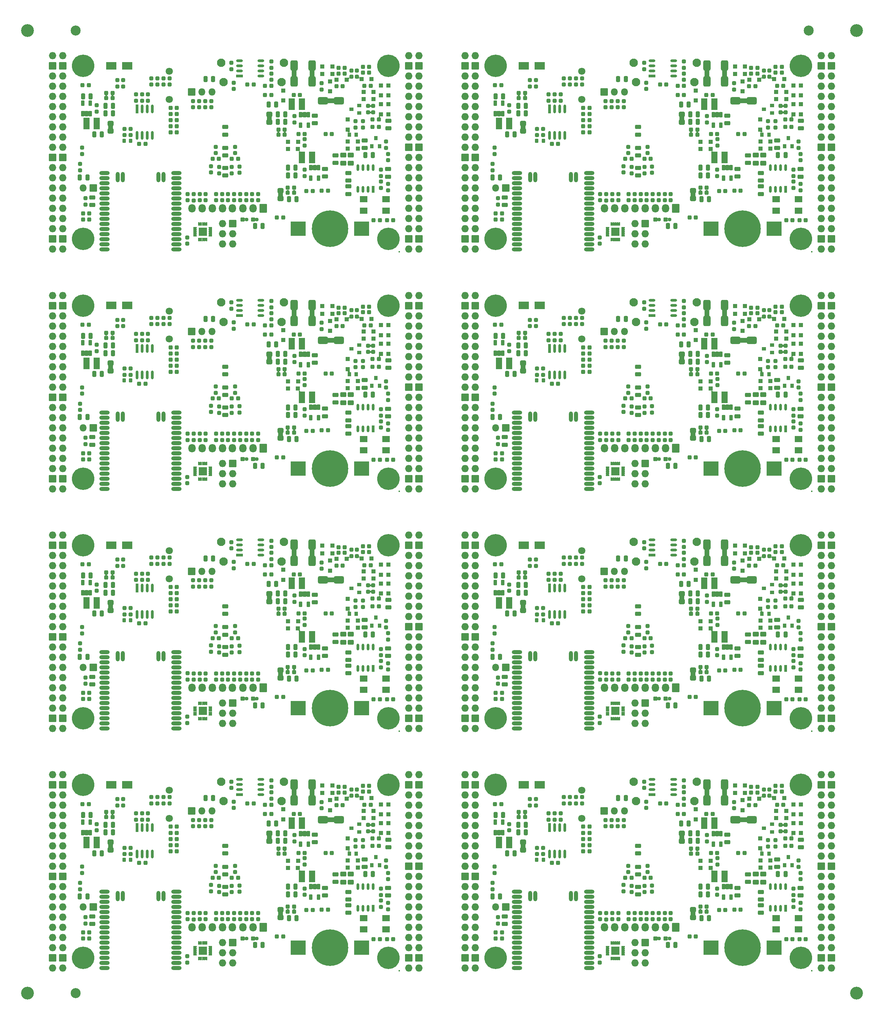
<source format=gbr>
%TF.GenerationSoftware,KiCad,Pcbnew,6.0.11+dfsg-1*%
%TF.CreationDate,2023-04-22T14:00:08+02:00*%
%TF.ProjectId,ulx3s_panel,756c7833-735f-4706-916e-656c2e6b6963,v3.1.8*%
%TF.SameCoordinates,Original*%
%TF.FileFunction,Soldermask,Bot*%
%TF.FilePolarity,Negative*%
%FSLAX46Y46*%
G04 Gerber Fmt 4.6, Leading zero omitted, Abs format (unit mm)*
G04 Created by KiCad (PCBNEW 6.0.11+dfsg-1) date 2023-04-22 14:00:08*
%MOMM*%
%LPD*%
G01*
G04 APERTURE LIST*
G04 Aperture macros list*
%AMRoundRect*
0 Rectangle with rounded corners*
0 $1 Rounding radius*
0 $2 $3 $4 $5 $6 $7 $8 $9 X,Y pos of 4 corners*
0 Add a 4 corners polygon primitive as box body*
4,1,4,$2,$3,$4,$5,$6,$7,$8,$9,$2,$3,0*
0 Add four circle primitives for the rounded corners*
1,1,$1+$1,$2,$3*
1,1,$1+$1,$4,$5*
1,1,$1+$1,$6,$7*
1,1,$1+$1,$8,$9*
0 Add four rect primitives between the rounded corners*
20,1,$1+$1,$2,$3,$4,$5,0*
20,1,$1+$1,$4,$5,$6,$7,0*
20,1,$1+$1,$6,$7,$8,$9,0*
20,1,$1+$1,$8,$9,$2,$3,0*%
G04 Aperture macros list end*
%ADD10C,1.200000*%
%ADD11C,5.600000*%
%ADD12O,1.827200X1.827200*%
%ADD13RoundRect,0.050000X0.863600X-0.863600X0.863600X0.863600X-0.863600X0.863600X-0.863600X-0.863600X0*%
%ADD14O,0.950000X0.950000*%
%ADD15RoundRect,0.050000X0.425000X-0.425000X0.425000X0.425000X-0.425000X0.425000X-0.425000X-0.425000X0*%
%ADD16C,2.100000*%
%ADD17C,1.800000*%
%ADD18RoundRect,0.050000X-0.863600X0.863600X-0.863600X-0.863600X0.863600X-0.863600X0.863600X0.863600X0*%
%ADD19O,1.800000X1.800000*%
%ADD20RoundRect,0.050000X0.850000X-0.850000X0.850000X0.850000X-0.850000X0.850000X-0.850000X-0.850000X0*%
%ADD21O,1.827200X2.132000*%
%ADD22RoundRect,0.050000X0.863600X1.016000X-0.863600X1.016000X-0.863600X-1.016000X0.863600X-1.016000X0*%
%ADD23C,3.200000*%
%ADD24RoundRect,0.050000X-0.850000X0.850000X-0.850000X-0.850000X0.850000X-0.850000X0.850000X0.850000X0*%
%ADD25RoundRect,0.293750X0.243750X0.456250X-0.243750X0.456250X-0.243750X-0.456250X0.243750X-0.456250X0*%
%ADD26RoundRect,0.268750X-0.218750X-0.256250X0.218750X-0.256250X0.218750X0.256250X-0.218750X0.256250X0*%
%ADD27RoundRect,0.268750X0.218750X0.256250X-0.218750X0.256250X-0.218750X-0.256250X0.218750X-0.256250X0*%
%ADD28RoundRect,0.050000X0.450000X0.400000X-0.450000X0.400000X-0.450000X-0.400000X0.450000X-0.400000X0*%
%ADD29RoundRect,0.268750X-0.256250X0.218750X-0.256250X-0.218750X0.256250X-0.218750X0.256250X0.218750X0*%
%ADD30RoundRect,0.050000X0.500000X0.500000X-0.500000X0.500000X-0.500000X-0.500000X0.500000X-0.500000X0*%
%ADD31RoundRect,0.050000X-0.750000X-1.350000X0.750000X-1.350000X0.750000X1.350000X-0.750000X1.350000X0*%
%ADD32RoundRect,0.050000X-0.500000X-0.500000X0.500000X-0.500000X0.500000X0.500000X-0.500000X0.500000X0*%
%ADD33RoundRect,0.293750X-0.456250X0.243750X-0.456250X-0.243750X0.456250X-0.243750X0.456250X0.243750X0*%
%ADD34RoundRect,0.293750X0.456250X-0.243750X0.456250X0.243750X-0.456250X0.243750X-0.456250X-0.243750X0*%
%ADD35RoundRect,0.050000X-1.250000X-0.900000X1.250000X-0.900000X1.250000X0.900000X-1.250000X0.900000X0*%
%ADD36RoundRect,0.500000X-0.450000X0.800000X-0.450000X-0.800000X0.450000X-0.800000X0.450000X0.800000X0*%
%ADD37RoundRect,0.293750X-0.243750X-0.456250X0.243750X-0.456250X0.243750X0.456250X-0.243750X0.456250X0*%
%ADD38RoundRect,0.275000X0.250000X-0.225000X0.250000X0.225000X-0.250000X0.225000X-0.250000X-0.225000X0*%
%ADD39RoundRect,0.299999X-0.450001X0.325001X-0.450001X-0.325001X0.450001X-0.325001X0.450001X0.325001X0*%
%ADD40RoundRect,0.050000X-0.500000X0.500000X-0.500000X-0.500000X0.500000X-0.500000X0.500000X0.500000X0*%
%ADD41RoundRect,0.268750X0.256250X-0.218750X0.256250X0.218750X-0.256250X0.218750X-0.256250X-0.218750X0*%
%ADD42RoundRect,0.373750X-0.376250X0.323750X-0.376250X-0.323750X0.376250X-0.323750X0.376250X0.323750X0*%
%ADD43O,0.700000X2.200000*%
%ADD44RoundRect,0.050000X-0.300000X1.050000X-0.300000X-1.050000X0.300000X-1.050000X0.300000X1.050000X0*%
%ADD45O,1.650000X0.700000*%
%ADD46RoundRect,0.050000X-0.775000X-0.300000X0.775000X-0.300000X0.775000X0.300000X-0.775000X0.300000X0*%
%ADD47RoundRect,0.050000X-0.335000X-0.500000X0.335000X-0.500000X0.335000X0.500000X-0.335000X0.500000X0*%
%ADD48RoundRect,0.050000X-0.350000X-0.600000X0.350000X-0.600000X0.350000X0.600000X-0.350000X0.600000X0*%
%ADD49RoundRect,0.275000X-0.250000X0.225000X-0.250000X-0.225000X0.250000X-0.225000X0.250000X0.225000X0*%
%ADD50RoundRect,0.050000X1.000000X1.000000X-1.000000X1.000000X-1.000000X-1.000000X1.000000X-1.000000X0*%
%ADD51RoundRect,0.112500X0.062500X0.350000X-0.062500X0.350000X-0.062500X-0.350000X0.062500X-0.350000X0*%
%ADD52RoundRect,0.112500X0.350000X0.062500X-0.350000X0.062500X-0.350000X-0.062500X0.350000X-0.062500X0*%
%ADD53RoundRect,0.250000X-0.200000X-0.275000X0.200000X-0.275000X0.200000X0.275000X-0.200000X0.275000X0*%
%ADD54C,9.100000*%
%ADD55RoundRect,0.050000X1.850000X1.750000X-1.850000X1.750000X-1.850000X-1.750000X1.850000X-1.750000X0*%
%ADD56RoundRect,0.050000X0.500000X-0.500000X0.500000X0.500000X-0.500000X0.500000X-0.500000X-0.500000X0*%
%ADD57RoundRect,0.500000X0.450000X-0.800000X0.450000X0.800000X-0.450000X0.800000X-0.450000X-0.800000X0*%
%ADD58O,2.600000X1.000000*%
%ADD59O,1.000000X2.600000*%
%ADD60RoundRect,0.500000X0.800000X0.450000X-0.800000X0.450000X-0.800000X-0.450000X0.800000X-0.450000X0*%
%ADD61RoundRect,0.050000X0.900000X0.700000X-0.900000X0.700000X-0.900000X-0.700000X0.900000X-0.700000X0*%
%ADD62RoundRect,0.050000X0.350000X0.600000X-0.350000X0.600000X-0.350000X-0.600000X0.350000X-0.600000X0*%
%ADD63C,2.500000*%
%ADD64RoundRect,0.050000X0.750000X1.350000X-0.750000X1.350000X-0.750000X-1.350000X0.750000X-1.350000X0*%
%ADD65C,0.400000*%
%ADD66RoundRect,0.050000X0.400000X-0.450000X0.400000X0.450000X-0.400000X0.450000X-0.400000X-0.450000X0*%
%ADD67O,0.700000X1.650000*%
%ADD68RoundRect,0.050000X0.300000X-0.775000X0.300000X0.775000X-0.300000X0.775000X-0.300000X-0.775000X0*%
G04 APERTURE END LIST*
D10*
%TO.C,D52*%
X219055000Y-211080000D02*
X219055000Y-215080000D01*
%TO.C,RP2*%
X168709000Y-105912000D02*
X168709000Y-107912000D01*
X65729000Y-225512000D02*
X65729000Y-227512000D01*
%TO.C,RP3*%
X208372000Y-163491000D02*
X208372000Y-165491000D01*
%TO.C,D51*%
X111600000Y-35680000D02*
X111600000Y-31680000D01*
%TO.C,D9*%
X225754000Y-219880000D02*
X221754000Y-219880000D01*
%TO.C,RP3*%
X105392000Y-43891000D02*
X105392000Y-45891000D01*
%TO.C,D52*%
X116075000Y-91480000D02*
X116075000Y-95480000D01*
%TO.C,RP1*%
X211181000Y-182541000D02*
X211181000Y-184541000D01*
%TO.C,D9*%
X122774000Y-100280000D02*
X118774000Y-100280000D01*
X225754000Y-160080000D02*
X221754000Y-160080000D01*
%TO.C,RP3*%
X105392000Y-223291000D02*
X105392000Y-225291000D01*
%TO.C,D51*%
X214580000Y-35680000D02*
X214580000Y-31680000D01*
%TO.C,D52*%
X219055000Y-91480000D02*
X219055000Y-95480000D01*
%TO.C,D51*%
X111600000Y-215080000D02*
X111600000Y-211080000D01*
%TO.C,RP2*%
X65729000Y-46112000D02*
X65729000Y-48112000D01*
%TO.C,D9*%
X225754000Y-40480000D02*
X221754000Y-40480000D01*
%TO.C,RP1*%
X211181000Y-62941000D02*
X211181000Y-64941000D01*
%TO.C,RP3*%
X208372000Y-43891000D02*
X208372000Y-45891000D01*
%TO.C,RP1*%
X211181000Y-122741000D02*
X211181000Y-124741000D01*
%TO.C,D52*%
X116075000Y-211080000D02*
X116075000Y-215080000D01*
%TO.C,D9*%
X122774000Y-160080000D02*
X118774000Y-160080000D01*
%TO.C,D52*%
X219055000Y-151280000D02*
X219055000Y-155280000D01*
%TO.C,RP1*%
X108201000Y-122741000D02*
X108201000Y-124741000D01*
%TO.C,D51*%
X111600000Y-95480000D02*
X111600000Y-91480000D01*
%TO.C,RP2*%
X65729000Y-165712000D02*
X65729000Y-167712000D01*
%TO.C,D52*%
X116075000Y-151280000D02*
X116075000Y-155280000D01*
%TO.C,RP3*%
X105392000Y-103691000D02*
X105392000Y-105691000D01*
%TO.C,RP1*%
X108201000Y-62941000D02*
X108201000Y-64941000D01*
%TO.C,RP2*%
X168709000Y-165712000D02*
X168709000Y-167712000D01*
%TO.C,RP3*%
X105392000Y-163491000D02*
X105392000Y-165491000D01*
%TO.C,D9*%
X225754000Y-100280000D02*
X221754000Y-100280000D01*
%TO.C,RP2*%
X65729000Y-105912000D02*
X65729000Y-107912000D01*
X168709000Y-225512000D02*
X168709000Y-227512000D01*
%TO.C,D51*%
X111600000Y-155280000D02*
X111600000Y-151280000D01*
%TO.C,RP3*%
X208372000Y-103691000D02*
X208372000Y-105691000D01*
%TO.C,D51*%
X214580000Y-215080000D02*
X214580000Y-211080000D01*
%TO.C,D52*%
X219055000Y-31680000D02*
X219055000Y-35680000D01*
%TO.C,RP1*%
X108201000Y-242341000D02*
X108201000Y-244341000D01*
%TO.C,RP2*%
X168709000Y-46112000D02*
X168709000Y-48112000D01*
%TO.C,D51*%
X214580000Y-155280000D02*
X214580000Y-151280000D01*
%TO.C,RP1*%
X108201000Y-182541000D02*
X108201000Y-184541000D01*
%TO.C,RP3*%
X208372000Y-223291000D02*
X208372000Y-225291000D01*
%TO.C,RP1*%
X211181000Y-242341000D02*
X211181000Y-244341000D01*
%TO.C,D9*%
X122774000Y-219880000D02*
X118774000Y-219880000D01*
X122774000Y-40480000D02*
X118774000Y-40480000D01*
%TO.C,D51*%
X214580000Y-95480000D02*
X214580000Y-91480000D01*
%TO.C,D52*%
X116075000Y-31680000D02*
X116075000Y-35680000D01*
X219055000Y-211080000D02*
X219055000Y-215080000D01*
%TO.C,RP2*%
X168709000Y-105912000D02*
X168709000Y-107912000D01*
X65729000Y-225512000D02*
X65729000Y-227512000D01*
%TO.C,RP3*%
X208372000Y-163491000D02*
X208372000Y-165491000D01*
%TO.C,D51*%
X111600000Y-35680000D02*
X111600000Y-31680000D01*
%TO.C,D9*%
X225754000Y-219880000D02*
X221754000Y-219880000D01*
%TO.C,RP3*%
X105392000Y-43891000D02*
X105392000Y-45891000D01*
%TO.C,D52*%
X116075000Y-91480000D02*
X116075000Y-95480000D01*
%TO.C,RP1*%
X211181000Y-182541000D02*
X211181000Y-184541000D01*
%TO.C,D9*%
X122774000Y-100280000D02*
X118774000Y-100280000D01*
X225754000Y-160080000D02*
X221754000Y-160080000D01*
%TO.C,RP3*%
X105392000Y-223291000D02*
X105392000Y-225291000D01*
%TO.C,D51*%
X214580000Y-35680000D02*
X214580000Y-31680000D01*
%TO.C,D52*%
X219055000Y-91480000D02*
X219055000Y-95480000D01*
%TO.C,D51*%
X111600000Y-215080000D02*
X111600000Y-211080000D01*
%TO.C,RP2*%
X65729000Y-46112000D02*
X65729000Y-48112000D01*
%TO.C,D9*%
X225754000Y-40480000D02*
X221754000Y-40480000D01*
%TO.C,RP1*%
X211181000Y-62941000D02*
X211181000Y-64941000D01*
%TO.C,RP3*%
X208372000Y-43891000D02*
X208372000Y-45891000D01*
%TO.C,RP1*%
X211181000Y-122741000D02*
X211181000Y-124741000D01*
%TO.C,D52*%
X116075000Y-211080000D02*
X116075000Y-215080000D01*
%TO.C,D9*%
X122774000Y-160080000D02*
X118774000Y-160080000D01*
%TO.C,D52*%
X219055000Y-151280000D02*
X219055000Y-155280000D01*
%TO.C,RP1*%
X108201000Y-122741000D02*
X108201000Y-124741000D01*
%TO.C,D51*%
X111600000Y-95480000D02*
X111600000Y-91480000D01*
%TO.C,RP2*%
X65729000Y-165712000D02*
X65729000Y-167712000D01*
%TO.C,D52*%
X116075000Y-151280000D02*
X116075000Y-155280000D01*
%TO.C,RP3*%
X105392000Y-103691000D02*
X105392000Y-105691000D01*
%TO.C,RP1*%
X108201000Y-62941000D02*
X108201000Y-64941000D01*
%TO.C,RP2*%
X168709000Y-165712000D02*
X168709000Y-167712000D01*
%TO.C,RP3*%
X105392000Y-163491000D02*
X105392000Y-165491000D01*
%TO.C,D9*%
X225754000Y-100280000D02*
X221754000Y-100280000D01*
%TO.C,RP2*%
X65729000Y-105912000D02*
X65729000Y-107912000D01*
X168709000Y-225512000D02*
X168709000Y-227512000D01*
%TO.C,D51*%
X111600000Y-155280000D02*
X111600000Y-151280000D01*
%TO.C,RP3*%
X208372000Y-103691000D02*
X208372000Y-105691000D01*
%TO.C,D51*%
X214580000Y-215080000D02*
X214580000Y-211080000D01*
%TO.C,D52*%
X219055000Y-31680000D02*
X219055000Y-35680000D01*
%TO.C,RP1*%
X108201000Y-242341000D02*
X108201000Y-244341000D01*
%TO.C,RP2*%
X168709000Y-46112000D02*
X168709000Y-48112000D01*
%TO.C,D51*%
X214580000Y-155280000D02*
X214580000Y-151280000D01*
%TO.C,RP1*%
X108201000Y-182541000D02*
X108201000Y-184541000D01*
%TO.C,RP3*%
X208372000Y-223291000D02*
X208372000Y-225291000D01*
%TO.C,RP1*%
X211181000Y-242341000D02*
X211181000Y-244341000D01*
%TO.C,D9*%
X122774000Y-219880000D02*
X118774000Y-219880000D01*
X122774000Y-40480000D02*
X118774000Y-40480000D01*
%TO.C,D51*%
X214580000Y-95480000D02*
X214580000Y-91480000D01*
%TO.C,D52*%
X116075000Y-31680000D02*
X116075000Y-35680000D01*
%TD*%
D11*
%TO.C,H4*%
X58910000Y-91610000D03*
%TD*%
%TO.C,H3*%
X238090000Y-151410000D03*
%TD*%
%TO.C,H4*%
X161890000Y-211210000D03*
%TD*%
D12*
%TO.C,J2*%
X142730000Y-89070000D03*
X140190000Y-89070000D03*
D13*
X142730000Y-91610000D03*
X140190000Y-91610000D03*
D12*
X142730000Y-94150000D03*
X140190000Y-94150000D03*
X142730000Y-96690000D03*
X140190000Y-96690000D03*
X142730000Y-99230000D03*
X140190000Y-99230000D03*
X142730000Y-101770000D03*
X140190000Y-101770000D03*
X142730000Y-104310000D03*
X140190000Y-104310000D03*
X142730000Y-106850000D03*
X140190000Y-106850000D03*
X142730000Y-109390000D03*
X140190000Y-109390000D03*
D13*
X142730000Y-111930000D03*
X140190000Y-111930000D03*
D12*
X142730000Y-114470000D03*
X140190000Y-114470000D03*
X142730000Y-117010000D03*
X140190000Y-117010000D03*
X142730000Y-119550000D03*
X140190000Y-119550000D03*
X142730000Y-122090000D03*
X140190000Y-122090000D03*
X142730000Y-124630000D03*
X140190000Y-124630000D03*
X142730000Y-127170000D03*
X140190000Y-127170000D03*
X142730000Y-129710000D03*
X140190000Y-129710000D03*
X142730000Y-132250000D03*
X140190000Y-132250000D03*
D13*
X142730000Y-134790000D03*
X140190000Y-134790000D03*
D12*
X142730000Y-137330000D03*
X140190000Y-137330000D03*
%TD*%
D14*
%TO.C,J6*%
X205280000Y-70130000D03*
D15*
X204280000Y-70130000D03*
%TD*%
D16*
%TO.C,GPDI1*%
X108466000Y-35892000D03*
X93366000Y-30992000D03*
X93966000Y-35892000D03*
X109066000Y-30992000D03*
%TD*%
D17*
%TO.C,AUDIO1*%
X80388000Y-40180000D03*
X80388000Y-33180000D03*
%TD*%
D12*
%TO.C,J4*%
X93680000Y-76260000D03*
X96220000Y-76260000D03*
X93680000Y-73720000D03*
X96220000Y-73720000D03*
X93680000Y-71180000D03*
D18*
X96220000Y-71180000D03*
%TD*%
D12*
%TO.C,J4*%
X93680000Y-255660000D03*
X96220000Y-255660000D03*
X93680000Y-253120000D03*
X96220000Y-253120000D03*
X93680000Y-250580000D03*
D18*
X96220000Y-250580000D03*
%TD*%
D19*
%TO.C,J5*%
X194036000Y-38305000D03*
X191496000Y-38305000D03*
D20*
X188956000Y-38305000D03*
%TD*%
D21*
%TO.C,LCD1*%
X189040000Y-186970000D03*
X191580000Y-186970000D03*
X194120000Y-186970000D03*
X196660000Y-186970000D03*
X199165000Y-186970000D03*
X201740000Y-186970000D03*
X204280000Y-186970000D03*
D22*
X206820000Y-186970000D03*
%TD*%
D11*
%TO.C,H3*%
X135110000Y-211210000D03*
%TD*%
D16*
%TO.C,GPDI1*%
X109066000Y-150592000D03*
X93366000Y-150592000D03*
X93966000Y-155492000D03*
X108466000Y-155492000D03*
%TD*%
D19*
%TO.C,J5*%
X194036000Y-217705000D03*
X191496000Y-217705000D03*
D20*
X188956000Y-217705000D03*
%TD*%
D23*
%TO.C,REF\u002A\u002A*%
X45020000Y-263200000D03*
%TD*%
D19*
%TO.C,J3*%
X58910000Y-241690000D03*
D24*
X61450000Y-241690000D03*
%TD*%
D16*
%TO.C,GPDI1*%
X212046000Y-30992000D03*
X196346000Y-30992000D03*
X211446000Y-35892000D03*
X196946000Y-35892000D03*
%TD*%
%TO.C,GPDI1*%
X196946000Y-155492000D03*
X211446000Y-155492000D03*
X212046000Y-150592000D03*
X196346000Y-150592000D03*
%TD*%
D23*
%TO.C,REF\u002A\u002A*%
X251980000Y-263200000D03*
%TD*%
D11*
%TO.C,H2*%
X135110000Y-74990000D03*
%TD*%
D14*
%TO.C,J6*%
X102300000Y-129930000D03*
D15*
X101300000Y-129930000D03*
%TD*%
D17*
%TO.C,AUDIO1*%
X80388000Y-152780000D03*
X80388000Y-159780000D03*
%TD*%
D11*
%TO.C,H1*%
X161890000Y-194590000D03*
%TD*%
D12*
%TO.C,J4*%
X196660000Y-76260000D03*
X199200000Y-76260000D03*
X196660000Y-73720000D03*
X199200000Y-73720000D03*
X196660000Y-71180000D03*
D18*
X199200000Y-71180000D03*
%TD*%
D21*
%TO.C,LCD1*%
X189040000Y-246770000D03*
X191580000Y-246770000D03*
X194120000Y-246770000D03*
X196660000Y-246770000D03*
X199165000Y-246770000D03*
X201740000Y-246770000D03*
X204280000Y-246770000D03*
D22*
X206820000Y-246770000D03*
%TD*%
D23*
%TO.C,REF\u002A\u002A*%
X251980000Y-23000000D03*
%TD*%
D14*
%TO.C,J7*%
X99720000Y-249510000D03*
D15*
X98720000Y-249510000D03*
%TD*%
D11*
%TO.C,H3*%
X238090000Y-211210000D03*
%TD*%
D12*
%TO.C,J1*%
X51290000Y-137330000D03*
X53830000Y-137330000D03*
D18*
X51290000Y-134790000D03*
X53830000Y-134790000D03*
D12*
X51290000Y-132250000D03*
X53830000Y-132250000D03*
X51290000Y-129710000D03*
X53830000Y-129710000D03*
X51290000Y-127170000D03*
X53830000Y-127170000D03*
X51290000Y-124630000D03*
X53830000Y-124630000D03*
X51290000Y-122090000D03*
X53830000Y-122090000D03*
X51290000Y-119550000D03*
X53830000Y-119550000D03*
X51290000Y-117010000D03*
X53830000Y-117010000D03*
D18*
X51290000Y-114470000D03*
X53830000Y-114470000D03*
D12*
X51290000Y-111930000D03*
X53830000Y-111930000D03*
X51290000Y-109390000D03*
X53830000Y-109390000D03*
X51290000Y-106850000D03*
X53830000Y-106850000D03*
X51290000Y-104310000D03*
X53830000Y-104310000D03*
X51290000Y-101770000D03*
X53830000Y-101770000D03*
X51290000Y-99230000D03*
X53830000Y-99230000D03*
X51290000Y-96690000D03*
X53830000Y-96690000D03*
X51290000Y-94150000D03*
X53830000Y-94150000D03*
D18*
X51290000Y-91610000D03*
X53830000Y-91610000D03*
D12*
X51290000Y-89070000D03*
X53830000Y-89070000D03*
%TD*%
D19*
%TO.C,J5*%
X91056000Y-217705000D03*
X88516000Y-217705000D03*
D20*
X85976000Y-217705000D03*
%TD*%
D12*
%TO.C,J1*%
X154270000Y-197130000D03*
X156810000Y-197130000D03*
D18*
X154270000Y-194590000D03*
X156810000Y-194590000D03*
D12*
X154270000Y-192050000D03*
X156810000Y-192050000D03*
X154270000Y-189510000D03*
X156810000Y-189510000D03*
X154270000Y-186970000D03*
X156810000Y-186970000D03*
X154270000Y-184430000D03*
X156810000Y-184430000D03*
X154270000Y-181890000D03*
X156810000Y-181890000D03*
X154270000Y-179350000D03*
X156810000Y-179350000D03*
X154270000Y-176810000D03*
X156810000Y-176810000D03*
D18*
X154270000Y-174270000D03*
X156810000Y-174270000D03*
D12*
X154270000Y-171730000D03*
X156810000Y-171730000D03*
X154270000Y-169190000D03*
X156810000Y-169190000D03*
X154270000Y-166650000D03*
X156810000Y-166650000D03*
X154270000Y-164110000D03*
X156810000Y-164110000D03*
X154270000Y-161570000D03*
X156810000Y-161570000D03*
X154270000Y-159030000D03*
X156810000Y-159030000D03*
X154270000Y-156490000D03*
X156810000Y-156490000D03*
X154270000Y-153950000D03*
X156810000Y-153950000D03*
D18*
X154270000Y-151410000D03*
X156810000Y-151410000D03*
D12*
X154270000Y-148870000D03*
X156810000Y-148870000D03*
%TD*%
%TO.C,J2*%
X142730000Y-29270000D03*
X140190000Y-29270000D03*
D13*
X142730000Y-31810000D03*
X140190000Y-31810000D03*
D12*
X142730000Y-34350000D03*
X140190000Y-34350000D03*
X142730000Y-36890000D03*
X140190000Y-36890000D03*
X142730000Y-39430000D03*
X140190000Y-39430000D03*
X142730000Y-41970000D03*
X140190000Y-41970000D03*
X142730000Y-44510000D03*
X140190000Y-44510000D03*
X142730000Y-47050000D03*
X140190000Y-47050000D03*
X142730000Y-49590000D03*
X140190000Y-49590000D03*
D13*
X142730000Y-52130000D03*
X140190000Y-52130000D03*
D12*
X142730000Y-54670000D03*
X140190000Y-54670000D03*
X142730000Y-57210000D03*
X140190000Y-57210000D03*
X142730000Y-59750000D03*
X140190000Y-59750000D03*
X142730000Y-62290000D03*
X140190000Y-62290000D03*
X142730000Y-64830000D03*
X140190000Y-64830000D03*
X142730000Y-67370000D03*
X140190000Y-67370000D03*
X142730000Y-69910000D03*
X140190000Y-69910000D03*
X142730000Y-72450000D03*
X140190000Y-72450000D03*
D13*
X142730000Y-74990000D03*
X140190000Y-74990000D03*
D12*
X142730000Y-77530000D03*
X140190000Y-77530000D03*
%TD*%
D17*
%TO.C,AUDIO1*%
X183368000Y-92980000D03*
X183368000Y-99980000D03*
%TD*%
D12*
%TO.C,J1*%
X154270000Y-77530000D03*
X156810000Y-77530000D03*
D18*
X154270000Y-74990000D03*
X156810000Y-74990000D03*
D12*
X154270000Y-72450000D03*
X156810000Y-72450000D03*
X154270000Y-69910000D03*
X156810000Y-69910000D03*
X154270000Y-67370000D03*
X156810000Y-67370000D03*
X154270000Y-64830000D03*
X156810000Y-64830000D03*
X154270000Y-62290000D03*
X156810000Y-62290000D03*
X154270000Y-59750000D03*
X156810000Y-59750000D03*
X154270000Y-57210000D03*
X156810000Y-57210000D03*
D18*
X154270000Y-54670000D03*
X156810000Y-54670000D03*
D12*
X154270000Y-52130000D03*
X156810000Y-52130000D03*
X154270000Y-49590000D03*
X156810000Y-49590000D03*
X154270000Y-47050000D03*
X156810000Y-47050000D03*
X154270000Y-44510000D03*
X156810000Y-44510000D03*
X154270000Y-41970000D03*
X156810000Y-41970000D03*
X154270000Y-39430000D03*
X156810000Y-39430000D03*
X154270000Y-36890000D03*
X156810000Y-36890000D03*
X154270000Y-34350000D03*
X156810000Y-34350000D03*
D18*
X154270000Y-31810000D03*
X156810000Y-31810000D03*
D12*
X154270000Y-29270000D03*
X156810000Y-29270000D03*
%TD*%
D11*
%TO.C,H1*%
X161890000Y-254390000D03*
%TD*%
D19*
%TO.C,J3*%
X58910000Y-181890000D03*
D24*
X61450000Y-181890000D03*
%TD*%
D11*
%TO.C,H2*%
X135110000Y-254390000D03*
%TD*%
%TO.C,H4*%
X58910000Y-211210000D03*
%TD*%
D12*
%TO.C,J4*%
X93680000Y-195860000D03*
X96220000Y-195860000D03*
X93680000Y-193320000D03*
X96220000Y-193320000D03*
X93680000Y-190780000D03*
D18*
X96220000Y-190780000D03*
%TD*%
D16*
%TO.C,GPDI1*%
X109066000Y-90792000D03*
X93366000Y-90792000D03*
X93966000Y-95692000D03*
X108466000Y-95692000D03*
%TD*%
D12*
%TO.C,J1*%
X51290000Y-197130000D03*
X53830000Y-197130000D03*
D18*
X51290000Y-194590000D03*
X53830000Y-194590000D03*
D12*
X51290000Y-192050000D03*
X53830000Y-192050000D03*
X51290000Y-189510000D03*
X53830000Y-189510000D03*
X51290000Y-186970000D03*
X53830000Y-186970000D03*
X51290000Y-184430000D03*
X53830000Y-184430000D03*
X51290000Y-181890000D03*
X53830000Y-181890000D03*
X51290000Y-179350000D03*
X53830000Y-179350000D03*
X51290000Y-176810000D03*
X53830000Y-176810000D03*
D18*
X51290000Y-174270000D03*
X53830000Y-174270000D03*
D12*
X51290000Y-171730000D03*
X53830000Y-171730000D03*
X51290000Y-169190000D03*
X53830000Y-169190000D03*
X51290000Y-166650000D03*
X53830000Y-166650000D03*
X51290000Y-164110000D03*
X53830000Y-164110000D03*
X51290000Y-161570000D03*
X53830000Y-161570000D03*
X51290000Y-159030000D03*
X53830000Y-159030000D03*
X51290000Y-156490000D03*
X53830000Y-156490000D03*
X51290000Y-153950000D03*
X53830000Y-153950000D03*
D18*
X51290000Y-151410000D03*
X53830000Y-151410000D03*
D12*
X51290000Y-148870000D03*
X53830000Y-148870000D03*
%TD*%
D19*
%TO.C,J5*%
X194036000Y-98105000D03*
X191496000Y-98105000D03*
D20*
X188956000Y-98105000D03*
%TD*%
D14*
%TO.C,J6*%
X205280000Y-189730000D03*
D15*
X204280000Y-189730000D03*
%TD*%
D11*
%TO.C,H4*%
X161890000Y-31810000D03*
%TD*%
%TO.C,H1*%
X58910000Y-74990000D03*
%TD*%
D14*
%TO.C,J6*%
X102300000Y-70130000D03*
D15*
X101300000Y-70130000D03*
%TD*%
D12*
%TO.C,J1*%
X51290000Y-77530000D03*
X53830000Y-77530000D03*
D18*
X51290000Y-74990000D03*
X53830000Y-74990000D03*
D12*
X51290000Y-72450000D03*
X53830000Y-72450000D03*
X51290000Y-69910000D03*
X53830000Y-69910000D03*
X51290000Y-67370000D03*
X53830000Y-67370000D03*
X51290000Y-64830000D03*
X53830000Y-64830000D03*
X51290000Y-62290000D03*
X53830000Y-62290000D03*
X51290000Y-59750000D03*
X53830000Y-59750000D03*
X51290000Y-57210000D03*
X53830000Y-57210000D03*
D18*
X51290000Y-54670000D03*
X53830000Y-54670000D03*
D12*
X51290000Y-52130000D03*
X53830000Y-52130000D03*
X51290000Y-49590000D03*
X53830000Y-49590000D03*
X51290000Y-47050000D03*
X53830000Y-47050000D03*
X51290000Y-44510000D03*
X53830000Y-44510000D03*
X51290000Y-41970000D03*
X53830000Y-41970000D03*
X51290000Y-39430000D03*
X53830000Y-39430000D03*
X51290000Y-36890000D03*
X53830000Y-36890000D03*
X51290000Y-34350000D03*
X53830000Y-34350000D03*
D18*
X51290000Y-31810000D03*
X53830000Y-31810000D03*
D12*
X51290000Y-29270000D03*
X53830000Y-29270000D03*
%TD*%
D14*
%TO.C,J7*%
X99720000Y-70110000D03*
D15*
X98720000Y-70110000D03*
%TD*%
D23*
%TO.C,REF\u002A\u002A*%
X45020000Y-23000000D03*
%TD*%
D12*
%TO.C,J1*%
X51290000Y-256930000D03*
X53830000Y-256930000D03*
D18*
X51290000Y-254390000D03*
X53830000Y-254390000D03*
D12*
X51290000Y-251850000D03*
X53830000Y-251850000D03*
X51290000Y-249310000D03*
X53830000Y-249310000D03*
X51290000Y-246770000D03*
X53830000Y-246770000D03*
X51290000Y-244230000D03*
X53830000Y-244230000D03*
X51290000Y-241690000D03*
X53830000Y-241690000D03*
X51290000Y-239150000D03*
X53830000Y-239150000D03*
X51290000Y-236610000D03*
X53830000Y-236610000D03*
D18*
X51290000Y-234070000D03*
X53830000Y-234070000D03*
D12*
X51290000Y-231530000D03*
X53830000Y-231530000D03*
X51290000Y-228990000D03*
X53830000Y-228990000D03*
X51290000Y-226450000D03*
X53830000Y-226450000D03*
X51290000Y-223910000D03*
X53830000Y-223910000D03*
X51290000Y-221370000D03*
X53830000Y-221370000D03*
X51290000Y-218830000D03*
X53830000Y-218830000D03*
X51290000Y-216290000D03*
X53830000Y-216290000D03*
X51290000Y-213750000D03*
X53830000Y-213750000D03*
D18*
X51290000Y-211210000D03*
X53830000Y-211210000D03*
D12*
X51290000Y-208670000D03*
X53830000Y-208670000D03*
%TD*%
D11*
%TO.C,H4*%
X161890000Y-91610000D03*
%TD*%
D12*
%TO.C,J2*%
X245710000Y-208670000D03*
X243170000Y-208670000D03*
D13*
X245710000Y-211210000D03*
X243170000Y-211210000D03*
D12*
X245710000Y-213750000D03*
X243170000Y-213750000D03*
X245710000Y-216290000D03*
X243170000Y-216290000D03*
X245710000Y-218830000D03*
X243170000Y-218830000D03*
X245710000Y-221370000D03*
X243170000Y-221370000D03*
X245710000Y-223910000D03*
X243170000Y-223910000D03*
X245710000Y-226450000D03*
X243170000Y-226450000D03*
X245710000Y-228990000D03*
X243170000Y-228990000D03*
D13*
X245710000Y-231530000D03*
X243170000Y-231530000D03*
D12*
X245710000Y-234070000D03*
X243170000Y-234070000D03*
X245710000Y-236610000D03*
X243170000Y-236610000D03*
X245710000Y-239150000D03*
X243170000Y-239150000D03*
X245710000Y-241690000D03*
X243170000Y-241690000D03*
X245710000Y-244230000D03*
X243170000Y-244230000D03*
X245710000Y-246770000D03*
X243170000Y-246770000D03*
X245710000Y-249310000D03*
X243170000Y-249310000D03*
X245710000Y-251850000D03*
X243170000Y-251850000D03*
D13*
X245710000Y-254390000D03*
X243170000Y-254390000D03*
D12*
X245710000Y-256930000D03*
X243170000Y-256930000D03*
%TD*%
D21*
%TO.C,LCD1*%
X86060000Y-67370000D03*
X88600000Y-67370000D03*
X91140000Y-67370000D03*
X93680000Y-67370000D03*
X96185000Y-67370000D03*
X98760000Y-67370000D03*
X101300000Y-67370000D03*
D22*
X103840000Y-67370000D03*
%TD*%
D14*
%TO.C,J7*%
X202700000Y-70110000D03*
D15*
X201700000Y-70110000D03*
%TD*%
D12*
%TO.C,J1*%
X154270000Y-137330000D03*
X156810000Y-137330000D03*
D18*
X154270000Y-134790000D03*
X156810000Y-134790000D03*
D12*
X154270000Y-132250000D03*
X156810000Y-132250000D03*
X154270000Y-129710000D03*
X156810000Y-129710000D03*
X154270000Y-127170000D03*
X156810000Y-127170000D03*
X154270000Y-124630000D03*
X156810000Y-124630000D03*
X154270000Y-122090000D03*
X156810000Y-122090000D03*
X154270000Y-119550000D03*
X156810000Y-119550000D03*
X154270000Y-117010000D03*
X156810000Y-117010000D03*
D18*
X154270000Y-114470000D03*
X156810000Y-114470000D03*
D12*
X154270000Y-111930000D03*
X156810000Y-111930000D03*
X154270000Y-109390000D03*
X156810000Y-109390000D03*
X154270000Y-106850000D03*
X156810000Y-106850000D03*
X154270000Y-104310000D03*
X156810000Y-104310000D03*
X154270000Y-101770000D03*
X156810000Y-101770000D03*
X154270000Y-99230000D03*
X156810000Y-99230000D03*
X154270000Y-96690000D03*
X156810000Y-96690000D03*
X154270000Y-94150000D03*
X156810000Y-94150000D03*
D18*
X154270000Y-91610000D03*
X156810000Y-91610000D03*
D12*
X154270000Y-89070000D03*
X156810000Y-89070000D03*
%TD*%
D11*
%TO.C,H2*%
X135110000Y-134790000D03*
%TD*%
D19*
%TO.C,J5*%
X91056000Y-38305000D03*
X88516000Y-38305000D03*
D20*
X85976000Y-38305000D03*
%TD*%
D12*
%TO.C,J4*%
X93680000Y-136060000D03*
X96220000Y-136060000D03*
X93680000Y-133520000D03*
X96220000Y-133520000D03*
X93680000Y-130980000D03*
D18*
X96220000Y-130980000D03*
%TD*%
D12*
%TO.C,J4*%
X196660000Y-136060000D03*
X199200000Y-136060000D03*
X196660000Y-133520000D03*
X199200000Y-133520000D03*
X196660000Y-130980000D03*
D18*
X199200000Y-130980000D03*
%TD*%
D19*
%TO.C,J3*%
X161890000Y-122090000D03*
D24*
X164430000Y-122090000D03*
%TD*%
D11*
%TO.C,H1*%
X161890000Y-74990000D03*
%TD*%
D14*
%TO.C,J6*%
X205280000Y-249530000D03*
D15*
X204280000Y-249530000D03*
%TD*%
D19*
%TO.C,J3*%
X161890000Y-181890000D03*
D24*
X164430000Y-181890000D03*
%TD*%
D11*
%TO.C,H2*%
X238090000Y-254390000D03*
%TD*%
D21*
%TO.C,LCD1*%
X86060000Y-246770000D03*
X88600000Y-246770000D03*
X91140000Y-246770000D03*
X93680000Y-246770000D03*
X96185000Y-246770000D03*
X98760000Y-246770000D03*
X101300000Y-246770000D03*
D22*
X103840000Y-246770000D03*
%TD*%
D12*
%TO.C,J4*%
X196660000Y-255660000D03*
X199200000Y-255660000D03*
X196660000Y-253120000D03*
X199200000Y-253120000D03*
X196660000Y-250580000D03*
D18*
X199200000Y-250580000D03*
%TD*%
D19*
%TO.C,J5*%
X194036000Y-157905000D03*
X191496000Y-157905000D03*
D20*
X188956000Y-157905000D03*
%TD*%
D17*
%TO.C,AUDIO1*%
X80388000Y-92980000D03*
X80388000Y-99980000D03*
%TD*%
D11*
%TO.C,H4*%
X58910000Y-31810000D03*
%TD*%
D17*
%TO.C,AUDIO1*%
X183368000Y-219580000D03*
X183368000Y-212580000D03*
%TD*%
D11*
%TO.C,H1*%
X58910000Y-254390000D03*
%TD*%
D14*
%TO.C,J7*%
X202700000Y-129910000D03*
D15*
X201700000Y-129910000D03*
%TD*%
D14*
%TO.C,J7*%
X202700000Y-189710000D03*
D15*
X201700000Y-189710000D03*
%TD*%
D14*
%TO.C,J6*%
X102300000Y-249530000D03*
D15*
X101300000Y-249530000D03*
%TD*%
D21*
%TO.C,LCD1*%
X86060000Y-186970000D03*
X88600000Y-186970000D03*
X91140000Y-186970000D03*
X93680000Y-186970000D03*
X96185000Y-186970000D03*
X98760000Y-186970000D03*
X101300000Y-186970000D03*
D22*
X103840000Y-186970000D03*
%TD*%
D12*
%TO.C,J4*%
X196660000Y-195860000D03*
X199200000Y-195860000D03*
X196660000Y-193320000D03*
X199200000Y-193320000D03*
X196660000Y-190780000D03*
D18*
X199200000Y-190780000D03*
%TD*%
D11*
%TO.C,H2*%
X238090000Y-194590000D03*
%TD*%
D21*
%TO.C,LCD1*%
X189040000Y-67370000D03*
X191580000Y-67370000D03*
X194120000Y-67370000D03*
X196660000Y-67370000D03*
X199165000Y-67370000D03*
X201740000Y-67370000D03*
X204280000Y-67370000D03*
D22*
X206820000Y-67370000D03*
%TD*%
D11*
%TO.C,H3*%
X135110000Y-91610000D03*
%TD*%
%TO.C,H3*%
X238090000Y-91610000D03*
%TD*%
%TO.C,H2*%
X135110000Y-194590000D03*
%TD*%
%TO.C,H1*%
X58910000Y-134790000D03*
%TD*%
%TO.C,H1*%
X58910000Y-194590000D03*
%TD*%
D19*
%TO.C,J3*%
X161890000Y-241690000D03*
D24*
X164430000Y-241690000D03*
%TD*%
D17*
%TO.C,AUDIO1*%
X183368000Y-40180000D03*
X183368000Y-33180000D03*
%TD*%
D11*
%TO.C,H3*%
X135110000Y-31810000D03*
%TD*%
%TO.C,H2*%
X238090000Y-134790000D03*
%TD*%
D12*
%TO.C,J1*%
X154270000Y-256930000D03*
X156810000Y-256930000D03*
D18*
X154270000Y-254390000D03*
X156810000Y-254390000D03*
D12*
X154270000Y-251850000D03*
X156810000Y-251850000D03*
X154270000Y-249310000D03*
X156810000Y-249310000D03*
X154270000Y-246770000D03*
X156810000Y-246770000D03*
X154270000Y-244230000D03*
X156810000Y-244230000D03*
X154270000Y-241690000D03*
X156810000Y-241690000D03*
X154270000Y-239150000D03*
X156810000Y-239150000D03*
X154270000Y-236610000D03*
X156810000Y-236610000D03*
D18*
X154270000Y-234070000D03*
X156810000Y-234070000D03*
D12*
X154270000Y-231530000D03*
X156810000Y-231530000D03*
X154270000Y-228990000D03*
X156810000Y-228990000D03*
X154270000Y-226450000D03*
X156810000Y-226450000D03*
X154270000Y-223910000D03*
X156810000Y-223910000D03*
X154270000Y-221370000D03*
X156810000Y-221370000D03*
X154270000Y-218830000D03*
X156810000Y-218830000D03*
X154270000Y-216290000D03*
X156810000Y-216290000D03*
X154270000Y-213750000D03*
X156810000Y-213750000D03*
D18*
X154270000Y-211210000D03*
X156810000Y-211210000D03*
D12*
X154270000Y-208670000D03*
X156810000Y-208670000D03*
%TD*%
D19*
%TO.C,J3*%
X58910000Y-122090000D03*
D24*
X61450000Y-122090000D03*
%TD*%
D11*
%TO.C,H4*%
X161890000Y-151410000D03*
%TD*%
D14*
%TO.C,J6*%
X102300000Y-189730000D03*
D15*
X101300000Y-189730000D03*
%TD*%
D17*
%TO.C,AUDIO1*%
X183368000Y-152780000D03*
X183368000Y-159780000D03*
%TD*%
D11*
%TO.C,H1*%
X161890000Y-134790000D03*
%TD*%
D14*
%TO.C,J7*%
X99720000Y-189710000D03*
D15*
X98720000Y-189710000D03*
%TD*%
D12*
%TO.C,J2*%
X245710000Y-29270000D03*
X243170000Y-29270000D03*
D13*
X245710000Y-31810000D03*
X243170000Y-31810000D03*
D12*
X245710000Y-34350000D03*
X243170000Y-34350000D03*
X245710000Y-36890000D03*
X243170000Y-36890000D03*
X245710000Y-39430000D03*
X243170000Y-39430000D03*
X245710000Y-41970000D03*
X243170000Y-41970000D03*
X245710000Y-44510000D03*
X243170000Y-44510000D03*
X245710000Y-47050000D03*
X243170000Y-47050000D03*
X245710000Y-49590000D03*
X243170000Y-49590000D03*
D13*
X245710000Y-52130000D03*
X243170000Y-52130000D03*
D12*
X245710000Y-54670000D03*
X243170000Y-54670000D03*
X245710000Y-57210000D03*
X243170000Y-57210000D03*
X245710000Y-59750000D03*
X243170000Y-59750000D03*
X245710000Y-62290000D03*
X243170000Y-62290000D03*
X245710000Y-64830000D03*
X243170000Y-64830000D03*
X245710000Y-67370000D03*
X243170000Y-67370000D03*
X245710000Y-69910000D03*
X243170000Y-69910000D03*
X245710000Y-72450000D03*
X243170000Y-72450000D03*
D13*
X245710000Y-74990000D03*
X243170000Y-74990000D03*
D12*
X245710000Y-77530000D03*
X243170000Y-77530000D03*
%TD*%
D16*
%TO.C,GPDI1*%
X211446000Y-215292000D03*
X212046000Y-210392000D03*
X196946000Y-215292000D03*
X196346000Y-210392000D03*
%TD*%
%TO.C,GPDI1*%
X108466000Y-215292000D03*
X93366000Y-210392000D03*
X109066000Y-210392000D03*
X93966000Y-215292000D03*
%TD*%
D11*
%TO.C,H4*%
X58910000Y-151410000D03*
%TD*%
D19*
%TO.C,J3*%
X58910000Y-62290000D03*
D24*
X61450000Y-62290000D03*
%TD*%
D21*
%TO.C,LCD1*%
X86060000Y-127170000D03*
X88600000Y-127170000D03*
X91140000Y-127170000D03*
X93680000Y-127170000D03*
X96185000Y-127170000D03*
X98760000Y-127170000D03*
X101300000Y-127170000D03*
D22*
X103840000Y-127170000D03*
%TD*%
D19*
%TO.C,J3*%
X161890000Y-62290000D03*
D24*
X164430000Y-62290000D03*
%TD*%
D11*
%TO.C,H3*%
X238090000Y-31810000D03*
%TD*%
D14*
%TO.C,J7*%
X99720000Y-129910000D03*
D15*
X98720000Y-129910000D03*
%TD*%
D21*
%TO.C,LCD1*%
X189040000Y-127170000D03*
X191580000Y-127170000D03*
X194120000Y-127170000D03*
X196660000Y-127170000D03*
X199165000Y-127170000D03*
X201740000Y-127170000D03*
X204280000Y-127170000D03*
D22*
X206820000Y-127170000D03*
%TD*%
D19*
%TO.C,J5*%
X91056000Y-157905000D03*
X88516000Y-157905000D03*
D20*
X85976000Y-157905000D03*
%TD*%
D16*
%TO.C,GPDI1*%
X196346000Y-90792000D03*
X196946000Y-95692000D03*
X211446000Y-95692000D03*
X212046000Y-90792000D03*
%TD*%
D17*
%TO.C,AUDIO1*%
X80388000Y-219580000D03*
X80388000Y-212580000D03*
%TD*%
D19*
%TO.C,J5*%
X91056000Y-98105000D03*
X88516000Y-98105000D03*
D20*
X85976000Y-98105000D03*
%TD*%
D14*
%TO.C,J7*%
X202700000Y-249510000D03*
D15*
X201700000Y-249510000D03*
%TD*%
D12*
%TO.C,J2*%
X245710000Y-89070000D03*
X243170000Y-89070000D03*
D13*
X245710000Y-91610000D03*
X243170000Y-91610000D03*
D12*
X245710000Y-94150000D03*
X243170000Y-94150000D03*
X245710000Y-96690000D03*
X243170000Y-96690000D03*
X245710000Y-99230000D03*
X243170000Y-99230000D03*
X245710000Y-101770000D03*
X243170000Y-101770000D03*
X245710000Y-104310000D03*
X243170000Y-104310000D03*
X245710000Y-106850000D03*
X243170000Y-106850000D03*
X245710000Y-109390000D03*
X243170000Y-109390000D03*
D13*
X245710000Y-111930000D03*
X243170000Y-111930000D03*
D12*
X245710000Y-114470000D03*
X243170000Y-114470000D03*
X245710000Y-117010000D03*
X243170000Y-117010000D03*
X245710000Y-119550000D03*
X243170000Y-119550000D03*
X245710000Y-122090000D03*
X243170000Y-122090000D03*
X245710000Y-124630000D03*
X243170000Y-124630000D03*
X245710000Y-127170000D03*
X243170000Y-127170000D03*
X245710000Y-129710000D03*
X243170000Y-129710000D03*
X245710000Y-132250000D03*
X243170000Y-132250000D03*
D13*
X245710000Y-134790000D03*
X243170000Y-134790000D03*
D12*
X245710000Y-137330000D03*
X243170000Y-137330000D03*
%TD*%
D11*
%TO.C,H2*%
X238090000Y-74990000D03*
%TD*%
D12*
%TO.C,J2*%
X142730000Y-208670000D03*
X140190000Y-208670000D03*
D13*
X142730000Y-211210000D03*
X140190000Y-211210000D03*
D12*
X142730000Y-213750000D03*
X140190000Y-213750000D03*
X142730000Y-216290000D03*
X140190000Y-216290000D03*
X142730000Y-218830000D03*
X140190000Y-218830000D03*
X142730000Y-221370000D03*
X140190000Y-221370000D03*
X142730000Y-223910000D03*
X140190000Y-223910000D03*
X142730000Y-226450000D03*
X140190000Y-226450000D03*
X142730000Y-228990000D03*
X140190000Y-228990000D03*
D13*
X142730000Y-231530000D03*
X140190000Y-231530000D03*
D12*
X142730000Y-234070000D03*
X140190000Y-234070000D03*
X142730000Y-236610000D03*
X140190000Y-236610000D03*
X142730000Y-239150000D03*
X140190000Y-239150000D03*
X142730000Y-241690000D03*
X140190000Y-241690000D03*
X142730000Y-244230000D03*
X140190000Y-244230000D03*
X142730000Y-246770000D03*
X140190000Y-246770000D03*
X142730000Y-249310000D03*
X140190000Y-249310000D03*
X142730000Y-251850000D03*
X140190000Y-251850000D03*
D13*
X142730000Y-254390000D03*
X140190000Y-254390000D03*
D12*
X142730000Y-256930000D03*
X140190000Y-256930000D03*
%TD*%
D14*
%TO.C,J6*%
X205280000Y-129930000D03*
D15*
X204280000Y-129930000D03*
%TD*%
D12*
%TO.C,J2*%
X245710000Y-148870000D03*
X243170000Y-148870000D03*
D13*
X245710000Y-151410000D03*
X243170000Y-151410000D03*
D12*
X245710000Y-153950000D03*
X243170000Y-153950000D03*
X245710000Y-156490000D03*
X243170000Y-156490000D03*
X245710000Y-159030000D03*
X243170000Y-159030000D03*
X245710000Y-161570000D03*
X243170000Y-161570000D03*
X245710000Y-164110000D03*
X243170000Y-164110000D03*
X245710000Y-166650000D03*
X243170000Y-166650000D03*
X245710000Y-169190000D03*
X243170000Y-169190000D03*
D13*
X245710000Y-171730000D03*
X243170000Y-171730000D03*
D12*
X245710000Y-174270000D03*
X243170000Y-174270000D03*
X245710000Y-176810000D03*
X243170000Y-176810000D03*
X245710000Y-179350000D03*
X243170000Y-179350000D03*
X245710000Y-181890000D03*
X243170000Y-181890000D03*
X245710000Y-184430000D03*
X243170000Y-184430000D03*
X245710000Y-186970000D03*
X243170000Y-186970000D03*
X245710000Y-189510000D03*
X243170000Y-189510000D03*
X245710000Y-192050000D03*
X243170000Y-192050000D03*
D13*
X245710000Y-194590000D03*
X243170000Y-194590000D03*
D12*
X245710000Y-197130000D03*
X243170000Y-197130000D03*
%TD*%
%TO.C,J2*%
X142730000Y-148870000D03*
X140190000Y-148870000D03*
D13*
X142730000Y-151410000D03*
X140190000Y-151410000D03*
D12*
X142730000Y-153950000D03*
X140190000Y-153950000D03*
X142730000Y-156490000D03*
X140190000Y-156490000D03*
X142730000Y-159030000D03*
X140190000Y-159030000D03*
X142730000Y-161570000D03*
X140190000Y-161570000D03*
X142730000Y-164110000D03*
X140190000Y-164110000D03*
X142730000Y-166650000D03*
X140190000Y-166650000D03*
X142730000Y-169190000D03*
X140190000Y-169190000D03*
D13*
X142730000Y-171730000D03*
X140190000Y-171730000D03*
D12*
X142730000Y-174270000D03*
X140190000Y-174270000D03*
X142730000Y-176810000D03*
X140190000Y-176810000D03*
X142730000Y-179350000D03*
X140190000Y-179350000D03*
X142730000Y-181890000D03*
X140190000Y-181890000D03*
X142730000Y-184430000D03*
X140190000Y-184430000D03*
X142730000Y-186970000D03*
X140190000Y-186970000D03*
X142730000Y-189510000D03*
X140190000Y-189510000D03*
X142730000Y-192050000D03*
X140190000Y-192050000D03*
D13*
X142730000Y-194590000D03*
X140190000Y-194590000D03*
D12*
X142730000Y-197130000D03*
X140190000Y-197130000D03*
%TD*%
D11*
%TO.C,H3*%
X135110000Y-151410000D03*
%TD*%
D25*
%TO.C,C12*%
X64522500Y-43665000D03*
X66397500Y-43665000D03*
%TD*%
D26*
%TO.C,R40*%
X227193500Y-92118000D03*
X225618500Y-92118000D03*
%TD*%
%TO.C,C48*%
X60307500Y-96400000D03*
X58732500Y-96400000D03*
%TD*%
D27*
%TO.C,C51*%
X237710500Y-70291000D03*
X239285500Y-70291000D03*
%TD*%
D28*
%TO.C,Q2*%
X228835000Y-222005000D03*
X230835000Y-222955000D03*
X230835000Y-221055000D03*
%TD*%
D29*
%TO.C,C56*%
X237978000Y-182441500D03*
X237978000Y-180866500D03*
%TD*%
D27*
%TO.C,R13*%
X131147500Y-224545000D03*
X132722500Y-224545000D03*
%TD*%
D30*
%TO.C,D13*%
X124970000Y-52417000D03*
X127470000Y-52417000D03*
%TD*%
D26*
%TO.C,R27*%
X177455000Y-111080000D03*
X175880000Y-111080000D03*
%TD*%
D31*
%TO.C,L2*%
X62285000Y-225605000D03*
X59745000Y-225605000D03*
%TD*%
D27*
%TO.C,R64*%
X231712500Y-93279000D03*
X233287500Y-93279000D03*
%TD*%
D26*
%TO.C,R27*%
X74475000Y-51280000D03*
X72900000Y-51280000D03*
%TD*%
D32*
%TO.C,D28*%
X215541000Y-170366000D03*
X213041000Y-170366000D03*
%TD*%
D33*
%TO.C,C17*%
X197400000Y-118937500D03*
X197400000Y-117062500D03*
%TD*%
D34*
%TO.C,C54*%
X125092000Y-241278500D03*
X125092000Y-243153500D03*
%TD*%
D29*
%TO.C,C49*%
X58656000Y-173406500D03*
X58656000Y-171831500D03*
%TD*%
D35*
%TO.C,D8*%
X172880000Y-91580000D03*
X168880000Y-91580000D03*
%TD*%
D36*
%TO.C,D52*%
X219055000Y-215080000D03*
X219055000Y-211080000D03*
%TD*%
D29*
%TO.C,R23*%
X96517000Y-97368500D03*
X96517000Y-95793500D03*
%TD*%
%TO.C,R31*%
X114232000Y-51680500D03*
X114232000Y-50105500D03*
%TD*%
D37*
%TO.C,C16*%
X234216500Y-173653000D03*
X232341500Y-173653000D03*
%TD*%
D38*
%TO.C,C71*%
X101100000Y-123605000D03*
X101100000Y-125155000D03*
%TD*%
D39*
%TO.C,L5*%
X123807000Y-175676000D03*
X123807000Y-173626000D03*
%TD*%
D26*
%TO.C,R66*%
X130705500Y-156381000D03*
X129130500Y-156381000D03*
%TD*%
D33*
%TO.C,C17*%
X94420000Y-238537500D03*
X94420000Y-236662500D03*
%TD*%
D40*
%TO.C,D26*%
X238090000Y-158774000D03*
X238090000Y-156274000D03*
%TD*%
D27*
%TO.C,C57*%
X131416500Y-130091000D03*
X132991500Y-130091000D03*
%TD*%
D37*
%TO.C,C46*%
X103737500Y-251180000D03*
X101862500Y-251180000D03*
%TD*%
D29*
%TO.C,R28*%
X73615000Y-40485500D03*
X73615000Y-38910500D03*
%TD*%
%TO.C,R5*%
X130030000Y-103192500D03*
X130030000Y-101617500D03*
%TD*%
%TO.C,R11*%
X75120000Y-160087500D03*
X75120000Y-158512500D03*
%TD*%
D32*
%TO.C,D28*%
X112561000Y-50766000D03*
X110061000Y-50766000D03*
%TD*%
D39*
%TO.C,L4*%
X228692000Y-56076000D03*
X228692000Y-54026000D03*
%TD*%
D34*
%TO.C,C54*%
X125092000Y-61878500D03*
X125092000Y-63753500D03*
%TD*%
D40*
%TO.C,D15*%
X133205000Y-223255000D03*
X133205000Y-220755000D03*
%TD*%
%TO.C,D15*%
X236185000Y-163455000D03*
X236185000Y-160955000D03*
%TD*%
D41*
%TO.C,R20*%
X192385000Y-40565500D03*
X192385000Y-42140500D03*
%TD*%
%TO.C,R57*%
X75928000Y-94677500D03*
X75928000Y-96252500D03*
%TD*%
%TO.C,R59*%
X181956000Y-94677500D03*
X181956000Y-96252500D03*
%TD*%
%TO.C,R33*%
X187980000Y-243180000D03*
X187980000Y-244755000D03*
%TD*%
D27*
%TO.C,C10*%
X64672500Y-98385000D03*
X66247500Y-98385000D03*
%TD*%
D42*
%TO.C,RP2*%
X168709000Y-107879500D03*
X168709000Y-105944500D03*
%TD*%
D26*
%TO.C,R63*%
X124213500Y-153315000D03*
X122638500Y-153315000D03*
%TD*%
D35*
%TO.C,D8*%
X69900000Y-91580000D03*
X65900000Y-91580000D03*
%TD*%
D43*
%TO.C,U10*%
X72360000Y-228504000D03*
X73630000Y-228504000D03*
X74900000Y-228504000D03*
X76170000Y-228504000D03*
X76170000Y-221900000D03*
X74900000Y-221900000D03*
X73630000Y-221900000D03*
D44*
X72360000Y-221900000D03*
%TD*%
D34*
%TO.C,D11*%
X135110000Y-105277500D03*
X135110000Y-107152500D03*
%TD*%
D45*
%TO.C,U11*%
X103300000Y-153886500D03*
X103300000Y-152616500D03*
X103300000Y-151346500D03*
X103300000Y-150076500D03*
X97900000Y-150076500D03*
X97900000Y-151346500D03*
X97900000Y-152616500D03*
D46*
X97900000Y-153886500D03*
%TD*%
D47*
%TO.C,R1*%
X230075000Y-108755000D03*
X228325000Y-108755000D03*
%TD*%
D38*
%TO.C,C69*%
X98100000Y-63805000D03*
X98100000Y-65355000D03*
%TD*%
D42*
%TO.C,RP2*%
X65729000Y-227479500D03*
X65729000Y-225544500D03*
%TD*%
D48*
%TO.C,U5*%
X216185000Y-46572000D03*
X218085000Y-46572000D03*
X218085000Y-43972000D03*
X217135000Y-43972000D03*
X216185000Y-43972000D03*
%TD*%
D29*
%TO.C,R28*%
X73615000Y-219885500D03*
X73615000Y-218310500D03*
%TD*%
D26*
%TO.C,RA3*%
X212207500Y-227085000D03*
X210632500Y-227085000D03*
%TD*%
D40*
%TO.C,D26*%
X135110000Y-158774000D03*
X135110000Y-156274000D03*
%TD*%
D29*
%TO.C,C35*%
X133220000Y-241667500D03*
X133220000Y-240092500D03*
%TD*%
D41*
%TO.C,C18*%
X208880000Y-90492500D03*
X208880000Y-92067500D03*
%TD*%
D49*
%TO.C,C72*%
X102600000Y-65355000D03*
X102600000Y-63805000D03*
%TD*%
D41*
%TO.C,C50*%
X237963000Y-173373500D03*
X237963000Y-174948500D03*
%TD*%
D38*
%TO.C,C69*%
X201080000Y-123605000D03*
X201080000Y-125155000D03*
%TD*%
D34*
%TO.C,C13*%
X232121000Y-110230500D03*
X232121000Y-112105500D03*
%TD*%
D29*
%TO.C,R5*%
X130030000Y-162992500D03*
X130030000Y-161417500D03*
%TD*%
%TO.C,C14*%
X131300000Y-103192500D03*
X131300000Y-101617500D03*
%TD*%
D41*
%TO.C,R59*%
X181956000Y-154477500D03*
X181956000Y-156052500D03*
%TD*%
D50*
%TO.C,U6*%
X191735000Y-192780000D03*
D51*
X192735000Y-190842500D03*
X192235000Y-190842500D03*
X191735000Y-190842500D03*
X191235000Y-190842500D03*
X190735000Y-190842500D03*
D52*
X189797500Y-191780000D03*
X189797500Y-192280000D03*
X189797500Y-192780000D03*
X189797500Y-193280000D03*
X189797500Y-193780000D03*
D51*
X190735000Y-194717500D03*
X191235000Y-194717500D03*
X191735000Y-194717500D03*
X192235000Y-194717500D03*
X192735000Y-194717500D03*
D52*
X193672500Y-193780000D03*
X193672500Y-193280000D03*
X193672500Y-192780000D03*
X193672500Y-192280000D03*
X193672500Y-191780000D03*
%TD*%
D27*
%TO.C,C10*%
X64672500Y-217985000D03*
X66247500Y-217985000D03*
%TD*%
D41*
%TO.C,C18*%
X105900000Y-210092500D03*
X105900000Y-211667500D03*
%TD*%
D37*
%TO.C,C16*%
X234216500Y-113853000D03*
X232341500Y-113853000D03*
%TD*%
D41*
%TO.C,R57*%
X178908000Y-34877500D03*
X178908000Y-36452500D03*
%TD*%
D38*
%TO.C,C67*%
X198080000Y-63805000D03*
X198080000Y-65355000D03*
%TD*%
D53*
%TO.C,R56*%
X70784800Y-170112000D03*
X69134800Y-170112000D03*
%TD*%
D49*
%TO.C,C72*%
X205580000Y-125155000D03*
X205580000Y-123605000D03*
%TD*%
D26*
%TO.C,R27*%
X74475000Y-111080000D03*
X72900000Y-111080000D03*
%TD*%
D33*
%TO.C,C55*%
X134998000Y-119235500D03*
X134998000Y-117360500D03*
%TD*%
D27*
%TO.C,R25*%
X104307500Y-158667000D03*
X105882500Y-158667000D03*
%TD*%
D26*
%TO.C,R34*%
X60459500Y-249580000D03*
X58884500Y-249580000D03*
%TD*%
D54*
%TO.C,BAT1*%
X120505000Y-251850000D03*
D55*
X112605000Y-251850000D03*
X128405000Y-251850000D03*
%TD*%
D40*
%TO.C,D15*%
X236185000Y-43855000D03*
X236185000Y-41355000D03*
%TD*%
D54*
%TO.C,BAT1*%
X120505000Y-72450000D03*
D55*
X112605000Y-72450000D03*
X128405000Y-72450000D03*
%TD*%
D27*
%TO.C,R16*%
X183708500Y-103592000D03*
X185283500Y-103592000D03*
%TD*%
D41*
%TO.C,R60*%
X183480000Y-94677500D03*
X183480000Y-96252500D03*
%TD*%
D32*
%TO.C,D23*%
X121120000Y-93642000D03*
X118620000Y-93642000D03*
%TD*%
D26*
%TO.C,C2*%
X111567500Y-242890000D03*
X109992500Y-242890000D03*
%TD*%
D34*
%TO.C,C61*%
X121902000Y-54113500D03*
X121902000Y-55988500D03*
%TD*%
D41*
%TO.C,RB2*%
X165265000Y-221007500D03*
X165265000Y-222582500D03*
%TD*%
%TO.C,R49*%
X68920000Y-35377500D03*
X68920000Y-36952500D03*
%TD*%
%TO.C,R19*%
X87881000Y-40565500D03*
X87881000Y-42140500D03*
%TD*%
%TO.C,R3*%
X221380000Y-215502500D03*
X221380000Y-217077500D03*
%TD*%
%TO.C,R38*%
X59496500Y-124622500D03*
X59496500Y-126197500D03*
%TD*%
D49*
%TO.C,C68*%
X199580000Y-184955000D03*
X199580000Y-183405000D03*
%TD*%
D26*
%TO.C,R40*%
X227193500Y-32318000D03*
X225618500Y-32318000D03*
%TD*%
D29*
%TO.C,RB1*%
X217135000Y-238667500D03*
X217135000Y-237092500D03*
%TD*%
%TO.C,C27*%
X195800000Y-237987500D03*
X195800000Y-236412500D03*
%TD*%
D32*
%TO.C,D21*%
X130899000Y-214530000D03*
X128399000Y-214530000D03*
%TD*%
D41*
%TO.C,R19*%
X190861000Y-100365500D03*
X190861000Y-101940500D03*
%TD*%
D42*
%TO.C,RP3*%
X208372000Y-165458500D03*
X208372000Y-163523500D03*
%TD*%
D29*
%TO.C,R30*%
X72120000Y-219887500D03*
X72120000Y-218312500D03*
%TD*%
D33*
%TO.C,C20*%
X197400000Y-233537500D03*
X197400000Y-231662500D03*
%TD*%
D29*
%TO.C,R23*%
X199497000Y-216968500D03*
X199497000Y-215393500D03*
%TD*%
D25*
%TO.C,C23*%
X164708500Y-48872000D03*
X166583500Y-48872000D03*
%TD*%
D27*
%TO.C,R64*%
X231712500Y-212879000D03*
X233287500Y-212879000D03*
%TD*%
D30*
%TO.C,D13*%
X124970000Y-172017000D03*
X127470000Y-172017000D03*
%TD*%
D56*
%TO.C,D30*%
X211830000Y-97730000D03*
X211830000Y-100230000D03*
%TD*%
D49*
%TO.C,C64*%
X89500000Y-65355000D03*
X89500000Y-63805000D03*
%TD*%
D37*
%TO.C,C8*%
X109377500Y-103675000D03*
X107502500Y-103675000D03*
%TD*%
D33*
%TO.C,C58*%
X125077000Y-239833500D03*
X125077000Y-237958500D03*
%TD*%
D29*
%TO.C,C27*%
X92820000Y-118387500D03*
X92820000Y-116812500D03*
%TD*%
D56*
%TO.C,D14*%
X135110000Y-101155000D03*
X135110000Y-103655000D03*
%TD*%
D29*
%TO.C,C49*%
X161636000Y-233206500D03*
X161636000Y-231631500D03*
%TD*%
D30*
%TO.C,D24*%
X118620000Y-31937000D03*
X121120000Y-31937000D03*
%TD*%
D27*
%TO.C,C52*%
X114652500Y-182670000D03*
X116227500Y-182670000D03*
%TD*%
D57*
%TO.C,D51*%
X111600000Y-31680000D03*
X111600000Y-35680000D03*
%TD*%
D49*
%TO.C,C68*%
X199580000Y-244755000D03*
X199580000Y-243205000D03*
%TD*%
D41*
%TO.C,R22*%
X95945500Y-210422500D03*
X95945500Y-211997500D03*
%TD*%
D27*
%TO.C,R14*%
X183708500Y-106640000D03*
X185283500Y-106640000D03*
%TD*%
D38*
%TO.C,C69*%
X98100000Y-183405000D03*
X98100000Y-184955000D03*
%TD*%
D47*
%TO.C,R1*%
X127095000Y-168555000D03*
X125345000Y-168555000D03*
%TD*%
D41*
%TO.C,R8*%
X126855000Y-165227500D03*
X126855000Y-166802500D03*
%TD*%
D40*
%TO.C,D26*%
X135110000Y-98974000D03*
X135110000Y-96474000D03*
%TD*%
D29*
%TO.C,RB3*%
X214595000Y-105732500D03*
X214595000Y-104157500D03*
%TD*%
D41*
%TO.C,R33*%
X85000000Y-123580000D03*
X85000000Y-125155000D03*
%TD*%
D26*
%TO.C,R63*%
X227193500Y-213115000D03*
X225618500Y-213115000D03*
%TD*%
D29*
%TO.C,R28*%
X73615000Y-100285500D03*
X73615000Y-98710500D03*
%TD*%
D28*
%TO.C,Q2*%
X125855000Y-222005000D03*
X127855000Y-222955000D03*
X127855000Y-221055000D03*
%TD*%
D29*
%TO.C,RB1*%
X114155000Y-178867500D03*
X114155000Y-177292500D03*
%TD*%
D58*
%TO.C,U9*%
X185200000Y-256955000D03*
X185200000Y-255685000D03*
X185200000Y-254415000D03*
X185200000Y-253145000D03*
X185200000Y-251875000D03*
X185200000Y-250605000D03*
X185200000Y-249335000D03*
X185200000Y-248065000D03*
X185200000Y-246795000D03*
X185200000Y-245525000D03*
X185200000Y-244255000D03*
X185200000Y-242985000D03*
X185200000Y-241715000D03*
X185200000Y-240445000D03*
X185200000Y-239175000D03*
D59*
X181915000Y-238945000D03*
D58*
X185200000Y-237905000D03*
D59*
X180645000Y-238945000D03*
X171755000Y-238945000D03*
D58*
X167200000Y-237905000D03*
X167200000Y-239175000D03*
D59*
X170485000Y-238945000D03*
D58*
X167200000Y-240445000D03*
X167200000Y-241715000D03*
X167200000Y-242985000D03*
X167200000Y-244255000D03*
X167200000Y-245525000D03*
X167200000Y-246795000D03*
X167200000Y-248065000D03*
X167200000Y-249335000D03*
X167200000Y-250605000D03*
X167200000Y-251875000D03*
X167200000Y-253145000D03*
X167200000Y-254415000D03*
X167200000Y-255685000D03*
X167200000Y-256955000D03*
%TD*%
D41*
%TO.C,R50*%
X67420000Y-214777500D03*
X67420000Y-216352500D03*
%TD*%
D34*
%TO.C,C5*%
X119235000Y-236942500D03*
X119235000Y-238817500D03*
%TD*%
D41*
%TO.C,R32*%
X86500000Y-243192500D03*
X86500000Y-244767500D03*
%TD*%
D40*
%TO.C,D17*%
X120505000Y-97940000D03*
X120505000Y-95440000D03*
%TD*%
D56*
%TO.C,D25*%
X133205000Y-36674000D03*
X133205000Y-39174000D03*
%TD*%
D30*
%TO.C,D27*%
X128922000Y-98120000D03*
X131422000Y-98120000D03*
%TD*%
D29*
%TO.C,R11*%
X178100000Y-160087500D03*
X178100000Y-158512500D03*
%TD*%
D27*
%TO.C,R14*%
X80728500Y-226240000D03*
X82303500Y-226240000D03*
%TD*%
D40*
%TO.C,D17*%
X120505000Y-157740000D03*
X120505000Y-155240000D03*
%TD*%
D39*
%TO.C,L5*%
X123807000Y-235476000D03*
X123807000Y-233426000D03*
%TD*%
D27*
%TO.C,R61*%
X202892500Y-96280000D03*
X204467500Y-96280000D03*
%TD*%
D38*
%TO.C,C67*%
X198080000Y-123605000D03*
X198080000Y-125155000D03*
%TD*%
D41*
%TO.C,R50*%
X67420000Y-35377500D03*
X67420000Y-36952500D03*
%TD*%
D29*
%TO.C,R5*%
X233010000Y-162992500D03*
X233010000Y-161417500D03*
%TD*%
D30*
%TO.C,D24*%
X118620000Y-151537000D03*
X121120000Y-151537000D03*
%TD*%
D37*
%TO.C,C4*%
X111917500Y-59115000D03*
X110042500Y-59115000D03*
%TD*%
D33*
%TO.C,C20*%
X94420000Y-54137500D03*
X94420000Y-52262500D03*
%TD*%
D29*
%TO.C,C29*%
X97920000Y-58487500D03*
X97920000Y-56912500D03*
%TD*%
D38*
%TO.C,C67*%
X95100000Y-183405000D03*
X95100000Y-184955000D03*
%TD*%
D56*
%TO.C,D14*%
X238090000Y-220755000D03*
X238090000Y-223255000D03*
%TD*%
D27*
%TO.C,R13*%
X234127500Y-164745000D03*
X235702500Y-164745000D03*
%TD*%
D41*
%TO.C,R3*%
X221380000Y-95902500D03*
X221380000Y-97477500D03*
%TD*%
D43*
%TO.C,U10*%
X72360000Y-168704000D03*
X73630000Y-168704000D03*
X74900000Y-168704000D03*
X76170000Y-168704000D03*
X76170000Y-162100000D03*
X74900000Y-162100000D03*
X73630000Y-162100000D03*
D44*
X72360000Y-162100000D03*
%TD*%
D27*
%TO.C,R15*%
X80728500Y-105116000D03*
X82303500Y-105116000D03*
%TD*%
D34*
%TO.C,C9*%
X219675000Y-104007500D03*
X219675000Y-105882500D03*
%TD*%
D41*
%TO.C,R19*%
X190861000Y-219965500D03*
X190861000Y-221540500D03*
%TD*%
D27*
%TO.C,RA2*%
X64672500Y-219255000D03*
X66247500Y-219255000D03*
%TD*%
D38*
%TO.C,C65*%
X92100000Y-183405000D03*
X92100000Y-184955000D03*
%TD*%
D29*
%TO.C,R28*%
X73615000Y-160085500D03*
X73615000Y-158510500D03*
%TD*%
D26*
%TO.C,R27*%
X74475000Y-230680000D03*
X72900000Y-230680000D03*
%TD*%
D34*
%TO.C,D11*%
X135110000Y-165077500D03*
X135110000Y-166952500D03*
%TD*%
D43*
%TO.C,U10*%
X175340000Y-49104000D03*
X176610000Y-49104000D03*
X177880000Y-49104000D03*
X179150000Y-49104000D03*
X179150000Y-42500000D03*
X177880000Y-42500000D03*
X176610000Y-42500000D03*
D44*
X175340000Y-42500000D03*
%TD*%
D60*
%TO.C,D9*%
X221754000Y-219880000D03*
X225754000Y-219880000D03*
%TD*%
D26*
%TO.C,C6*%
X109227500Y-228355000D03*
X107652500Y-228355000D03*
%TD*%
D27*
%TO.C,R10*%
X107271500Y-129456000D03*
X108846500Y-129456000D03*
%TD*%
D37*
%TO.C,C1*%
X60761000Y-218765000D03*
X58886000Y-218765000D03*
%TD*%
D41*
%TO.C,R29*%
X172200000Y-47512500D03*
X172200000Y-49087500D03*
%TD*%
D34*
%TO.C,C61*%
X224882000Y-54113500D03*
X224882000Y-55988500D03*
%TD*%
D26*
%TO.C,R66*%
X233685500Y-156381000D03*
X232110500Y-156381000D03*
%TD*%
D29*
%TO.C,RB1*%
X217135000Y-178867500D03*
X217135000Y-177292500D03*
%TD*%
D41*
%TO.C,R22*%
X198925500Y-90822500D03*
X198925500Y-92397500D03*
%TD*%
D38*
%TO.C,C65*%
X92100000Y-243205000D03*
X92100000Y-244755000D03*
%TD*%
D30*
%TO.C,D13*%
X124970000Y-112217000D03*
X127470000Y-112217000D03*
%TD*%
D39*
%TO.C,L4*%
X228692000Y-115876000D03*
X228692000Y-113826000D03*
%TD*%
D61*
%TO.C,Y2*%
X237468500Y-65102000D03*
X231868500Y-65102000D03*
X231868500Y-67902000D03*
X237468500Y-67902000D03*
%TD*%
D37*
%TO.C,C8*%
X212357500Y-223275000D03*
X210482500Y-223275000D03*
%TD*%
D40*
%TO.C,D15*%
X236185000Y-223255000D03*
X236185000Y-220755000D03*
%TD*%
D29*
%TO.C,C56*%
X134998000Y-122641500D03*
X134998000Y-121066500D03*
%TD*%
D26*
%TO.C,C31*%
X195787500Y-234400000D03*
X194212500Y-234400000D03*
%TD*%
D37*
%TO.C,C16*%
X131236500Y-233453000D03*
X129361500Y-233453000D03*
%TD*%
D27*
%TO.C,R16*%
X80728500Y-43792000D03*
X82303500Y-43792000D03*
%TD*%
D50*
%TO.C,U6*%
X191735000Y-252580000D03*
D51*
X192735000Y-250642500D03*
X192235000Y-250642500D03*
X191735000Y-250642500D03*
X191235000Y-250642500D03*
X190735000Y-250642500D03*
D52*
X189797500Y-251580000D03*
X189797500Y-252080000D03*
X189797500Y-252580000D03*
X189797500Y-253080000D03*
X189797500Y-253580000D03*
D51*
X190735000Y-254517500D03*
X191235000Y-254517500D03*
X191735000Y-254517500D03*
X192235000Y-254517500D03*
X192735000Y-254517500D03*
D52*
X193672500Y-253580000D03*
X193672500Y-253080000D03*
X193672500Y-252580000D03*
X193672500Y-252080000D03*
X193672500Y-251580000D03*
%TD*%
D41*
%TO.C,R52*%
X230231000Y-32945500D03*
X230231000Y-34520500D03*
%TD*%
D56*
%TO.C,D14*%
X135110000Y-41355000D03*
X135110000Y-43855000D03*
%TD*%
D40*
%TO.C,D15*%
X133205000Y-43855000D03*
X133205000Y-41355000D03*
%TD*%
D33*
%TO.C,C58*%
X125077000Y-180033500D03*
X125077000Y-178158500D03*
%TD*%
D38*
%TO.C,C63*%
X88000000Y-63805000D03*
X88000000Y-65355000D03*
%TD*%
D47*
%TO.C,R1*%
X230075000Y-228355000D03*
X228325000Y-228355000D03*
%TD*%
D56*
%TO.C,D30*%
X108850000Y-217330000D03*
X108850000Y-219830000D03*
%TD*%
D37*
%TO.C,C7*%
X212357500Y-105580000D03*
X210482500Y-105580000D03*
%TD*%
D33*
%TO.C,C20*%
X197400000Y-173737500D03*
X197400000Y-171862500D03*
%TD*%
D37*
%TO.C,C7*%
X109377500Y-105580000D03*
X107502500Y-105580000D03*
%TD*%
D49*
%TO.C,C68*%
X199580000Y-125155000D03*
X199580000Y-123605000D03*
%TD*%
D27*
%TO.C,C52*%
X217632500Y-63070000D03*
X219207500Y-63070000D03*
%TD*%
D34*
%TO.C,C5*%
X119235000Y-117342500D03*
X119235000Y-119217500D03*
%TD*%
D32*
%TO.C,D10*%
X127470000Y-50639000D03*
X124970000Y-50639000D03*
%TD*%
D49*
%TO.C,C66*%
X93600000Y-65355000D03*
X93600000Y-63805000D03*
%TD*%
D41*
%TO.C,R19*%
X190861000Y-40565500D03*
X190861000Y-42140500D03*
%TD*%
D29*
%TO.C,C35*%
X236200000Y-62267500D03*
X236200000Y-60692500D03*
%TD*%
%TO.C,C49*%
X58656000Y-233206500D03*
X58656000Y-231631500D03*
%TD*%
D42*
%TO.C,RP3*%
X105392000Y-45858500D03*
X105392000Y-43923500D03*
%TD*%
D35*
%TO.C,D8*%
X172880000Y-151380000D03*
X168880000Y-151380000D03*
%TD*%
D36*
%TO.C,D52*%
X116075000Y-95480000D03*
X116075000Y-91480000D03*
%TD*%
D43*
%TO.C,U10*%
X175340000Y-108904000D03*
X176610000Y-108904000D03*
X177880000Y-108904000D03*
X179150000Y-108904000D03*
X179150000Y-102300000D03*
X177880000Y-102300000D03*
X176610000Y-102300000D03*
D44*
X175340000Y-102300000D03*
%TD*%
D29*
%TO.C,C28*%
X199000000Y-237987500D03*
X199000000Y-236412500D03*
%TD*%
D27*
%TO.C,R15*%
X80728500Y-164916000D03*
X82303500Y-164916000D03*
%TD*%
D41*
%TO.C,R49*%
X171900000Y-35377500D03*
X171900000Y-36952500D03*
%TD*%
D29*
%TO.C,RB3*%
X214595000Y-45932500D03*
X214595000Y-44357500D03*
%TD*%
D41*
%TO.C,R8*%
X126855000Y-225027500D03*
X126855000Y-226602500D03*
%TD*%
D37*
%TO.C,C4*%
X214897500Y-59115000D03*
X213022500Y-59115000D03*
%TD*%
D41*
%TO.C,R52*%
X230231000Y-92745500D03*
X230231000Y-94320500D03*
%TD*%
D27*
%TO.C,R4*%
X234127500Y-166650000D03*
X235702500Y-166650000D03*
%TD*%
D29*
%TO.C,C35*%
X236200000Y-241667500D03*
X236200000Y-240092500D03*
%TD*%
D56*
%TO.C,D12*%
X227930000Y-104965000D03*
X227930000Y-107465000D03*
%TD*%
D29*
%TO.C,C25*%
X96820000Y-53587500D03*
X96820000Y-52012500D03*
%TD*%
D26*
%TO.C,C48*%
X60307500Y-36600000D03*
X58732500Y-36600000D03*
%TD*%
%TO.C,RA3*%
X109227500Y-227085000D03*
X107652500Y-227085000D03*
%TD*%
D41*
%TO.C,R3*%
X118400000Y-155702500D03*
X118400000Y-157277500D03*
%TD*%
D26*
%TO.C,C6*%
X212207500Y-168555000D03*
X210632500Y-168555000D03*
%TD*%
D62*
%TO.C,U4*%
X60695000Y-160695000D03*
X58795000Y-160695000D03*
X58795000Y-163295000D03*
X59745000Y-163295000D03*
X60695000Y-163295000D03*
%TD*%
D41*
%TO.C,R58*%
X77452000Y-154477500D03*
X77452000Y-156052500D03*
%TD*%
D38*
%TO.C,C71*%
X204080000Y-123605000D03*
X204080000Y-125155000D03*
%TD*%
D42*
%TO.C,RP1*%
X211181000Y-184508500D03*
X211181000Y-182573500D03*
%TD*%
D27*
%TO.C,R39*%
X118447500Y-182525000D03*
X120022500Y-182525000D03*
%TD*%
D41*
%TO.C,R24*%
X208880000Y-213092500D03*
X208880000Y-214667500D03*
%TD*%
D26*
%TO.C,C31*%
X92807500Y-114800000D03*
X91232500Y-114800000D03*
%TD*%
D49*
%TO.C,C72*%
X102600000Y-184955000D03*
X102600000Y-183405000D03*
%TD*%
D27*
%TO.C,R4*%
X234127500Y-226450000D03*
X235702500Y-226450000D03*
%TD*%
D41*
%TO.C,R22*%
X95945500Y-150622500D03*
X95945500Y-152197500D03*
%TD*%
D26*
%TO.C,RA1*%
X214547500Y-181820000D03*
X212972500Y-181820000D03*
%TD*%
D29*
%TO.C,R11*%
X75120000Y-40487500D03*
X75120000Y-38912500D03*
%TD*%
D37*
%TO.C,C22*%
X112171500Y-244484000D03*
X110296500Y-244484000D03*
%TD*%
D61*
%TO.C,Y2*%
X237468500Y-124902000D03*
X231868500Y-124902000D03*
X231868500Y-127702000D03*
X237468500Y-127702000D03*
%TD*%
D33*
%TO.C,C17*%
X94420000Y-118937500D03*
X94420000Y-117062500D03*
%TD*%
D27*
%TO.C,C52*%
X114652500Y-63070000D03*
X116227500Y-63070000D03*
%TD*%
D26*
%TO.C,C60*%
X226685500Y-96690000D03*
X225110500Y-96690000D03*
%TD*%
D41*
%TO.C,R53*%
X228819000Y-212345500D03*
X228819000Y-213920500D03*
%TD*%
D56*
%TO.C,D30*%
X211830000Y-217330000D03*
X211830000Y-219830000D03*
%TD*%
D30*
%TO.C,D20*%
X122176000Y-154839000D03*
X124676000Y-154839000D03*
%TD*%
D32*
%TO.C,D28*%
X215541000Y-50766000D03*
X213041000Y-50766000D03*
%TD*%
D27*
%TO.C,RA2*%
X64672500Y-99655000D03*
X66247500Y-99655000D03*
%TD*%
D41*
%TO.C,R21*%
X90929000Y-160165500D03*
X90929000Y-161740500D03*
%TD*%
%TO.C,R58*%
X180432000Y-154477500D03*
X180432000Y-156052500D03*
%TD*%
D26*
%TO.C,R66*%
X130705500Y-36781000D03*
X129130500Y-36781000D03*
%TD*%
D27*
%TO.C,R13*%
X131147500Y-45145000D03*
X132722500Y-45145000D03*
%TD*%
%TO.C,R26*%
X104312500Y-156380000D03*
X105887500Y-156380000D03*
%TD*%
D48*
%TO.C,U3*%
X218725000Y-179380000D03*
X220625000Y-179380000D03*
X220625000Y-176780000D03*
X219675000Y-176780000D03*
X218725000Y-176780000D03*
%TD*%
D61*
%TO.C,Y2*%
X134488500Y-244502000D03*
X128888500Y-244502000D03*
X128888500Y-247302000D03*
X134488500Y-247302000D03*
%TD*%
D27*
%TO.C,C57*%
X131416500Y-70291000D03*
X132991500Y-70291000D03*
%TD*%
D30*
%TO.C,D13*%
X124970000Y-231817000D03*
X127470000Y-231817000D03*
%TD*%
D41*
%TO.C,R58*%
X180432000Y-214277500D03*
X180432000Y-215852500D03*
%TD*%
%TO.C,R59*%
X78976000Y-94677500D03*
X78976000Y-96252500D03*
%TD*%
D63*
%TO.C,REF\u002A\u002A*%
X57020000Y-23000000D03*
%TD*%
D58*
%TO.C,U9*%
X82220000Y-137355000D03*
X82220000Y-136085000D03*
X82220000Y-134815000D03*
X82220000Y-133545000D03*
X82220000Y-132275000D03*
X82220000Y-131005000D03*
X82220000Y-129735000D03*
X82220000Y-128465000D03*
X82220000Y-127195000D03*
X82220000Y-125925000D03*
X82220000Y-124655000D03*
X82220000Y-123385000D03*
X82220000Y-122115000D03*
X82220000Y-120845000D03*
D59*
X78935000Y-119345000D03*
D58*
X82220000Y-119575000D03*
D59*
X77665000Y-119345000D03*
D58*
X82220000Y-118305000D03*
D59*
X68775000Y-119345000D03*
D58*
X64220000Y-118305000D03*
D59*
X67505000Y-119345000D03*
D58*
X64220000Y-119575000D03*
X64220000Y-120845000D03*
X64220000Y-122115000D03*
X64220000Y-123385000D03*
X64220000Y-124655000D03*
X64220000Y-125925000D03*
X64220000Y-127195000D03*
X64220000Y-128465000D03*
X64220000Y-129735000D03*
X64220000Y-131005000D03*
X64220000Y-132275000D03*
X64220000Y-133545000D03*
X64220000Y-134815000D03*
X64220000Y-136085000D03*
X64220000Y-137355000D03*
%TD*%
D37*
%TO.C,C1*%
X163741000Y-158965000D03*
X161866000Y-158965000D03*
%TD*%
D29*
%TO.C,R6*%
X134475000Y-171882500D03*
X134475000Y-170307500D03*
%TD*%
D56*
%TO.C,D14*%
X135110000Y-160955000D03*
X135110000Y-163455000D03*
%TD*%
D38*
%TO.C,C69*%
X201080000Y-243205000D03*
X201080000Y-244755000D03*
%TD*%
D27*
%TO.C,R26*%
X207292500Y-36780000D03*
X208867500Y-36780000D03*
%TD*%
D64*
%TO.C,L3*%
X110980000Y-220735000D03*
X113520000Y-220735000D03*
%TD*%
D27*
%TO.C,R15*%
X183708500Y-45316000D03*
X185283500Y-45316000D03*
%TD*%
D60*
%TO.C,D9*%
X118774000Y-100280000D03*
X122774000Y-100280000D03*
%TD*%
D41*
%TO.C,R18*%
X86342000Y-100365500D03*
X86342000Y-101940500D03*
%TD*%
D27*
%TO.C,R26*%
X104312500Y-96580000D03*
X105887500Y-96580000D03*
%TD*%
D60*
%TO.C,D9*%
X221754000Y-160080000D03*
X225754000Y-160080000D03*
%TD*%
D41*
%TO.C,R7*%
X58148000Y-116095500D03*
X58148000Y-117670500D03*
%TD*%
D34*
%TO.C,C54*%
X228072000Y-61878500D03*
X228072000Y-63753500D03*
%TD*%
D30*
%TO.C,D20*%
X122176000Y-214639000D03*
X124676000Y-214639000D03*
%TD*%
D65*
%TO.C,AE1*%
X137792000Y-257583000D03*
%TD*%
D26*
%TO.C,C48*%
X60307500Y-216000000D03*
X58732500Y-216000000D03*
%TD*%
D42*
%TO.C,RP3*%
X105392000Y-225258500D03*
X105392000Y-223323500D03*
%TD*%
D37*
%TO.C,C3*%
X214897500Y-176810000D03*
X213022500Y-176810000D03*
%TD*%
D41*
%TO.C,R59*%
X78976000Y-214277500D03*
X78976000Y-215852500D03*
%TD*%
D34*
%TO.C,C9*%
X116695000Y-44207500D03*
X116695000Y-46082500D03*
%TD*%
D41*
%TO.C,RB2*%
X62285000Y-161207500D03*
X62285000Y-162782500D03*
%TD*%
D27*
%TO.C,R17*%
X183708500Y-221650000D03*
X185283500Y-221650000D03*
%TD*%
%TO.C,R64*%
X231712500Y-153079000D03*
X233287500Y-153079000D03*
%TD*%
D29*
%TO.C,RB3*%
X111615000Y-165532500D03*
X111615000Y-163957500D03*
%TD*%
D57*
%TO.C,D51*%
X214580000Y-31680000D03*
X214580000Y-35680000D03*
%TD*%
D49*
%TO.C,C68*%
X96600000Y-65355000D03*
X96600000Y-63805000D03*
%TD*%
D56*
%TO.C,D30*%
X211830000Y-37930000D03*
X211830000Y-40430000D03*
%TD*%
D29*
%TO.C,R28*%
X176595000Y-40485500D03*
X176595000Y-38910500D03*
%TD*%
D27*
%TO.C,C34*%
X112632500Y-48800000D03*
X114207500Y-48800000D03*
%TD*%
%TO.C,R4*%
X131147500Y-106850000D03*
X132722500Y-106850000D03*
%TD*%
D29*
%TO.C,C56*%
X237978000Y-242241500D03*
X237978000Y-240666500D03*
%TD*%
D41*
%TO.C,R24*%
X208880000Y-33692500D03*
X208880000Y-35267500D03*
%TD*%
D29*
%TO.C,R31*%
X217212000Y-171280500D03*
X217212000Y-169705500D03*
%TD*%
D30*
%TO.C,D20*%
X225156000Y-95039000D03*
X227656000Y-95039000D03*
%TD*%
D34*
%TO.C,C54*%
X228072000Y-241278500D03*
X228072000Y-243153500D03*
%TD*%
D41*
%TO.C,R20*%
X89405000Y-40565500D03*
X89405000Y-42140500D03*
%TD*%
D27*
%TO.C,R64*%
X231712500Y-33479000D03*
X233287500Y-33479000D03*
%TD*%
D49*
%TO.C,C70*%
X202580000Y-65355000D03*
X202580000Y-63805000D03*
%TD*%
D56*
%TO.C,D30*%
X211830000Y-157530000D03*
X211830000Y-160030000D03*
%TD*%
D41*
%TO.C,R8*%
X229835000Y-165227500D03*
X229835000Y-166802500D03*
%TD*%
D26*
%TO.C,C6*%
X212207500Y-48955000D03*
X210632500Y-48955000D03*
%TD*%
D41*
%TO.C,C18*%
X105900000Y-30692500D03*
X105900000Y-32267500D03*
%TD*%
D29*
%TO.C,C49*%
X58656000Y-113606500D03*
X58656000Y-112031500D03*
%TD*%
D27*
%TO.C,R17*%
X80728500Y-161850000D03*
X82303500Y-161850000D03*
%TD*%
D43*
%TO.C,U10*%
X72360000Y-108904000D03*
X73630000Y-108904000D03*
X74900000Y-108904000D03*
X76170000Y-108904000D03*
X76170000Y-102300000D03*
X74900000Y-102300000D03*
X73630000Y-102300000D03*
D44*
X72360000Y-102300000D03*
%TD*%
D41*
%TO.C,R58*%
X180432000Y-34877500D03*
X180432000Y-36452500D03*
%TD*%
D49*
%TO.C,C66*%
X93600000Y-244755000D03*
X93600000Y-243205000D03*
%TD*%
D41*
%TO.C,R57*%
X178908000Y-94677500D03*
X178908000Y-96252500D03*
%TD*%
D29*
%TO.C,C29*%
X200900000Y-58487500D03*
X200900000Y-56912500D03*
%TD*%
D26*
%TO.C,R27*%
X177455000Y-230680000D03*
X175880000Y-230680000D03*
%TD*%
D41*
%TO.C,C50*%
X134983000Y-53773500D03*
X134983000Y-55348500D03*
%TD*%
D48*
%TO.C,U5*%
X113205000Y-106372000D03*
X115105000Y-106372000D03*
X115105000Y-103772000D03*
X114155000Y-103772000D03*
X113205000Y-103772000D03*
%TD*%
D32*
%TO.C,D28*%
X112561000Y-230166000D03*
X110061000Y-230166000D03*
%TD*%
D53*
%TO.C,R56*%
X70784800Y-110312000D03*
X69134800Y-110312000D03*
%TD*%
D26*
%TO.C,R54*%
X233289500Y-151682000D03*
X231714500Y-151682000D03*
%TD*%
D32*
%TO.C,D29*%
X112541000Y-112344000D03*
X110041000Y-112344000D03*
%TD*%
D27*
%TO.C,C53*%
X183712500Y-48350000D03*
X185287500Y-48350000D03*
%TD*%
D41*
%TO.C,R60*%
X80500000Y-94677500D03*
X80500000Y-96252500D03*
%TD*%
D37*
%TO.C,C16*%
X234216500Y-233453000D03*
X232341500Y-233453000D03*
%TD*%
D49*
%TO.C,C64*%
X89500000Y-184955000D03*
X89500000Y-183405000D03*
%TD*%
D47*
%TO.C,R1*%
X230075000Y-168555000D03*
X228325000Y-168555000D03*
%TD*%
D41*
%TO.C,R2*%
X128760000Y-45627500D03*
X128760000Y-47202500D03*
%TD*%
D26*
%TO.C,C48*%
X163287500Y-216000000D03*
X161712500Y-216000000D03*
%TD*%
D37*
%TO.C,C4*%
X111917500Y-178715000D03*
X110042500Y-178715000D03*
%TD*%
D36*
%TO.C,D52*%
X219055000Y-95480000D03*
X219055000Y-91480000D03*
%TD*%
D29*
%TO.C,R9*%
X84900000Y-195767500D03*
X84900000Y-194192500D03*
%TD*%
D64*
%TO.C,L3*%
X213960000Y-160935000D03*
X216500000Y-160935000D03*
%TD*%
D41*
%TO.C,R32*%
X189480000Y-243192500D03*
X189480000Y-244767500D03*
%TD*%
D38*
%TO.C,C65*%
X195080000Y-243205000D03*
X195080000Y-244755000D03*
%TD*%
%TO.C,C67*%
X95100000Y-243205000D03*
X95100000Y-244755000D03*
%TD*%
D33*
%TO.C,C58*%
X125077000Y-120233500D03*
X125077000Y-118358500D03*
%TD*%
D37*
%TO.C,C7*%
X109377500Y-45780000D03*
X107502500Y-45780000D03*
%TD*%
D32*
%TO.C,D16*%
X234387000Y-219483000D03*
X231887000Y-219483000D03*
%TD*%
D54*
%TO.C,BAT1*%
X120505000Y-132250000D03*
D55*
X128405000Y-132250000D03*
X112605000Y-132250000D03*
%TD*%
D35*
%TO.C,D8*%
X69900000Y-151380000D03*
X65900000Y-151380000D03*
%TD*%
D65*
%TO.C,AE1*%
X240772000Y-257583000D03*
%TD*%
D29*
%TO.C,C14*%
X234280000Y-222792500D03*
X234280000Y-221217500D03*
%TD*%
D27*
%TO.C,C34*%
X215612500Y-108600000D03*
X217187500Y-108600000D03*
%TD*%
D30*
%TO.C,D27*%
X231902000Y-157920000D03*
X234402000Y-157920000D03*
%TD*%
D41*
%TO.C,R7*%
X161128000Y-175895500D03*
X161128000Y-177470500D03*
%TD*%
D25*
%TO.C,C11*%
X64522500Y-41760000D03*
X66397500Y-41760000D03*
%TD*%
D37*
%TO.C,C16*%
X131236500Y-173653000D03*
X129361500Y-173653000D03*
%TD*%
D26*
%TO.C,C6*%
X109227500Y-168555000D03*
X107652500Y-168555000D03*
%TD*%
D56*
%TO.C,D25*%
X133205000Y-216074000D03*
X133205000Y-218574000D03*
%TD*%
D29*
%TO.C,C29*%
X200900000Y-237887500D03*
X200900000Y-236312500D03*
%TD*%
D33*
%TO.C,C17*%
X94420000Y-178737500D03*
X94420000Y-176862500D03*
%TD*%
D49*
%TO.C,C64*%
X89500000Y-125155000D03*
X89500000Y-123605000D03*
%TD*%
D41*
%TO.C,C50*%
X237963000Y-113573500D03*
X237963000Y-115148500D03*
%TD*%
D37*
%TO.C,C21*%
X59974500Y-59641000D03*
X58099500Y-59641000D03*
%TD*%
D26*
%TO.C,C6*%
X212207500Y-108755000D03*
X210632500Y-108755000D03*
%TD*%
%TO.C,C33*%
X223987500Y-48800000D03*
X222412500Y-48800000D03*
%TD*%
D37*
%TO.C,C3*%
X214897500Y-236610000D03*
X213022500Y-236610000D03*
%TD*%
D26*
%TO.C,R54*%
X130309500Y-32082000D03*
X128734500Y-32082000D03*
%TD*%
D48*
%TO.C,U3*%
X115745000Y-179380000D03*
X117645000Y-179380000D03*
X117645000Y-176780000D03*
X116695000Y-176780000D03*
X115745000Y-176780000D03*
%TD*%
D37*
%TO.C,C7*%
X212357500Y-45780000D03*
X210482500Y-45780000D03*
%TD*%
D41*
%TO.C,R38*%
X59496500Y-64822500D03*
X59496500Y-66397500D03*
%TD*%
D57*
%TO.C,D51*%
X111600000Y-211080000D03*
X111600000Y-215080000D03*
%TD*%
D32*
%TO.C,D28*%
X112561000Y-110566000D03*
X110061000Y-110566000D03*
%TD*%
D25*
%TO.C,C24*%
X105216500Y-161062000D03*
X107091500Y-161062000D03*
%TD*%
D49*
%TO.C,C70*%
X202580000Y-125155000D03*
X202580000Y-123605000D03*
%TD*%
D35*
%TO.C,D8*%
X172880000Y-31780000D03*
X168880000Y-31780000D03*
%TD*%
D29*
%TO.C,R9*%
X187880000Y-255567500D03*
X187880000Y-253992500D03*
%TD*%
D63*
%TO.C,REF\u002A\u002A*%
X239980000Y-23000000D03*
%TD*%
D31*
%TO.C,L2*%
X62285000Y-106005000D03*
X59745000Y-106005000D03*
%TD*%
D39*
%TO.C,L4*%
X125712000Y-115876000D03*
X125712000Y-113826000D03*
%TD*%
D56*
%TO.C,D14*%
X238090000Y-160955000D03*
X238090000Y-163455000D03*
%TD*%
D27*
%TO.C,R15*%
X80728500Y-45316000D03*
X82303500Y-45316000D03*
%TD*%
%TO.C,R39*%
X118447500Y-122725000D03*
X120022500Y-122725000D03*
%TD*%
%TO.C,R13*%
X131147500Y-164745000D03*
X132722500Y-164745000D03*
%TD*%
D62*
%TO.C,U4*%
X163675000Y-100895000D03*
X161775000Y-100895000D03*
X161775000Y-103495000D03*
X162725000Y-103495000D03*
X163675000Y-103495000D03*
%TD*%
D66*
%TO.C,Q1*%
X234915000Y-169460000D03*
X233965000Y-171460000D03*
X235865000Y-171460000D03*
%TD*%
D30*
%TO.C,D27*%
X231902000Y-98120000D03*
X234402000Y-98120000D03*
%TD*%
D33*
%TO.C,C55*%
X134998000Y-59435500D03*
X134998000Y-57560500D03*
%TD*%
D58*
%TO.C,U9*%
X82220000Y-77555000D03*
X82220000Y-76285000D03*
X82220000Y-75015000D03*
X82220000Y-73745000D03*
X82220000Y-72475000D03*
X82220000Y-71205000D03*
X82220000Y-69935000D03*
X82220000Y-68665000D03*
X82220000Y-67395000D03*
X82220000Y-66125000D03*
X82220000Y-64855000D03*
X82220000Y-63585000D03*
X82220000Y-62315000D03*
X82220000Y-61045000D03*
X82220000Y-59775000D03*
D59*
X78935000Y-59545000D03*
D58*
X82220000Y-58505000D03*
D59*
X77665000Y-59545000D03*
X68775000Y-59545000D03*
D58*
X64220000Y-58505000D03*
D59*
X67505000Y-59545000D03*
D58*
X64220000Y-59775000D03*
X64220000Y-61045000D03*
X64220000Y-62315000D03*
X64220000Y-63585000D03*
X64220000Y-64855000D03*
X64220000Y-66125000D03*
X64220000Y-67395000D03*
X64220000Y-68665000D03*
X64220000Y-69935000D03*
X64220000Y-71205000D03*
X64220000Y-72475000D03*
X64220000Y-73745000D03*
X64220000Y-75015000D03*
X64220000Y-76285000D03*
X64220000Y-77555000D03*
%TD*%
D42*
%TO.C,RP2*%
X65729000Y-48079500D03*
X65729000Y-46144500D03*
%TD*%
D41*
%TO.C,R58*%
X180432000Y-94677500D03*
X180432000Y-96252500D03*
%TD*%
%TO.C,RB2*%
X165265000Y-41607500D03*
X165265000Y-43182500D03*
%TD*%
D26*
%TO.C,C2*%
X111567500Y-123290000D03*
X109992500Y-123290000D03*
%TD*%
D48*
%TO.C,U3*%
X218725000Y-119580000D03*
X220625000Y-119580000D03*
X220625000Y-116980000D03*
X219675000Y-116980000D03*
X218725000Y-116980000D03*
%TD*%
D41*
%TO.C,R2*%
X231740000Y-45627500D03*
X231740000Y-47202500D03*
%TD*%
D49*
%TO.C,C64*%
X192480000Y-125155000D03*
X192480000Y-123605000D03*
%TD*%
D60*
%TO.C,D9*%
X221754000Y-40480000D03*
X225754000Y-40480000D03*
%TD*%
D27*
%TO.C,R16*%
X183708500Y-43792000D03*
X185283500Y-43792000D03*
%TD*%
D37*
%TO.C,C47*%
X194338500Y-94930000D03*
X192463500Y-94930000D03*
%TD*%
D27*
%TO.C,R61*%
X99912500Y-36480000D03*
X101487500Y-36480000D03*
%TD*%
D29*
%TO.C,C28*%
X96020000Y-118387500D03*
X96020000Y-116812500D03*
%TD*%
%TO.C,R9*%
X84900000Y-76167500D03*
X84900000Y-74592500D03*
%TD*%
D37*
%TO.C,C1*%
X163741000Y-99165000D03*
X161866000Y-99165000D03*
%TD*%
D34*
%TO.C,C13*%
X232121000Y-170030500D03*
X232121000Y-171905500D03*
%TD*%
D32*
%TO.C,D16*%
X131407000Y-99883000D03*
X128907000Y-99883000D03*
%TD*%
D27*
%TO.C,C52*%
X114652500Y-122870000D03*
X116227500Y-122870000D03*
%TD*%
D26*
%TO.C,C31*%
X92807500Y-174600000D03*
X91232500Y-174600000D03*
%TD*%
D41*
%TO.C,R8*%
X126855000Y-105427500D03*
X126855000Y-107002500D03*
%TD*%
D27*
%TO.C,C10*%
X167652500Y-98385000D03*
X169227500Y-98385000D03*
%TD*%
D25*
%TO.C,C23*%
X61728500Y-168472000D03*
X63603500Y-168472000D03*
%TD*%
D41*
%TO.C,RB2*%
X165265000Y-161207500D03*
X165265000Y-162782500D03*
%TD*%
D34*
%TO.C,C5*%
X222215000Y-57542500D03*
X222215000Y-59417500D03*
%TD*%
D27*
%TO.C,R35*%
X58884500Y-68640000D03*
X60459500Y-68640000D03*
%TD*%
D26*
%TO.C,C31*%
X195787500Y-55000000D03*
X194212500Y-55000000D03*
%TD*%
D27*
%TO.C,R14*%
X80728500Y-166440000D03*
X82303500Y-166440000D03*
%TD*%
D41*
%TO.C,R21*%
X90929000Y-40565500D03*
X90929000Y-42140500D03*
%TD*%
D27*
%TO.C,R4*%
X131147500Y-47050000D03*
X132722500Y-47050000D03*
%TD*%
D34*
%TO.C,C54*%
X228072000Y-181478500D03*
X228072000Y-183353500D03*
%TD*%
D37*
%TO.C,C7*%
X109377500Y-165380000D03*
X107502500Y-165380000D03*
%TD*%
D48*
%TO.C,U3*%
X218725000Y-239180000D03*
X220625000Y-239180000D03*
X220625000Y-236580000D03*
X219675000Y-236580000D03*
X218725000Y-236580000D03*
%TD*%
D41*
%TO.C,R21*%
X193909000Y-100365500D03*
X193909000Y-101940500D03*
%TD*%
D62*
%TO.C,U4*%
X163675000Y-220495000D03*
X161775000Y-220495000D03*
X161775000Y-223095000D03*
X162725000Y-223095000D03*
X163675000Y-223095000D03*
%TD*%
D32*
%TO.C,D21*%
X130899000Y-35130000D03*
X128399000Y-35130000D03*
%TD*%
D27*
%TO.C,C52*%
X217632500Y-182670000D03*
X219207500Y-182670000D03*
%TD*%
D34*
%TO.C,C13*%
X129141000Y-170030500D03*
X129141000Y-171905500D03*
%TD*%
D65*
%TO.C,AE1*%
X240772000Y-78183000D03*
%TD*%
D67*
%TO.C,U7*%
X131315000Y-236595000D03*
X130045000Y-236595000D03*
X128775000Y-236595000D03*
X127505000Y-236595000D03*
X127505000Y-241995000D03*
X128775000Y-241995000D03*
X130045000Y-241995000D03*
D68*
X131315000Y-241995000D03*
%TD*%
D25*
%TO.C,C23*%
X164708500Y-108672000D03*
X166583500Y-108672000D03*
%TD*%
D37*
%TO.C,C16*%
X234216500Y-54053000D03*
X232341500Y-54053000D03*
%TD*%
D49*
%TO.C,C68*%
X96600000Y-244755000D03*
X96600000Y-243205000D03*
%TD*%
D27*
%TO.C,R35*%
X161864500Y-188240000D03*
X163439500Y-188240000D03*
%TD*%
D37*
%TO.C,C7*%
X212357500Y-225180000D03*
X210482500Y-225180000D03*
%TD*%
D56*
%TO.C,D14*%
X238090000Y-101155000D03*
X238090000Y-103655000D03*
%TD*%
D27*
%TO.C,R61*%
X202892500Y-156080000D03*
X204467500Y-156080000D03*
%TD*%
D33*
%TO.C,C55*%
X134998000Y-179035500D03*
X134998000Y-177160500D03*
%TD*%
D41*
%TO.C,R50*%
X170400000Y-154977500D03*
X170400000Y-156552500D03*
%TD*%
D49*
%TO.C,C64*%
X192480000Y-65355000D03*
X192480000Y-63805000D03*
%TD*%
D27*
%TO.C,C32*%
X96032500Y-174600000D03*
X97607500Y-174600000D03*
%TD*%
%TO.C,R10*%
X107271500Y-69656000D03*
X108846500Y-69656000D03*
%TD*%
D29*
%TO.C,C14*%
X131300000Y-222792500D03*
X131300000Y-221217500D03*
%TD*%
D27*
%TO.C,C32*%
X199012500Y-114800000D03*
X200587500Y-114800000D03*
%TD*%
D33*
%TO.C,C55*%
X237978000Y-119235500D03*
X237978000Y-117360500D03*
%TD*%
D26*
%TO.C,RA3*%
X109227500Y-167285000D03*
X107652500Y-167285000D03*
%TD*%
D37*
%TO.C,C1*%
X60761000Y-39365000D03*
X58886000Y-39365000D03*
%TD*%
D29*
%TO.C,C49*%
X58656000Y-53806500D03*
X58656000Y-52231500D03*
%TD*%
D41*
%TO.C,R18*%
X189322000Y-40565500D03*
X189322000Y-42140500D03*
%TD*%
D34*
%TO.C,C5*%
X222215000Y-236942500D03*
X222215000Y-238817500D03*
%TD*%
%TO.C,C15*%
X164176000Y-64654500D03*
X164176000Y-66529500D03*
%TD*%
D29*
%TO.C,C25*%
X199800000Y-173187500D03*
X199800000Y-171612500D03*
%TD*%
D56*
%TO.C,D30*%
X108850000Y-97730000D03*
X108850000Y-100230000D03*
%TD*%
D33*
%TO.C,C58*%
X228057000Y-239833500D03*
X228057000Y-237958500D03*
%TD*%
D41*
%TO.C,R22*%
X95945500Y-90822500D03*
X95945500Y-92397500D03*
%TD*%
D37*
%TO.C,C4*%
X214897500Y-118915000D03*
X213022500Y-118915000D03*
%TD*%
D41*
%TO.C,R21*%
X193909000Y-219965500D03*
X193909000Y-221540500D03*
%TD*%
%TO.C,R53*%
X125839000Y-212345500D03*
X125839000Y-213920500D03*
%TD*%
%TO.C,R20*%
X89405000Y-160165500D03*
X89405000Y-161740500D03*
%TD*%
D39*
%TO.C,L5*%
X226787000Y-115876000D03*
X226787000Y-113826000D03*
%TD*%
D41*
%TO.C,R29*%
X69220000Y-107312500D03*
X69220000Y-108887500D03*
%TD*%
%TO.C,R60*%
X80500000Y-214277500D03*
X80500000Y-215852500D03*
%TD*%
D48*
%TO.C,U3*%
X218725000Y-59780000D03*
X220625000Y-59780000D03*
X220625000Y-57180000D03*
X219675000Y-57180000D03*
X218725000Y-57180000D03*
%TD*%
D66*
%TO.C,Q1*%
X131935000Y-229260000D03*
X130985000Y-231260000D03*
X132885000Y-231260000D03*
%TD*%
D42*
%TO.C,RP1*%
X211181000Y-64908500D03*
X211181000Y-62973500D03*
%TD*%
D29*
%TO.C,C30*%
X90820000Y-177987500D03*
X90820000Y-176412500D03*
%TD*%
%TO.C,RB3*%
X214595000Y-225332500D03*
X214595000Y-223757500D03*
%TD*%
D42*
%TO.C,RP3*%
X208372000Y-45858500D03*
X208372000Y-43923500D03*
%TD*%
%TO.C,RP1*%
X211181000Y-124708500D03*
X211181000Y-122773500D03*
%TD*%
D41*
%TO.C,R2*%
X231740000Y-225027500D03*
X231740000Y-226602500D03*
%TD*%
%TO.C,R20*%
X192385000Y-100365500D03*
X192385000Y-101940500D03*
%TD*%
D32*
%TO.C,D10*%
X230450000Y-170239000D03*
X227950000Y-170239000D03*
%TD*%
D25*
%TO.C,C24*%
X105216500Y-101262000D03*
X107091500Y-101262000D03*
%TD*%
D41*
%TO.C,R18*%
X189322000Y-160165500D03*
X189322000Y-161740500D03*
%TD*%
D37*
%TO.C,C1*%
X163741000Y-218765000D03*
X161866000Y-218765000D03*
%TD*%
D41*
%TO.C,R52*%
X127251000Y-92745500D03*
X127251000Y-94320500D03*
%TD*%
D25*
%TO.C,C12*%
X167502500Y-103465000D03*
X169377500Y-103465000D03*
%TD*%
D35*
%TO.C,D8*%
X69900000Y-31780000D03*
X65900000Y-31780000D03*
%TD*%
D64*
%TO.C,L1*%
X113520000Y-174270000D03*
X116060000Y-174270000D03*
%TD*%
D29*
%TO.C,R5*%
X233010000Y-103192500D03*
X233010000Y-101617500D03*
%TD*%
D28*
%TO.C,Q2*%
X228835000Y-162205000D03*
X230835000Y-163155000D03*
X230835000Y-161255000D03*
%TD*%
D41*
%TO.C,R22*%
X198925500Y-210422500D03*
X198925500Y-211997500D03*
%TD*%
%TO.C,R29*%
X172200000Y-107312500D03*
X172200000Y-108887500D03*
%TD*%
D29*
%TO.C,R23*%
X96517000Y-157168500D03*
X96517000Y-155593500D03*
%TD*%
D31*
%TO.C,L2*%
X62285000Y-165805000D03*
X59745000Y-165805000D03*
%TD*%
D41*
%TO.C,R3*%
X118400000Y-95902500D03*
X118400000Y-97477500D03*
%TD*%
D26*
%TO.C,C60*%
X226685500Y-156490000D03*
X225110500Y-156490000D03*
%TD*%
D27*
%TO.C,R61*%
X99912500Y-96280000D03*
X101487500Y-96280000D03*
%TD*%
D29*
%TO.C,RB1*%
X217135000Y-119067500D03*
X217135000Y-117492500D03*
%TD*%
D26*
%TO.C,R34*%
X163439500Y-70180000D03*
X161864500Y-70180000D03*
%TD*%
%TO.C,R54*%
X130309500Y-91882000D03*
X128734500Y-91882000D03*
%TD*%
D27*
%TO.C,R64*%
X128732500Y-212879000D03*
X130307500Y-212879000D03*
%TD*%
D47*
%TO.C,R1*%
X127095000Y-228355000D03*
X125345000Y-228355000D03*
%TD*%
D25*
%TO.C,C12*%
X64522500Y-163265000D03*
X66397500Y-163265000D03*
%TD*%
D50*
%TO.C,U6*%
X88755000Y-132980000D03*
D51*
X89755000Y-131042500D03*
X89255000Y-131042500D03*
X88755000Y-131042500D03*
X88255000Y-131042500D03*
X87755000Y-131042500D03*
D52*
X86817500Y-131980000D03*
X86817500Y-132480000D03*
X86817500Y-132980000D03*
X86817500Y-133480000D03*
X86817500Y-133980000D03*
D51*
X87755000Y-134917500D03*
X88255000Y-134917500D03*
X88755000Y-134917500D03*
X89255000Y-134917500D03*
X89755000Y-134917500D03*
D52*
X90692500Y-133980000D03*
X90692500Y-133480000D03*
X90692500Y-132980000D03*
X90692500Y-132480000D03*
X90692500Y-131980000D03*
%TD*%
D64*
%TO.C,L1*%
X216500000Y-174270000D03*
X219040000Y-174270000D03*
%TD*%
D30*
%TO.C,D24*%
X221600000Y-211337000D03*
X224100000Y-211337000D03*
%TD*%
D64*
%TO.C,L3*%
X110980000Y-41335000D03*
X113520000Y-41335000D03*
%TD*%
D41*
%TO.C,R19*%
X190861000Y-160165500D03*
X190861000Y-161740500D03*
%TD*%
D63*
%TO.C,REF\u002A\u002A*%
X57020000Y-263200000D03*
%TD*%
D39*
%TO.C,L4*%
X125712000Y-175676000D03*
X125712000Y-173626000D03*
%TD*%
D41*
%TO.C,C18*%
X208880000Y-150292500D03*
X208880000Y-151867500D03*
%TD*%
%TO.C,R12*%
X173700000Y-47512500D03*
X173700000Y-49087500D03*
%TD*%
D27*
%TO.C,R35*%
X161864500Y-128440000D03*
X163439500Y-128440000D03*
%TD*%
D50*
%TO.C,U6*%
X88755000Y-73180000D03*
D51*
X89755000Y-71242500D03*
X89255000Y-71242500D03*
X88755000Y-71242500D03*
X88255000Y-71242500D03*
X87755000Y-71242500D03*
D52*
X86817500Y-72180000D03*
X86817500Y-72680000D03*
X86817500Y-73180000D03*
X86817500Y-73680000D03*
X86817500Y-74180000D03*
D51*
X87755000Y-75117500D03*
X88255000Y-75117500D03*
X88755000Y-75117500D03*
X89255000Y-75117500D03*
X89755000Y-75117500D03*
D52*
X90692500Y-74180000D03*
X90692500Y-73680000D03*
X90692500Y-73180000D03*
X90692500Y-72680000D03*
X90692500Y-72180000D03*
%TD*%
D29*
%TO.C,R30*%
X175100000Y-219887500D03*
X175100000Y-218312500D03*
%TD*%
D26*
%TO.C,RA3*%
X109227500Y-47685000D03*
X107652500Y-47685000D03*
%TD*%
D49*
%TO.C,C64*%
X192480000Y-184955000D03*
X192480000Y-183405000D03*
%TD*%
D27*
%TO.C,R35*%
X58884500Y-188240000D03*
X60459500Y-188240000D03*
%TD*%
D33*
%TO.C,C20*%
X94420000Y-173737500D03*
X94420000Y-171862500D03*
%TD*%
D29*
%TO.C,R31*%
X217212000Y-111480500D03*
X217212000Y-109905500D03*
%TD*%
D41*
%TO.C,R29*%
X172200000Y-167112500D03*
X172200000Y-168687500D03*
%TD*%
D27*
%TO.C,R25*%
X207287500Y-98867000D03*
X208862500Y-98867000D03*
%TD*%
D41*
%TO.C,R29*%
X172200000Y-226912500D03*
X172200000Y-228487500D03*
%TD*%
D26*
%TO.C,C31*%
X92807500Y-234400000D03*
X91232500Y-234400000D03*
%TD*%
D29*
%TO.C,C26*%
X92020000Y-232987500D03*
X92020000Y-231412500D03*
%TD*%
D38*
%TO.C,C65*%
X195080000Y-123605000D03*
X195080000Y-125155000D03*
%TD*%
D41*
%TO.C,R57*%
X178908000Y-214277500D03*
X178908000Y-215852500D03*
%TD*%
D26*
%TO.C,R40*%
X124213500Y-92118000D03*
X122638500Y-92118000D03*
%TD*%
D34*
%TO.C,C19*%
X197400000Y-166662500D03*
X197400000Y-168537500D03*
%TD*%
D48*
%TO.C,U3*%
X115745000Y-59780000D03*
X117645000Y-59780000D03*
X117645000Y-57180000D03*
X116695000Y-57180000D03*
X115745000Y-57180000D03*
%TD*%
D45*
%TO.C,U11*%
X206280000Y-34286500D03*
X206280000Y-33016500D03*
X206280000Y-31746500D03*
X206280000Y-30476500D03*
X200880000Y-30476500D03*
X200880000Y-31746500D03*
X200880000Y-33016500D03*
D46*
X200880000Y-34286500D03*
%TD*%
D29*
%TO.C,C27*%
X195800000Y-58587500D03*
X195800000Y-57012500D03*
%TD*%
D41*
%TO.C,C50*%
X134983000Y-173373500D03*
X134983000Y-174948500D03*
%TD*%
D34*
%TO.C,C5*%
X119235000Y-177142500D03*
X119235000Y-179017500D03*
%TD*%
D37*
%TO.C,C1*%
X60761000Y-99165000D03*
X58886000Y-99165000D03*
%TD*%
D26*
%TO.C,C6*%
X212207500Y-228355000D03*
X210632500Y-228355000D03*
%TD*%
D32*
%TO.C,D10*%
X127470000Y-230039000D03*
X124970000Y-230039000D03*
%TD*%
D28*
%TO.C,Q2*%
X125855000Y-42605000D03*
X127855000Y-43555000D03*
X127855000Y-41655000D03*
%TD*%
D34*
%TO.C,C5*%
X119235000Y-57542500D03*
X119235000Y-59417500D03*
%TD*%
D41*
%TO.C,R65*%
X133220000Y-237110500D03*
X133220000Y-238685500D03*
%TD*%
D45*
%TO.C,U11*%
X103300000Y-213686500D03*
X103300000Y-212416500D03*
X103300000Y-211146500D03*
X103300000Y-209876500D03*
X97900000Y-209876500D03*
X97900000Y-211146500D03*
X97900000Y-212416500D03*
D46*
X97900000Y-213686500D03*
%TD*%
D45*
%TO.C,U11*%
X206280000Y-153886500D03*
X206280000Y-152616500D03*
X206280000Y-151346500D03*
X206280000Y-150076500D03*
X200880000Y-150076500D03*
X200880000Y-151346500D03*
X200880000Y-152616500D03*
D46*
X200880000Y-153886500D03*
%TD*%
D30*
%TO.C,D27*%
X128922000Y-217720000D03*
X131422000Y-217720000D03*
%TD*%
D64*
%TO.C,L1*%
X113520000Y-54670000D03*
X116060000Y-54670000D03*
%TD*%
D29*
%TO.C,R6*%
X237455000Y-52282500D03*
X237455000Y-50707500D03*
%TD*%
D28*
%TO.C,Q2*%
X228835000Y-102405000D03*
X230835000Y-103355000D03*
X230835000Y-101455000D03*
%TD*%
D56*
%TO.C,D12*%
X124950000Y-164765000D03*
X124950000Y-167265000D03*
%TD*%
D25*
%TO.C,C23*%
X61728500Y-48872000D03*
X63603500Y-48872000D03*
%TD*%
D32*
%TO.C,D21*%
X233879000Y-35130000D03*
X231379000Y-35130000D03*
%TD*%
D33*
%TO.C,C17*%
X197400000Y-59137500D03*
X197400000Y-57262500D03*
%TD*%
D29*
%TO.C,R28*%
X176595000Y-160085500D03*
X176595000Y-158510500D03*
%TD*%
D26*
%TO.C,C2*%
X214547500Y-123290000D03*
X212972500Y-123290000D03*
%TD*%
D49*
%TO.C,C72*%
X205580000Y-184955000D03*
X205580000Y-183405000D03*
%TD*%
D27*
%TO.C,R17*%
X80728500Y-221650000D03*
X82303500Y-221650000D03*
%TD*%
D41*
%TO.C,R38*%
X59496500Y-244222500D03*
X59496500Y-245797500D03*
%TD*%
D37*
%TO.C,C8*%
X212357500Y-103675000D03*
X210482500Y-103675000D03*
%TD*%
D26*
%TO.C,R54*%
X233289500Y-211482000D03*
X231714500Y-211482000D03*
%TD*%
D27*
%TO.C,R17*%
X80728500Y-42250000D03*
X82303500Y-42250000D03*
%TD*%
D37*
%TO.C,C21*%
X162954500Y-119441000D03*
X161079500Y-119441000D03*
%TD*%
%TO.C,C46*%
X103737500Y-131580000D03*
X101862500Y-131580000D03*
%TD*%
D26*
%TO.C,RA3*%
X212207500Y-167285000D03*
X210632500Y-167285000D03*
%TD*%
D29*
%TO.C,R11*%
X75120000Y-100287500D03*
X75120000Y-98712500D03*
%TD*%
%TO.C,R9*%
X187880000Y-195767500D03*
X187880000Y-194192500D03*
%TD*%
D37*
%TO.C,C47*%
X91358500Y-154730000D03*
X89483500Y-154730000D03*
%TD*%
D36*
%TO.C,D52*%
X116075000Y-215080000D03*
X116075000Y-211080000D03*
%TD*%
D41*
%TO.C,R49*%
X171900000Y-214777500D03*
X171900000Y-216352500D03*
%TD*%
D27*
%TO.C,C52*%
X217632500Y-242470000D03*
X219207500Y-242470000D03*
%TD*%
%TO.C,R15*%
X183708500Y-105116000D03*
X185283500Y-105116000D03*
%TD*%
D34*
%TO.C,C19*%
X197400000Y-47062500D03*
X197400000Y-48937500D03*
%TD*%
D26*
%TO.C,C6*%
X109227500Y-48955000D03*
X107652500Y-48955000D03*
%TD*%
D60*
%TO.C,D9*%
X118774000Y-160080000D03*
X122774000Y-160080000D03*
%TD*%
D48*
%TO.C,U3*%
X115745000Y-119580000D03*
X117645000Y-119580000D03*
X117645000Y-116980000D03*
X116695000Y-116980000D03*
X115745000Y-116980000D03*
%TD*%
D37*
%TO.C,C47*%
X91358500Y-35130000D03*
X89483500Y-35130000D03*
%TD*%
D30*
%TO.C,D20*%
X225156000Y-35239000D03*
X227656000Y-35239000D03*
%TD*%
D26*
%TO.C,C33*%
X223987500Y-108600000D03*
X222412500Y-108600000D03*
%TD*%
D37*
%TO.C,C22*%
X112171500Y-65084000D03*
X110296500Y-65084000D03*
%TD*%
D32*
%TO.C,D21*%
X130899000Y-154730000D03*
X128399000Y-154730000D03*
%TD*%
D31*
%TO.C,L2*%
X165265000Y-225605000D03*
X162725000Y-225605000D03*
%TD*%
D27*
%TO.C,R17*%
X80728500Y-102050000D03*
X82303500Y-102050000D03*
%TD*%
D45*
%TO.C,U11*%
X206280000Y-213686500D03*
X206280000Y-212416500D03*
X206280000Y-211146500D03*
X206280000Y-209876500D03*
X200880000Y-209876500D03*
X200880000Y-211146500D03*
X200880000Y-212416500D03*
D46*
X200880000Y-213686500D03*
%TD*%
D29*
%TO.C,C56*%
X134998000Y-62841500D03*
X134998000Y-61266500D03*
%TD*%
%TO.C,C56*%
X134998000Y-242241500D03*
X134998000Y-240666500D03*
%TD*%
D41*
%TO.C,R32*%
X189480000Y-123592500D03*
X189480000Y-125167500D03*
%TD*%
D29*
%TO.C,C27*%
X195800000Y-178187500D03*
X195800000Y-176612500D03*
%TD*%
D25*
%TO.C,C24*%
X105216500Y-41462000D03*
X107091500Y-41462000D03*
%TD*%
D32*
%TO.C,D10*%
X230450000Y-230039000D03*
X227950000Y-230039000D03*
%TD*%
D40*
%TO.C,D17*%
X223485000Y-97940000D03*
X223485000Y-95440000D03*
%TD*%
D37*
%TO.C,C16*%
X131236500Y-54053000D03*
X129361500Y-54053000D03*
%TD*%
D27*
%TO.C,R64*%
X128732500Y-93279000D03*
X130307500Y-93279000D03*
%TD*%
D29*
%TO.C,R31*%
X114232000Y-111480500D03*
X114232000Y-109905500D03*
%TD*%
D30*
%TO.C,D27*%
X231902000Y-217720000D03*
X234402000Y-217720000D03*
%TD*%
D56*
%TO.C,D12*%
X124950000Y-224565000D03*
X124950000Y-227065000D03*
%TD*%
D38*
%TO.C,C65*%
X92100000Y-63805000D03*
X92100000Y-65355000D03*
%TD*%
D32*
%TO.C,D16*%
X234387000Y-99883000D03*
X231887000Y-99883000D03*
%TD*%
D27*
%TO.C,R14*%
X80728500Y-46840000D03*
X82303500Y-46840000D03*
%TD*%
D26*
%TO.C,C2*%
X214547500Y-183090000D03*
X212972500Y-183090000D03*
%TD*%
D41*
%TO.C,R20*%
X89405000Y-219965500D03*
X89405000Y-221540500D03*
%TD*%
D33*
%TO.C,C17*%
X197400000Y-238537500D03*
X197400000Y-236662500D03*
%TD*%
D29*
%TO.C,C30*%
X90820000Y-58387500D03*
X90820000Y-56812500D03*
%TD*%
D64*
%TO.C,L3*%
X110980000Y-101135000D03*
X113520000Y-101135000D03*
%TD*%
D41*
%TO.C,RB2*%
X62285000Y-221007500D03*
X62285000Y-222582500D03*
%TD*%
D26*
%TO.C,R40*%
X227193500Y-211718000D03*
X225618500Y-211718000D03*
%TD*%
%TO.C,C48*%
X163287500Y-96400000D03*
X161712500Y-96400000D03*
%TD*%
D32*
%TO.C,D23*%
X121120000Y-153442000D03*
X118620000Y-153442000D03*
%TD*%
D33*
%TO.C,C58*%
X228057000Y-120233500D03*
X228057000Y-118358500D03*
%TD*%
D27*
%TO.C,R26*%
X104312500Y-36780000D03*
X105887500Y-36780000D03*
%TD*%
D33*
%TO.C,C58*%
X228057000Y-180033500D03*
X228057000Y-178158500D03*
%TD*%
D49*
%TO.C,C66*%
X93600000Y-125155000D03*
X93600000Y-123605000D03*
%TD*%
D41*
%TO.C,R19*%
X87881000Y-219965500D03*
X87881000Y-221540500D03*
%TD*%
D33*
%TO.C,C58*%
X125077000Y-60433500D03*
X125077000Y-58558500D03*
%TD*%
D27*
%TO.C,R10*%
X107271500Y-249056000D03*
X108846500Y-249056000D03*
%TD*%
D53*
%TO.C,R56*%
X173764800Y-229912000D03*
X172114800Y-229912000D03*
%TD*%
D65*
%TO.C,AE1*%
X137792000Y-78183000D03*
%TD*%
D34*
%TO.C,C13*%
X129141000Y-229830500D03*
X129141000Y-231705500D03*
%TD*%
D27*
%TO.C,R64*%
X128732500Y-33479000D03*
X130307500Y-33479000D03*
%TD*%
D34*
%TO.C,C5*%
X222215000Y-117342500D03*
X222215000Y-119217500D03*
%TD*%
D49*
%TO.C,C70*%
X99600000Y-65355000D03*
X99600000Y-63805000D03*
%TD*%
D34*
%TO.C,C61*%
X224882000Y-233513500D03*
X224882000Y-235388500D03*
%TD*%
D41*
%TO.C,R21*%
X90929000Y-100365500D03*
X90929000Y-101940500D03*
%TD*%
D49*
%TO.C,C68*%
X199580000Y-65355000D03*
X199580000Y-63805000D03*
%TD*%
D29*
%TO.C,C26*%
X92020000Y-53587500D03*
X92020000Y-52012500D03*
%TD*%
D32*
%TO.C,D16*%
X131407000Y-40083000D03*
X128907000Y-40083000D03*
%TD*%
D26*
%TO.C,R40*%
X227193500Y-151918000D03*
X225618500Y-151918000D03*
%TD*%
D37*
%TO.C,C21*%
X162954500Y-179241000D03*
X161079500Y-179241000D03*
%TD*%
D27*
%TO.C,R17*%
X183708500Y-161850000D03*
X185283500Y-161850000D03*
%TD*%
D47*
%TO.C,R1*%
X127095000Y-108755000D03*
X125345000Y-108755000D03*
%TD*%
D27*
%TO.C,R26*%
X207292500Y-96580000D03*
X208867500Y-96580000D03*
%TD*%
D30*
%TO.C,D20*%
X122176000Y-95039000D03*
X124676000Y-95039000D03*
%TD*%
D34*
%TO.C,C13*%
X129141000Y-110230500D03*
X129141000Y-112105500D03*
%TD*%
D49*
%TO.C,C66*%
X196580000Y-65355000D03*
X196580000Y-63805000D03*
%TD*%
D64*
%TO.C,L1*%
X113520000Y-114470000D03*
X116060000Y-114470000D03*
%TD*%
D29*
%TO.C,C14*%
X234280000Y-103192500D03*
X234280000Y-101617500D03*
%TD*%
D36*
%TO.C,D52*%
X219055000Y-155280000D03*
X219055000Y-151280000D03*
%TD*%
D30*
%TO.C,D20*%
X225156000Y-214639000D03*
X227656000Y-214639000D03*
%TD*%
D27*
%TO.C,R25*%
X207287500Y-39067000D03*
X208862500Y-39067000D03*
%TD*%
D37*
%TO.C,C21*%
X162954500Y-239041000D03*
X161079500Y-239041000D03*
%TD*%
D25*
%TO.C,C11*%
X64522500Y-221160000D03*
X66397500Y-221160000D03*
%TD*%
D38*
%TO.C,C63*%
X190980000Y-63805000D03*
X190980000Y-65355000D03*
%TD*%
D29*
%TO.C,C35*%
X133220000Y-181867500D03*
X133220000Y-180292500D03*
%TD*%
D39*
%TO.C,L5*%
X226787000Y-175676000D03*
X226787000Y-173626000D03*
%TD*%
D29*
%TO.C,C35*%
X133220000Y-62267500D03*
X133220000Y-60692500D03*
%TD*%
D26*
%TO.C,C33*%
X121007500Y-168400000D03*
X119432500Y-168400000D03*
%TD*%
D41*
%TO.C,R24*%
X208880000Y-93492500D03*
X208880000Y-95067500D03*
%TD*%
D29*
%TO.C,C29*%
X200900000Y-118287500D03*
X200900000Y-116712500D03*
%TD*%
D62*
%TO.C,U4*%
X60695000Y-41095000D03*
X58795000Y-41095000D03*
X58795000Y-43695000D03*
X59745000Y-43695000D03*
X60695000Y-43695000D03*
%TD*%
D41*
%TO.C,R53*%
X228819000Y-92745500D03*
X228819000Y-94320500D03*
%TD*%
D37*
%TO.C,C1*%
X163741000Y-39365000D03*
X161866000Y-39365000D03*
%TD*%
D65*
%TO.C,AE1*%
X137792000Y-197783000D03*
%TD*%
D29*
%TO.C,C30*%
X193800000Y-58387500D03*
X193800000Y-56812500D03*
%TD*%
D40*
%TO.C,D26*%
X135110000Y-218574000D03*
X135110000Y-216074000D03*
%TD*%
D67*
%TO.C,U7*%
X234295000Y-116995000D03*
X233025000Y-116995000D03*
X231755000Y-116995000D03*
X230485000Y-116995000D03*
X230485000Y-122395000D03*
X231755000Y-122395000D03*
X233025000Y-122395000D03*
D68*
X234295000Y-122395000D03*
%TD*%
D56*
%TO.C,D12*%
X227930000Y-45165000D03*
X227930000Y-47665000D03*
%TD*%
D37*
%TO.C,C4*%
X214897500Y-178715000D03*
X213022500Y-178715000D03*
%TD*%
D42*
%TO.C,RP1*%
X108201000Y-124708500D03*
X108201000Y-122773500D03*
%TD*%
D39*
%TO.C,L5*%
X123807000Y-115876000D03*
X123807000Y-113826000D03*
%TD*%
D27*
%TO.C,R16*%
X80728500Y-163392000D03*
X82303500Y-163392000D03*
%TD*%
D41*
%TO.C,R2*%
X128760000Y-225027500D03*
X128760000Y-226602500D03*
%TD*%
D38*
%TO.C,C63*%
X190980000Y-123605000D03*
X190980000Y-125155000D03*
%TD*%
D57*
%TO.C,D51*%
X111600000Y-91480000D03*
X111600000Y-95480000D03*
%TD*%
D41*
%TO.C,R50*%
X67420000Y-154977500D03*
X67420000Y-156552500D03*
%TD*%
%TO.C,R18*%
X189322000Y-219965500D03*
X189322000Y-221540500D03*
%TD*%
D34*
%TO.C,C19*%
X94420000Y-226462500D03*
X94420000Y-228337500D03*
%TD*%
D26*
%TO.C,R66*%
X130705500Y-96581000D03*
X129130500Y-96581000D03*
%TD*%
D29*
%TO.C,R5*%
X233010000Y-222792500D03*
X233010000Y-221217500D03*
%TD*%
D26*
%TO.C,R34*%
X163439500Y-189780000D03*
X161864500Y-189780000D03*
%TD*%
D29*
%TO.C,R31*%
X114232000Y-171280500D03*
X114232000Y-169705500D03*
%TD*%
D42*
%TO.C,RP2*%
X65729000Y-167679500D03*
X65729000Y-165744500D03*
%TD*%
D41*
%TO.C,C50*%
X237963000Y-233173500D03*
X237963000Y-234748500D03*
%TD*%
D29*
%TO.C,RB3*%
X214595000Y-165532500D03*
X214595000Y-163957500D03*
%TD*%
D41*
%TO.C,R65*%
X236200000Y-177310500D03*
X236200000Y-178885500D03*
%TD*%
D37*
%TO.C,C22*%
X112171500Y-184684000D03*
X110296500Y-184684000D03*
%TD*%
D34*
%TO.C,C15*%
X61196000Y-124454500D03*
X61196000Y-126329500D03*
%TD*%
D41*
%TO.C,R21*%
X90929000Y-219965500D03*
X90929000Y-221540500D03*
%TD*%
D29*
%TO.C,C30*%
X90820000Y-237787500D03*
X90820000Y-236212500D03*
%TD*%
D27*
%TO.C,R64*%
X128732500Y-153079000D03*
X130307500Y-153079000D03*
%TD*%
D49*
%TO.C,C64*%
X192480000Y-244755000D03*
X192480000Y-243205000D03*
%TD*%
D36*
%TO.C,D52*%
X116075000Y-155280000D03*
X116075000Y-151280000D03*
%TD*%
D34*
%TO.C,C9*%
X219675000Y-44207500D03*
X219675000Y-46082500D03*
%TD*%
D61*
%TO.C,Y2*%
X237468500Y-244502000D03*
X231868500Y-244502000D03*
X231868500Y-247302000D03*
X237468500Y-247302000D03*
%TD*%
D27*
%TO.C,C10*%
X167652500Y-158185000D03*
X169227500Y-158185000D03*
%TD*%
D29*
%TO.C,C28*%
X199000000Y-178187500D03*
X199000000Y-176612500D03*
%TD*%
D32*
%TO.C,D23*%
X224100000Y-33842000D03*
X221600000Y-33842000D03*
%TD*%
D53*
%TO.C,R56*%
X173764800Y-110312000D03*
X172114800Y-110312000D03*
%TD*%
D27*
%TO.C,C51*%
X237710500Y-249691000D03*
X239285500Y-249691000D03*
%TD*%
D26*
%TO.C,C60*%
X226685500Y-36890000D03*
X225110500Y-36890000D03*
%TD*%
%TO.C,C48*%
X60307500Y-156200000D03*
X58732500Y-156200000D03*
%TD*%
D32*
%TO.C,D29*%
X112541000Y-172144000D03*
X110041000Y-172144000D03*
%TD*%
D54*
%TO.C,BAT1*%
X223485000Y-192050000D03*
D55*
X215585000Y-192050000D03*
X231385000Y-192050000D03*
%TD*%
D41*
%TO.C,R18*%
X86342000Y-40565500D03*
X86342000Y-42140500D03*
%TD*%
D26*
%TO.C,C33*%
X223987500Y-228200000D03*
X222412500Y-228200000D03*
%TD*%
D25*
%TO.C,C23*%
X61728500Y-228272000D03*
X63603500Y-228272000D03*
%TD*%
D30*
%TO.C,D27*%
X231902000Y-38320000D03*
X234402000Y-38320000D03*
%TD*%
D34*
%TO.C,C19*%
X94420000Y-106862500D03*
X94420000Y-108737500D03*
%TD*%
D27*
%TO.C,C57*%
X131416500Y-189891000D03*
X132991500Y-189891000D03*
%TD*%
D41*
%TO.C,R22*%
X198925500Y-150622500D03*
X198925500Y-152197500D03*
%TD*%
%TO.C,R65*%
X236200000Y-57710500D03*
X236200000Y-59285500D03*
%TD*%
%TO.C,R21*%
X193909000Y-160165500D03*
X193909000Y-161740500D03*
%TD*%
%TO.C,R19*%
X87881000Y-160165500D03*
X87881000Y-161740500D03*
%TD*%
D33*
%TO.C,C20*%
X197400000Y-54137500D03*
X197400000Y-52262500D03*
%TD*%
D41*
%TO.C,R19*%
X87881000Y-100365500D03*
X87881000Y-101940500D03*
%TD*%
D37*
%TO.C,C22*%
X215151500Y-124884000D03*
X213276500Y-124884000D03*
%TD*%
D27*
%TO.C,R61*%
X202892500Y-36480000D03*
X204467500Y-36480000D03*
%TD*%
D34*
%TO.C,D11*%
X238090000Y-45477500D03*
X238090000Y-47352500D03*
%TD*%
D27*
%TO.C,R39*%
X221427500Y-242325000D03*
X223002500Y-242325000D03*
%TD*%
D41*
%TO.C,R18*%
X189322000Y-100365500D03*
X189322000Y-101940500D03*
%TD*%
D29*
%TO.C,C49*%
X161636000Y-53806500D03*
X161636000Y-52231500D03*
%TD*%
D67*
%TO.C,U7*%
X131315000Y-116995000D03*
X130045000Y-116995000D03*
X128775000Y-116995000D03*
X127505000Y-116995000D03*
X127505000Y-122395000D03*
X128775000Y-122395000D03*
X130045000Y-122395000D03*
D68*
X131315000Y-122395000D03*
%TD*%
D25*
%TO.C,C24*%
X208196500Y-161062000D03*
X210071500Y-161062000D03*
%TD*%
D41*
%TO.C,R57*%
X75928000Y-34877500D03*
X75928000Y-36452500D03*
%TD*%
D30*
%TO.C,D13*%
X227950000Y-231817000D03*
X230450000Y-231817000D03*
%TD*%
D29*
%TO.C,C28*%
X96020000Y-58587500D03*
X96020000Y-57012500D03*
%TD*%
D54*
%TO.C,BAT1*%
X223485000Y-132250000D03*
D55*
X215585000Y-132250000D03*
X231385000Y-132250000D03*
%TD*%
D38*
%TO.C,C63*%
X88000000Y-183405000D03*
X88000000Y-184955000D03*
%TD*%
D32*
%TO.C,D23*%
X121120000Y-33842000D03*
X118620000Y-33842000D03*
%TD*%
D56*
%TO.C,D25*%
X236185000Y-216074000D03*
X236185000Y-218574000D03*
%TD*%
D61*
%TO.C,Y2*%
X237468500Y-184702000D03*
X231868500Y-184702000D03*
X231868500Y-187502000D03*
X237468500Y-187502000D03*
%TD*%
D29*
%TO.C,C14*%
X131300000Y-43392500D03*
X131300000Y-41817500D03*
%TD*%
D27*
%TO.C,C34*%
X112632500Y-228200000D03*
X114207500Y-228200000D03*
%TD*%
D29*
%TO.C,C56*%
X237978000Y-122641500D03*
X237978000Y-121066500D03*
%TD*%
D32*
%TO.C,D23*%
X121120000Y-213242000D03*
X118620000Y-213242000D03*
%TD*%
D41*
%TO.C,R38*%
X162476500Y-244222500D03*
X162476500Y-245797500D03*
%TD*%
%TO.C,RB2*%
X165265000Y-101407500D03*
X165265000Y-102982500D03*
%TD*%
%TO.C,R59*%
X181956000Y-34877500D03*
X181956000Y-36452500D03*
%TD*%
%TO.C,R32*%
X86500000Y-63792500D03*
X86500000Y-65367500D03*
%TD*%
D27*
%TO.C,R25*%
X104307500Y-39067000D03*
X105882500Y-39067000D03*
%TD*%
D25*
%TO.C,C11*%
X167502500Y-41760000D03*
X169377500Y-41760000D03*
%TD*%
D33*
%TO.C,C20*%
X94420000Y-113937500D03*
X94420000Y-112062500D03*
%TD*%
D29*
%TO.C,R28*%
X176595000Y-219885500D03*
X176595000Y-218310500D03*
%TD*%
D27*
%TO.C,R13*%
X234127500Y-104945000D03*
X235702500Y-104945000D03*
%TD*%
D41*
%TO.C,R7*%
X58148000Y-56295500D03*
X58148000Y-57870500D03*
%TD*%
D26*
%TO.C,R40*%
X124213500Y-211718000D03*
X122638500Y-211718000D03*
%TD*%
D40*
%TO.C,D26*%
X135110000Y-39174000D03*
X135110000Y-36674000D03*
%TD*%
D27*
%TO.C,C10*%
X167652500Y-38585000D03*
X169227500Y-38585000D03*
%TD*%
D33*
%TO.C,C58*%
X228057000Y-60433500D03*
X228057000Y-58558500D03*
%TD*%
D41*
%TO.C,R12*%
X70720000Y-167112500D03*
X70720000Y-168687500D03*
%TD*%
%TO.C,R8*%
X229835000Y-225027500D03*
X229835000Y-226602500D03*
%TD*%
D27*
%TO.C,R4*%
X131147500Y-166650000D03*
X132722500Y-166650000D03*
%TD*%
D37*
%TO.C,C21*%
X59974500Y-239041000D03*
X58099500Y-239041000D03*
%TD*%
D30*
%TO.C,D13*%
X227950000Y-52417000D03*
X230450000Y-52417000D03*
%TD*%
D29*
%TO.C,C26*%
X195000000Y-173187500D03*
X195000000Y-171612500D03*
%TD*%
D41*
%TO.C,R50*%
X67420000Y-95177500D03*
X67420000Y-96752500D03*
%TD*%
D27*
%TO.C,R10*%
X210251500Y-249056000D03*
X211826500Y-249056000D03*
%TD*%
D43*
%TO.C,U10*%
X72360000Y-49104000D03*
X73630000Y-49104000D03*
X74900000Y-49104000D03*
X76170000Y-49104000D03*
X76170000Y-42500000D03*
X74900000Y-42500000D03*
X73630000Y-42500000D03*
D44*
X72360000Y-42500000D03*
%TD*%
D30*
%TO.C,D20*%
X225156000Y-154839000D03*
X227656000Y-154839000D03*
%TD*%
D37*
%TO.C,C8*%
X212357500Y-163475000D03*
X210482500Y-163475000D03*
%TD*%
D40*
%TO.C,D17*%
X223485000Y-38140000D03*
X223485000Y-35640000D03*
%TD*%
D27*
%TO.C,R4*%
X131147500Y-226450000D03*
X132722500Y-226450000D03*
%TD*%
D29*
%TO.C,R23*%
X96517000Y-37568500D03*
X96517000Y-35993500D03*
%TD*%
D40*
%TO.C,D26*%
X238090000Y-218574000D03*
X238090000Y-216074000D03*
%TD*%
D41*
%TO.C,R2*%
X231740000Y-105427500D03*
X231740000Y-107002500D03*
%TD*%
D26*
%TO.C,R54*%
X130309500Y-151682000D03*
X128734500Y-151682000D03*
%TD*%
D39*
%TO.C,L4*%
X125712000Y-235476000D03*
X125712000Y-233426000D03*
%TD*%
D33*
%TO.C,C55*%
X237978000Y-179035500D03*
X237978000Y-177160500D03*
%TD*%
D41*
%TO.C,R8*%
X126855000Y-45627500D03*
X126855000Y-47202500D03*
%TD*%
D29*
%TO.C,R5*%
X233010000Y-43392500D03*
X233010000Y-41817500D03*
%TD*%
D42*
%TO.C,RP3*%
X105392000Y-105658500D03*
X105392000Y-103723500D03*
%TD*%
D26*
%TO.C,RA1*%
X111567500Y-122020000D03*
X109992500Y-122020000D03*
%TD*%
D41*
%TO.C,R3*%
X118400000Y-215502500D03*
X118400000Y-217077500D03*
%TD*%
D26*
%TO.C,C2*%
X214547500Y-242890000D03*
X212972500Y-242890000D03*
%TD*%
D49*
%TO.C,C70*%
X99600000Y-244755000D03*
X99600000Y-243205000D03*
%TD*%
D27*
%TO.C,C57*%
X234396500Y-189891000D03*
X235971500Y-189891000D03*
%TD*%
D41*
%TO.C,R12*%
X70720000Y-107312500D03*
X70720000Y-108887500D03*
%TD*%
D29*
%TO.C,R30*%
X72120000Y-100287500D03*
X72120000Y-98712500D03*
%TD*%
D41*
%TO.C,R22*%
X95945500Y-31022500D03*
X95945500Y-32597500D03*
%TD*%
%TO.C,R22*%
X198925500Y-31022500D03*
X198925500Y-32597500D03*
%TD*%
D29*
%TO.C,R30*%
X175100000Y-100287500D03*
X175100000Y-98712500D03*
%TD*%
D27*
%TO.C,C52*%
X114652500Y-242470000D03*
X116227500Y-242470000D03*
%TD*%
D37*
%TO.C,C8*%
X109377500Y-223275000D03*
X107502500Y-223275000D03*
%TD*%
D32*
%TO.C,D21*%
X233879000Y-154730000D03*
X231379000Y-154730000D03*
%TD*%
D27*
%TO.C,RA2*%
X167652500Y-159455000D03*
X169227500Y-159455000D03*
%TD*%
D41*
%TO.C,R38*%
X162476500Y-64822500D03*
X162476500Y-66397500D03*
%TD*%
D26*
%TO.C,RA1*%
X111567500Y-62220000D03*
X109992500Y-62220000D03*
%TD*%
D27*
%TO.C,R14*%
X183708500Y-166440000D03*
X185283500Y-166440000D03*
%TD*%
D30*
%TO.C,D13*%
X227950000Y-112217000D03*
X230450000Y-112217000D03*
%TD*%
D34*
%TO.C,D11*%
X238090000Y-165077500D03*
X238090000Y-166952500D03*
%TD*%
D29*
%TO.C,C49*%
X161636000Y-113606500D03*
X161636000Y-112031500D03*
%TD*%
%TO.C,C29*%
X200900000Y-178087500D03*
X200900000Y-176512500D03*
%TD*%
D42*
%TO.C,RP1*%
X108201000Y-64908500D03*
X108201000Y-62973500D03*
%TD*%
D49*
%TO.C,C66*%
X93600000Y-184955000D03*
X93600000Y-183405000D03*
%TD*%
D41*
%TO.C,R58*%
X77452000Y-214277500D03*
X77452000Y-215852500D03*
%TD*%
D38*
%TO.C,C71*%
X204080000Y-63805000D03*
X204080000Y-65355000D03*
%TD*%
D26*
%TO.C,C48*%
X163287500Y-156200000D03*
X161712500Y-156200000D03*
%TD*%
D38*
%TO.C,C63*%
X190980000Y-183405000D03*
X190980000Y-184955000D03*
%TD*%
D41*
%TO.C,R32*%
X86500000Y-183392500D03*
X86500000Y-184967500D03*
%TD*%
D29*
%TO.C,R30*%
X175100000Y-40487500D03*
X175100000Y-38912500D03*
%TD*%
D39*
%TO.C,L4*%
X125712000Y-56076000D03*
X125712000Y-54026000D03*
%TD*%
D50*
%TO.C,U6*%
X191735000Y-73180000D03*
D51*
X192735000Y-71242500D03*
X192235000Y-71242500D03*
X191735000Y-71242500D03*
X191235000Y-71242500D03*
X190735000Y-71242500D03*
D52*
X189797500Y-72180000D03*
X189797500Y-72680000D03*
X189797500Y-73180000D03*
X189797500Y-73680000D03*
X189797500Y-74180000D03*
D51*
X190735000Y-75117500D03*
X191235000Y-75117500D03*
X191735000Y-75117500D03*
X192235000Y-75117500D03*
X192735000Y-75117500D03*
D52*
X193672500Y-74180000D03*
X193672500Y-73680000D03*
X193672500Y-73180000D03*
X193672500Y-72680000D03*
X193672500Y-72180000D03*
%TD*%
D27*
%TO.C,R61*%
X99912500Y-156080000D03*
X101487500Y-156080000D03*
%TD*%
D37*
%TO.C,C46*%
X206717500Y-251180000D03*
X204842500Y-251180000D03*
%TD*%
D26*
%TO.C,C2*%
X111567500Y-183090000D03*
X109992500Y-183090000D03*
%TD*%
D41*
%TO.C,R8*%
X229835000Y-45627500D03*
X229835000Y-47202500D03*
%TD*%
D25*
%TO.C,C23*%
X164708500Y-168472000D03*
X166583500Y-168472000D03*
%TD*%
D56*
%TO.C,D25*%
X133205000Y-156274000D03*
X133205000Y-158774000D03*
%TD*%
D41*
%TO.C,R12*%
X173700000Y-226912500D03*
X173700000Y-228487500D03*
%TD*%
%TO.C,R65*%
X133220000Y-57710500D03*
X133220000Y-59285500D03*
%TD*%
D25*
%TO.C,C11*%
X167502500Y-221160000D03*
X169377500Y-221160000D03*
%TD*%
D53*
%TO.C,R56*%
X173764800Y-50512000D03*
X172114800Y-50512000D03*
%TD*%
D42*
%TO.C,RP2*%
X168709000Y-167679500D03*
X168709000Y-165744500D03*
%TD*%
D34*
%TO.C,C54*%
X228072000Y-121678500D03*
X228072000Y-123553500D03*
%TD*%
D25*
%TO.C,C12*%
X64522500Y-223065000D03*
X66397500Y-223065000D03*
%TD*%
D29*
%TO.C,C29*%
X97920000Y-178087500D03*
X97920000Y-176512500D03*
%TD*%
%TO.C,R23*%
X199497000Y-97368500D03*
X199497000Y-95793500D03*
%TD*%
%TO.C,RB1*%
X114155000Y-119067500D03*
X114155000Y-117492500D03*
%TD*%
D27*
%TO.C,R35*%
X58884500Y-248040000D03*
X60459500Y-248040000D03*
%TD*%
D66*
%TO.C,Q1*%
X131935000Y-49860000D03*
X130985000Y-51860000D03*
X132885000Y-51860000D03*
%TD*%
D47*
%TO.C,R1*%
X230075000Y-48955000D03*
X228325000Y-48955000D03*
%TD*%
D41*
%TO.C,R65*%
X236200000Y-117510500D03*
X236200000Y-119085500D03*
%TD*%
D67*
%TO.C,U7*%
X234295000Y-57195000D03*
X233025000Y-57195000D03*
X231755000Y-57195000D03*
X230485000Y-57195000D03*
X230485000Y-62595000D03*
X231755000Y-62595000D03*
X233025000Y-62595000D03*
D68*
X234295000Y-62595000D03*
%TD*%
D32*
%TO.C,D29*%
X112541000Y-52544000D03*
X110041000Y-52544000D03*
%TD*%
D41*
%TO.C,R8*%
X229835000Y-105427500D03*
X229835000Y-107002500D03*
%TD*%
%TO.C,R12*%
X70720000Y-47512500D03*
X70720000Y-49087500D03*
%TD*%
D30*
%TO.C,D13*%
X227950000Y-172017000D03*
X230450000Y-172017000D03*
%TD*%
D38*
%TO.C,C65*%
X195080000Y-183405000D03*
X195080000Y-184955000D03*
%TD*%
D27*
%TO.C,R39*%
X221427500Y-182525000D03*
X223002500Y-182525000D03*
%TD*%
D26*
%TO.C,RA1*%
X214547500Y-122020000D03*
X212972500Y-122020000D03*
%TD*%
D41*
%TO.C,R3*%
X221380000Y-155702500D03*
X221380000Y-157277500D03*
%TD*%
D50*
%TO.C,U6*%
X88755000Y-192780000D03*
D51*
X89755000Y-190842500D03*
X89255000Y-190842500D03*
X88755000Y-190842500D03*
X88255000Y-190842500D03*
X87755000Y-190842500D03*
D52*
X86817500Y-191780000D03*
X86817500Y-192280000D03*
X86817500Y-192780000D03*
X86817500Y-193280000D03*
X86817500Y-193780000D03*
D51*
X87755000Y-194717500D03*
X88255000Y-194717500D03*
X88755000Y-194717500D03*
X89255000Y-194717500D03*
X89755000Y-194717500D03*
D52*
X90692500Y-193780000D03*
X90692500Y-193280000D03*
X90692500Y-192780000D03*
X90692500Y-192280000D03*
X90692500Y-191780000D03*
%TD*%
D40*
%TO.C,D15*%
X133205000Y-163455000D03*
X133205000Y-160955000D03*
%TD*%
D38*
%TO.C,C71*%
X101100000Y-63805000D03*
X101100000Y-65355000D03*
%TD*%
D27*
%TO.C,R16*%
X183708500Y-223192000D03*
X185283500Y-223192000D03*
%TD*%
D37*
%TO.C,C3*%
X111917500Y-117010000D03*
X110042500Y-117010000D03*
%TD*%
D27*
%TO.C,C53*%
X80732500Y-48350000D03*
X82307500Y-48350000D03*
%TD*%
D41*
%TO.C,R29*%
X69220000Y-226912500D03*
X69220000Y-228487500D03*
%TD*%
D29*
%TO.C,C28*%
X96020000Y-178187500D03*
X96020000Y-176612500D03*
%TD*%
D30*
%TO.C,D24*%
X221600000Y-31937000D03*
X224100000Y-31937000D03*
%TD*%
D27*
%TO.C,C51*%
X134730500Y-70291000D03*
X136305500Y-70291000D03*
%TD*%
D41*
%TO.C,R65*%
X236200000Y-237110500D03*
X236200000Y-238685500D03*
%TD*%
%TO.C,R59*%
X78976000Y-154477500D03*
X78976000Y-156052500D03*
%TD*%
D37*
%TO.C,C46*%
X103737500Y-71780000D03*
X101862500Y-71780000D03*
%TD*%
D41*
%TO.C,R60*%
X183480000Y-34877500D03*
X183480000Y-36452500D03*
%TD*%
D27*
%TO.C,R51*%
X214442500Y-158667000D03*
X216017500Y-158667000D03*
%TD*%
D40*
%TO.C,D17*%
X223485000Y-157740000D03*
X223485000Y-155240000D03*
%TD*%
D42*
%TO.C,RP3*%
X105392000Y-165458500D03*
X105392000Y-163523500D03*
%TD*%
D29*
%TO.C,R9*%
X84900000Y-255567500D03*
X84900000Y-253992500D03*
%TD*%
D60*
%TO.C,D9*%
X221754000Y-100280000D03*
X225754000Y-100280000D03*
%TD*%
D41*
%TO.C,R50*%
X170400000Y-214777500D03*
X170400000Y-216352500D03*
%TD*%
D58*
%TO.C,U9*%
X82220000Y-256955000D03*
X82220000Y-255685000D03*
X82220000Y-254415000D03*
X82220000Y-253145000D03*
X82220000Y-251875000D03*
X82220000Y-250605000D03*
X82220000Y-249335000D03*
X82220000Y-248065000D03*
X82220000Y-246795000D03*
X82220000Y-245525000D03*
X82220000Y-244255000D03*
X82220000Y-242985000D03*
X82220000Y-241715000D03*
X82220000Y-240445000D03*
X82220000Y-239175000D03*
D59*
X78935000Y-238945000D03*
D58*
X82220000Y-237905000D03*
D59*
X77665000Y-238945000D03*
X68775000Y-238945000D03*
D58*
X64220000Y-237905000D03*
D59*
X67505000Y-238945000D03*
D58*
X64220000Y-239175000D03*
X64220000Y-240445000D03*
X64220000Y-241715000D03*
X64220000Y-242985000D03*
X64220000Y-244255000D03*
X64220000Y-245525000D03*
X64220000Y-246795000D03*
X64220000Y-248065000D03*
X64220000Y-249335000D03*
X64220000Y-250605000D03*
X64220000Y-251875000D03*
X64220000Y-253145000D03*
X64220000Y-254415000D03*
X64220000Y-255685000D03*
X64220000Y-256955000D03*
%TD*%
D65*
%TO.C,AE1*%
X240772000Y-137983000D03*
%TD*%
D27*
%TO.C,R51*%
X111462500Y-98867000D03*
X113037500Y-98867000D03*
%TD*%
D41*
%TO.C,R24*%
X105900000Y-153292500D03*
X105900000Y-154867500D03*
%TD*%
D27*
%TO.C,R13*%
X131147500Y-104945000D03*
X132722500Y-104945000D03*
%TD*%
D31*
%TO.C,L2*%
X165265000Y-46205000D03*
X162725000Y-46205000D03*
%TD*%
D34*
%TO.C,C15*%
X61196000Y-64654500D03*
X61196000Y-66529500D03*
%TD*%
D25*
%TO.C,C24*%
X208196500Y-101262000D03*
X210071500Y-101262000D03*
%TD*%
D27*
%TO.C,R15*%
X183708500Y-164916000D03*
X185283500Y-164916000D03*
%TD*%
%TO.C,R4*%
X234127500Y-106850000D03*
X235702500Y-106850000D03*
%TD*%
D41*
%TO.C,R59*%
X78976000Y-34877500D03*
X78976000Y-36452500D03*
%TD*%
D54*
%TO.C,BAT1*%
X120505000Y-192050000D03*
D55*
X112605000Y-192050000D03*
X128405000Y-192050000D03*
%TD*%
D34*
%TO.C,C9*%
X116695000Y-223607500D03*
X116695000Y-225482500D03*
%TD*%
D38*
%TO.C,C69*%
X201080000Y-183405000D03*
X201080000Y-184955000D03*
%TD*%
D37*
%TO.C,C3*%
X214897500Y-117010000D03*
X213022500Y-117010000D03*
%TD*%
D41*
%TO.C,RB2*%
X62285000Y-101407500D03*
X62285000Y-102982500D03*
%TD*%
D26*
%TO.C,R63*%
X124213500Y-213115000D03*
X122638500Y-213115000D03*
%TD*%
D37*
%TO.C,C21*%
X162954500Y-59641000D03*
X161079500Y-59641000D03*
%TD*%
D49*
%TO.C,C66*%
X196580000Y-244755000D03*
X196580000Y-243205000D03*
%TD*%
D56*
%TO.C,D25*%
X236185000Y-96474000D03*
X236185000Y-98974000D03*
%TD*%
D37*
%TO.C,C3*%
X111917500Y-176810000D03*
X110042500Y-176810000D03*
%TD*%
D25*
%TO.C,C24*%
X208196500Y-41462000D03*
X210071500Y-41462000D03*
%TD*%
D34*
%TO.C,C19*%
X197400000Y-106862500D03*
X197400000Y-108737500D03*
%TD*%
D27*
%TO.C,C53*%
X183712500Y-227750000D03*
X185287500Y-227750000D03*
%TD*%
%TO.C,R26*%
X207292500Y-156380000D03*
X208867500Y-156380000D03*
%TD*%
D38*
%TO.C,C71*%
X101100000Y-183405000D03*
X101100000Y-184955000D03*
%TD*%
D27*
%TO.C,R10*%
X210251500Y-189256000D03*
X211826500Y-189256000D03*
%TD*%
D45*
%TO.C,U11*%
X103300000Y-34286500D03*
X103300000Y-33016500D03*
X103300000Y-31746500D03*
X103300000Y-30476500D03*
X97900000Y-30476500D03*
X97900000Y-31746500D03*
X97900000Y-33016500D03*
D46*
X97900000Y-34286500D03*
%TD*%
D41*
%TO.C,R20*%
X192385000Y-219965500D03*
X192385000Y-221540500D03*
%TD*%
%TO.C,C18*%
X208880000Y-30692500D03*
X208880000Y-32267500D03*
%TD*%
D30*
%TO.C,D27*%
X128922000Y-157920000D03*
X131422000Y-157920000D03*
%TD*%
D47*
%TO.C,R1*%
X127095000Y-48955000D03*
X125345000Y-48955000D03*
%TD*%
D61*
%TO.C,Y2*%
X134488500Y-124902000D03*
X128888500Y-124902000D03*
X128888500Y-127702000D03*
X134488500Y-127702000D03*
%TD*%
D27*
%TO.C,R51*%
X214442500Y-39067000D03*
X216017500Y-39067000D03*
%TD*%
D40*
%TO.C,D26*%
X238090000Y-39174000D03*
X238090000Y-36674000D03*
%TD*%
D26*
%TO.C,R34*%
X60459500Y-129980000D03*
X58884500Y-129980000D03*
%TD*%
D41*
%TO.C,R33*%
X187980000Y-183380000D03*
X187980000Y-184955000D03*
%TD*%
D49*
%TO.C,C72*%
X205580000Y-244755000D03*
X205580000Y-243205000D03*
%TD*%
D27*
%TO.C,R39*%
X118447500Y-242325000D03*
X120022500Y-242325000D03*
%TD*%
D53*
%TO.C,R56*%
X70784800Y-50512000D03*
X69134800Y-50512000D03*
%TD*%
D29*
%TO.C,C25*%
X199800000Y-113387500D03*
X199800000Y-111812500D03*
%TD*%
D26*
%TO.C,R66*%
X233685500Y-36781000D03*
X232110500Y-36781000D03*
%TD*%
D41*
%TO.C,R49*%
X68920000Y-154977500D03*
X68920000Y-156552500D03*
%TD*%
D37*
%TO.C,C3*%
X111917500Y-57210000D03*
X110042500Y-57210000D03*
%TD*%
%TO.C,C46*%
X206717500Y-131580000D03*
X204842500Y-131580000D03*
%TD*%
D29*
%TO.C,C28*%
X199000000Y-118387500D03*
X199000000Y-116812500D03*
%TD*%
D32*
%TO.C,D21*%
X233879000Y-214530000D03*
X231379000Y-214530000D03*
%TD*%
D39*
%TO.C,L4*%
X228692000Y-235476000D03*
X228692000Y-233426000D03*
%TD*%
D41*
%TO.C,R3*%
X221380000Y-36102500D03*
X221380000Y-37677500D03*
%TD*%
D34*
%TO.C,D11*%
X238090000Y-105277500D03*
X238090000Y-107152500D03*
%TD*%
D29*
%TO.C,C14*%
X131300000Y-162992500D03*
X131300000Y-161417500D03*
%TD*%
D27*
%TO.C,R16*%
X183708500Y-163392000D03*
X185283500Y-163392000D03*
%TD*%
D41*
%TO.C,R32*%
X189480000Y-183392500D03*
X189480000Y-184967500D03*
%TD*%
D42*
%TO.C,RP2*%
X65729000Y-107879500D03*
X65729000Y-105944500D03*
%TD*%
D26*
%TO.C,R34*%
X163439500Y-129980000D03*
X161864500Y-129980000D03*
%TD*%
D29*
%TO.C,C27*%
X195800000Y-118387500D03*
X195800000Y-116812500D03*
%TD*%
D48*
%TO.C,U5*%
X216185000Y-166172000D03*
X218085000Y-166172000D03*
X218085000Y-163572000D03*
X217135000Y-163572000D03*
X216185000Y-163572000D03*
%TD*%
D41*
%TO.C,R18*%
X86342000Y-219965500D03*
X86342000Y-221540500D03*
%TD*%
D27*
%TO.C,C51*%
X237710500Y-130091000D03*
X239285500Y-130091000D03*
%TD*%
D34*
%TO.C,C61*%
X121902000Y-173713500D03*
X121902000Y-175588500D03*
%TD*%
D41*
%TO.C,R12*%
X173700000Y-167112500D03*
X173700000Y-168687500D03*
%TD*%
D37*
%TO.C,C46*%
X103737500Y-191380000D03*
X101862500Y-191380000D03*
%TD*%
D30*
%TO.C,D20*%
X122176000Y-35239000D03*
X124676000Y-35239000D03*
%TD*%
D41*
%TO.C,R58*%
X77452000Y-94677500D03*
X77452000Y-96252500D03*
%TD*%
D28*
%TO.C,Q2*%
X125855000Y-102405000D03*
X127855000Y-103355000D03*
X127855000Y-101455000D03*
%TD*%
D50*
%TO.C,U6*%
X88755000Y-252580000D03*
D51*
X89755000Y-250642500D03*
X89255000Y-250642500D03*
X88755000Y-250642500D03*
X88255000Y-250642500D03*
X87755000Y-250642500D03*
D52*
X86817500Y-251580000D03*
X86817500Y-252080000D03*
X86817500Y-252580000D03*
X86817500Y-253080000D03*
X86817500Y-253580000D03*
D51*
X87755000Y-254517500D03*
X88255000Y-254517500D03*
X88755000Y-254517500D03*
X89255000Y-254517500D03*
X89755000Y-254517500D03*
D52*
X90692500Y-253580000D03*
X90692500Y-253080000D03*
X90692500Y-252580000D03*
X90692500Y-252080000D03*
X90692500Y-251580000D03*
%TD*%
D26*
%TO.C,C31*%
X195787500Y-174600000D03*
X194212500Y-174600000D03*
%TD*%
D37*
%TO.C,C3*%
X111917500Y-236610000D03*
X110042500Y-236610000D03*
%TD*%
D38*
%TO.C,C71*%
X204080000Y-183405000D03*
X204080000Y-184955000D03*
%TD*%
D41*
%TO.C,R33*%
X85000000Y-183380000D03*
X85000000Y-184955000D03*
%TD*%
D38*
%TO.C,C69*%
X98100000Y-243205000D03*
X98100000Y-244755000D03*
%TD*%
D29*
%TO.C,R5*%
X130030000Y-222792500D03*
X130030000Y-221217500D03*
%TD*%
D42*
%TO.C,RP2*%
X168709000Y-227479500D03*
X168709000Y-225544500D03*
%TD*%
D49*
%TO.C,C72*%
X102600000Y-244755000D03*
X102600000Y-243205000D03*
%TD*%
D32*
%TO.C,D29*%
X215521000Y-231944000D03*
X213021000Y-231944000D03*
%TD*%
%TO.C,D10*%
X230450000Y-50639000D03*
X227950000Y-50639000D03*
%TD*%
D25*
%TO.C,C24*%
X208196500Y-220862000D03*
X210071500Y-220862000D03*
%TD*%
D67*
%TO.C,U7*%
X131315000Y-57195000D03*
X130045000Y-57195000D03*
X128775000Y-57195000D03*
X127505000Y-57195000D03*
X127505000Y-62595000D03*
X128775000Y-62595000D03*
X130045000Y-62595000D03*
D68*
X131315000Y-62595000D03*
%TD*%
D40*
%TO.C,D17*%
X223485000Y-217540000D03*
X223485000Y-215040000D03*
%TD*%
D57*
%TO.C,D51*%
X111600000Y-151280000D03*
X111600000Y-155280000D03*
%TD*%
D38*
%TO.C,C63*%
X88000000Y-123605000D03*
X88000000Y-125155000D03*
%TD*%
D62*
%TO.C,U4*%
X163675000Y-160695000D03*
X161775000Y-160695000D03*
X161775000Y-163295000D03*
X162725000Y-163295000D03*
X163675000Y-163295000D03*
%TD*%
D29*
%TO.C,C27*%
X92820000Y-178187500D03*
X92820000Y-176612500D03*
%TD*%
D42*
%TO.C,RP3*%
X208372000Y-105658500D03*
X208372000Y-103723500D03*
%TD*%
D27*
%TO.C,R10*%
X210251500Y-129456000D03*
X211826500Y-129456000D03*
%TD*%
D29*
%TO.C,R11*%
X178100000Y-100287500D03*
X178100000Y-98712500D03*
%TD*%
D41*
%TO.C,C18*%
X208880000Y-210092500D03*
X208880000Y-211667500D03*
%TD*%
D27*
%TO.C,C32*%
X199012500Y-55000000D03*
X200587500Y-55000000D03*
%TD*%
D29*
%TO.C,C25*%
X96820000Y-173187500D03*
X96820000Y-171612500D03*
%TD*%
D27*
%TO.C,RA2*%
X64672500Y-39855000D03*
X66247500Y-39855000D03*
%TD*%
%TO.C,RA2*%
X167652500Y-39855000D03*
X169227500Y-39855000D03*
%TD*%
D37*
%TO.C,C8*%
X212357500Y-43875000D03*
X210482500Y-43875000D03*
%TD*%
D32*
%TO.C,D23*%
X224100000Y-93642000D03*
X221600000Y-93642000D03*
%TD*%
D41*
%TO.C,R29*%
X69220000Y-167112500D03*
X69220000Y-168687500D03*
%TD*%
D49*
%TO.C,C68*%
X96600000Y-125155000D03*
X96600000Y-123605000D03*
%TD*%
D31*
%TO.C,L2*%
X165265000Y-165805000D03*
X162725000Y-165805000D03*
%TD*%
D58*
%TO.C,U9*%
X82220000Y-197155000D03*
X82220000Y-195885000D03*
X82220000Y-194615000D03*
X82220000Y-193345000D03*
X82220000Y-192075000D03*
X82220000Y-190805000D03*
X82220000Y-189535000D03*
X82220000Y-188265000D03*
X82220000Y-186995000D03*
X82220000Y-185725000D03*
X82220000Y-184455000D03*
X82220000Y-183185000D03*
X82220000Y-181915000D03*
X82220000Y-180645000D03*
X82220000Y-179375000D03*
D59*
X78935000Y-179145000D03*
D58*
X82220000Y-178105000D03*
D59*
X77665000Y-179145000D03*
X68775000Y-179145000D03*
D58*
X64220000Y-178105000D03*
X64220000Y-179375000D03*
D59*
X67505000Y-179145000D03*
D58*
X64220000Y-180645000D03*
X64220000Y-181915000D03*
X64220000Y-183185000D03*
X64220000Y-184455000D03*
X64220000Y-185725000D03*
X64220000Y-186995000D03*
X64220000Y-188265000D03*
X64220000Y-189535000D03*
X64220000Y-190805000D03*
X64220000Y-192075000D03*
X64220000Y-193345000D03*
X64220000Y-194615000D03*
X64220000Y-195885000D03*
X64220000Y-197155000D03*
%TD*%
D65*
%TO.C,AE1*%
X240772000Y-197783000D03*
%TD*%
D34*
%TO.C,D11*%
X135110000Y-45477500D03*
X135110000Y-47352500D03*
%TD*%
D26*
%TO.C,C33*%
X121007500Y-48800000D03*
X119432500Y-48800000D03*
%TD*%
D29*
%TO.C,C27*%
X92820000Y-237987500D03*
X92820000Y-236412500D03*
%TD*%
D33*
%TO.C,C55*%
X237978000Y-59435500D03*
X237978000Y-57560500D03*
%TD*%
D29*
%TO.C,R31*%
X217212000Y-51680500D03*
X217212000Y-50105500D03*
%TD*%
%TO.C,C30*%
X193800000Y-177987500D03*
X193800000Y-176412500D03*
%TD*%
D38*
%TO.C,C69*%
X98100000Y-123605000D03*
X98100000Y-125155000D03*
%TD*%
D32*
%TO.C,D28*%
X112561000Y-170366000D03*
X110061000Y-170366000D03*
%TD*%
D41*
%TO.C,R49*%
X171900000Y-95177500D03*
X171900000Y-96752500D03*
%TD*%
D27*
%TO.C,R15*%
X183708500Y-224716000D03*
X185283500Y-224716000D03*
%TD*%
D41*
%TO.C,C18*%
X105900000Y-90492500D03*
X105900000Y-92067500D03*
%TD*%
D49*
%TO.C,C72*%
X205580000Y-65355000D03*
X205580000Y-63805000D03*
%TD*%
D37*
%TO.C,C47*%
X91358500Y-214530000D03*
X89483500Y-214530000D03*
%TD*%
D27*
%TO.C,C10*%
X167652500Y-217985000D03*
X169227500Y-217985000D03*
%TD*%
D41*
%TO.C,R38*%
X59496500Y-184422500D03*
X59496500Y-185997500D03*
%TD*%
D27*
%TO.C,R14*%
X183708500Y-46840000D03*
X185283500Y-46840000D03*
%TD*%
D41*
%TO.C,R32*%
X86500000Y-123592500D03*
X86500000Y-125167500D03*
%TD*%
D27*
%TO.C,R25*%
X104307500Y-218467000D03*
X105882500Y-218467000D03*
%TD*%
D43*
%TO.C,U10*%
X175340000Y-168704000D03*
X176610000Y-168704000D03*
X177880000Y-168704000D03*
X179150000Y-168704000D03*
X179150000Y-162100000D03*
X177880000Y-162100000D03*
X176610000Y-162100000D03*
D44*
X175340000Y-162100000D03*
%TD*%
D53*
%TO.C,R56*%
X70784800Y-229912000D03*
X69134800Y-229912000D03*
%TD*%
D37*
%TO.C,C4*%
X111917500Y-238515000D03*
X110042500Y-238515000D03*
%TD*%
D27*
%TO.C,C51*%
X134730500Y-130091000D03*
X136305500Y-130091000D03*
%TD*%
D41*
%TO.C,R52*%
X127251000Y-152545500D03*
X127251000Y-154120500D03*
%TD*%
D26*
%TO.C,RA1*%
X214547500Y-241620000D03*
X212972500Y-241620000D03*
%TD*%
D27*
%TO.C,RA2*%
X167652500Y-99655000D03*
X169227500Y-99655000D03*
%TD*%
D29*
%TO.C,R11*%
X75120000Y-219887500D03*
X75120000Y-218312500D03*
%TD*%
D25*
%TO.C,C23*%
X164708500Y-228272000D03*
X166583500Y-228272000D03*
%TD*%
D29*
%TO.C,R23*%
X199497000Y-37568500D03*
X199497000Y-35993500D03*
%TD*%
D27*
%TO.C,C51*%
X134730500Y-189891000D03*
X136305500Y-189891000D03*
%TD*%
D39*
%TO.C,L5*%
X226787000Y-235476000D03*
X226787000Y-233426000D03*
%TD*%
D29*
%TO.C,R30*%
X175100000Y-160087500D03*
X175100000Y-158512500D03*
%TD*%
D27*
%TO.C,R17*%
X183708500Y-102050000D03*
X185283500Y-102050000D03*
%TD*%
D26*
%TO.C,C60*%
X123705500Y-96690000D03*
X122130500Y-96690000D03*
%TD*%
D37*
%TO.C,C22*%
X215151500Y-65084000D03*
X213276500Y-65084000D03*
%TD*%
D26*
%TO.C,R34*%
X60459500Y-70180000D03*
X58884500Y-70180000D03*
%TD*%
D32*
%TO.C,D28*%
X215541000Y-230166000D03*
X213041000Y-230166000D03*
%TD*%
D38*
%TO.C,C67*%
X198080000Y-183405000D03*
X198080000Y-184955000D03*
%TD*%
D27*
%TO.C,R26*%
X104312500Y-216180000D03*
X105887500Y-216180000D03*
%TD*%
D29*
%TO.C,RB1*%
X114155000Y-238667500D03*
X114155000Y-237092500D03*
%TD*%
D26*
%TO.C,C31*%
X195787500Y-114800000D03*
X194212500Y-114800000D03*
%TD*%
D27*
%TO.C,R25*%
X104307500Y-98867000D03*
X105882500Y-98867000D03*
%TD*%
D26*
%TO.C,RA1*%
X111567500Y-241620000D03*
X109992500Y-241620000D03*
%TD*%
D41*
%TO.C,R20*%
X89405000Y-100365500D03*
X89405000Y-101940500D03*
%TD*%
D26*
%TO.C,C6*%
X109227500Y-108755000D03*
X107652500Y-108755000D03*
%TD*%
D27*
%TO.C,C57*%
X131416500Y-249691000D03*
X132991500Y-249691000D03*
%TD*%
D29*
%TO.C,R28*%
X176595000Y-100285500D03*
X176595000Y-98710500D03*
%TD*%
D66*
%TO.C,Q1*%
X234915000Y-229260000D03*
X233965000Y-231260000D03*
X235865000Y-231260000D03*
%TD*%
D26*
%TO.C,R63*%
X124213500Y-33715000D03*
X122638500Y-33715000D03*
%TD*%
D41*
%TO.C,R33*%
X187980000Y-123580000D03*
X187980000Y-125155000D03*
%TD*%
D34*
%TO.C,C54*%
X125092000Y-121678500D03*
X125092000Y-123553500D03*
%TD*%
D27*
%TO.C,C34*%
X215612500Y-168400000D03*
X217187500Y-168400000D03*
%TD*%
D25*
%TO.C,C12*%
X167502500Y-163265000D03*
X169377500Y-163265000D03*
%TD*%
D29*
%TO.C,R30*%
X72120000Y-40487500D03*
X72120000Y-38912500D03*
%TD*%
%TO.C,C25*%
X199800000Y-232987500D03*
X199800000Y-231412500D03*
%TD*%
%TO.C,C26*%
X195000000Y-232987500D03*
X195000000Y-231412500D03*
%TD*%
D39*
%TO.C,L5*%
X123807000Y-56076000D03*
X123807000Y-54026000D03*
%TD*%
D49*
%TO.C,C70*%
X99600000Y-125155000D03*
X99600000Y-123605000D03*
%TD*%
D41*
%TO.C,R59*%
X181956000Y-214277500D03*
X181956000Y-215852500D03*
%TD*%
D34*
%TO.C,C61*%
X121902000Y-113913500D03*
X121902000Y-115788500D03*
%TD*%
D27*
%TO.C,C32*%
X96032500Y-114800000D03*
X97607500Y-114800000D03*
%TD*%
D65*
%TO.C,AE1*%
X137792000Y-137983000D03*
%TD*%
D26*
%TO.C,RA1*%
X111567500Y-181820000D03*
X109992500Y-181820000D03*
%TD*%
D29*
%TO.C,C25*%
X96820000Y-232987500D03*
X96820000Y-231412500D03*
%TD*%
D27*
%TO.C,C10*%
X64672500Y-158185000D03*
X66247500Y-158185000D03*
%TD*%
D41*
%TO.C,R21*%
X193909000Y-40565500D03*
X193909000Y-42140500D03*
%TD*%
%TO.C,R24*%
X105900000Y-93492500D03*
X105900000Y-95067500D03*
%TD*%
%TO.C,R38*%
X162476500Y-184422500D03*
X162476500Y-185997500D03*
%TD*%
D37*
%TO.C,C22*%
X112171500Y-124884000D03*
X110296500Y-124884000D03*
%TD*%
D38*
%TO.C,C71*%
X101100000Y-243205000D03*
X101100000Y-244755000D03*
%TD*%
D67*
%TO.C,U7*%
X131315000Y-176795000D03*
X130045000Y-176795000D03*
X128775000Y-176795000D03*
X127505000Y-176795000D03*
X127505000Y-182195000D03*
X128775000Y-182195000D03*
X130045000Y-182195000D03*
D68*
X131315000Y-182195000D03*
%TD*%
D34*
%TO.C,C54*%
X125092000Y-181478500D03*
X125092000Y-183353500D03*
%TD*%
D64*
%TO.C,L1*%
X113520000Y-234070000D03*
X116060000Y-234070000D03*
%TD*%
D27*
%TO.C,R51*%
X111462500Y-218467000D03*
X113037500Y-218467000D03*
%TD*%
D48*
%TO.C,U5*%
X113205000Y-225972000D03*
X115105000Y-225972000D03*
X115105000Y-223372000D03*
X114155000Y-223372000D03*
X113205000Y-223372000D03*
%TD*%
D57*
%TO.C,D51*%
X214580000Y-211080000D03*
X214580000Y-215080000D03*
%TD*%
D37*
%TO.C,C46*%
X206717500Y-191380000D03*
X204842500Y-191380000D03*
%TD*%
D25*
%TO.C,C12*%
X167502500Y-43665000D03*
X169377500Y-43665000D03*
%TD*%
D41*
%TO.C,R7*%
X161128000Y-235695500D03*
X161128000Y-237270500D03*
%TD*%
%TO.C,R52*%
X230231000Y-212345500D03*
X230231000Y-213920500D03*
%TD*%
%TO.C,R60*%
X183480000Y-214277500D03*
X183480000Y-215852500D03*
%TD*%
D27*
%TO.C,R16*%
X80728500Y-103592000D03*
X82303500Y-103592000D03*
%TD*%
%TO.C,C57*%
X234396500Y-70291000D03*
X235971500Y-70291000D03*
%TD*%
D41*
%TO.C,R33*%
X85000000Y-243180000D03*
X85000000Y-244755000D03*
%TD*%
D37*
%TO.C,C7*%
X109377500Y-225180000D03*
X107502500Y-225180000D03*
%TD*%
D49*
%TO.C,C64*%
X89500000Y-244755000D03*
X89500000Y-243205000D03*
%TD*%
D56*
%TO.C,D25*%
X236185000Y-156274000D03*
X236185000Y-158774000D03*
%TD*%
D26*
%TO.C,R27*%
X74475000Y-170880000D03*
X72900000Y-170880000D03*
%TD*%
%TO.C,C33*%
X121007500Y-228200000D03*
X119432500Y-228200000D03*
%TD*%
D29*
%TO.C,C28*%
X96020000Y-237987500D03*
X96020000Y-236412500D03*
%TD*%
D41*
%TO.C,R65*%
X133220000Y-117510500D03*
X133220000Y-119085500D03*
%TD*%
D26*
%TO.C,R66*%
X233685500Y-216181000D03*
X232110500Y-216181000D03*
%TD*%
D32*
%TO.C,D21*%
X130899000Y-94930000D03*
X128399000Y-94930000D03*
%TD*%
D36*
%TO.C,D52*%
X219055000Y-35680000D03*
X219055000Y-31680000D03*
%TD*%
D29*
%TO.C,C28*%
X199000000Y-58587500D03*
X199000000Y-57012500D03*
%TD*%
D27*
%TO.C,C53*%
X183712500Y-167950000D03*
X185287500Y-167950000D03*
%TD*%
D37*
%TO.C,C8*%
X109377500Y-163475000D03*
X107502500Y-163475000D03*
%TD*%
D58*
%TO.C,U9*%
X185200000Y-137355000D03*
X185200000Y-136085000D03*
X185200000Y-134815000D03*
X185200000Y-133545000D03*
X185200000Y-132275000D03*
X185200000Y-131005000D03*
X185200000Y-129735000D03*
X185200000Y-128465000D03*
X185200000Y-127195000D03*
X185200000Y-125925000D03*
X185200000Y-124655000D03*
X185200000Y-123385000D03*
X185200000Y-122115000D03*
X185200000Y-120845000D03*
X185200000Y-119575000D03*
D59*
X181915000Y-119345000D03*
X180645000Y-119345000D03*
D58*
X185200000Y-118305000D03*
X167200000Y-118305000D03*
D59*
X171755000Y-119345000D03*
X170485000Y-119345000D03*
D58*
X167200000Y-119575000D03*
X167200000Y-120845000D03*
X167200000Y-122115000D03*
X167200000Y-123385000D03*
X167200000Y-124655000D03*
X167200000Y-125925000D03*
X167200000Y-127195000D03*
X167200000Y-128465000D03*
X167200000Y-129735000D03*
X167200000Y-131005000D03*
X167200000Y-132275000D03*
X167200000Y-133545000D03*
X167200000Y-134815000D03*
X167200000Y-136085000D03*
X167200000Y-137355000D03*
%TD*%
D49*
%TO.C,C68*%
X96600000Y-184955000D03*
X96600000Y-183405000D03*
%TD*%
D33*
%TO.C,C55*%
X237978000Y-238835500D03*
X237978000Y-236960500D03*
%TD*%
D30*
%TO.C,D27*%
X128922000Y-38320000D03*
X131422000Y-38320000D03*
%TD*%
D34*
%TO.C,C5*%
X222215000Y-177142500D03*
X222215000Y-179017500D03*
%TD*%
D42*
%TO.C,RP1*%
X108201000Y-244308500D03*
X108201000Y-242373500D03*
%TD*%
D56*
%TO.C,D25*%
X133205000Y-96474000D03*
X133205000Y-98974000D03*
%TD*%
D34*
%TO.C,C61*%
X121902000Y-233513500D03*
X121902000Y-235388500D03*
%TD*%
D30*
%TO.C,D24*%
X221600000Y-91737000D03*
X224100000Y-91737000D03*
%TD*%
D26*
%TO.C,C2*%
X214547500Y-63490000D03*
X212972500Y-63490000D03*
%TD*%
D48*
%TO.C,U5*%
X113205000Y-166172000D03*
X115105000Y-166172000D03*
X115105000Y-163572000D03*
X114155000Y-163572000D03*
X113205000Y-163572000D03*
%TD*%
D38*
%TO.C,C67*%
X198080000Y-243205000D03*
X198080000Y-244755000D03*
%TD*%
D26*
%TO.C,RA1*%
X214547500Y-62220000D03*
X212972500Y-62220000D03*
%TD*%
D41*
%TO.C,R24*%
X105900000Y-33692500D03*
X105900000Y-35267500D03*
%TD*%
D34*
%TO.C,C61*%
X224882000Y-113913500D03*
X224882000Y-115788500D03*
%TD*%
D58*
%TO.C,U9*%
X185200000Y-197155000D03*
X185200000Y-195885000D03*
X185200000Y-194615000D03*
X185200000Y-193345000D03*
X185200000Y-192075000D03*
X185200000Y-190805000D03*
X185200000Y-189535000D03*
X185200000Y-188265000D03*
X185200000Y-186995000D03*
X185200000Y-185725000D03*
X185200000Y-184455000D03*
X185200000Y-183185000D03*
X185200000Y-181915000D03*
X185200000Y-180645000D03*
X185200000Y-179375000D03*
D59*
X181915000Y-179145000D03*
D58*
X185200000Y-178105000D03*
D59*
X180645000Y-179145000D03*
D58*
X167200000Y-178105000D03*
D59*
X171755000Y-179145000D03*
X170485000Y-179145000D03*
D58*
X167200000Y-179375000D03*
X167200000Y-180645000D03*
X167200000Y-181915000D03*
X167200000Y-183185000D03*
X167200000Y-184455000D03*
X167200000Y-185725000D03*
X167200000Y-186995000D03*
X167200000Y-188265000D03*
X167200000Y-189535000D03*
X167200000Y-190805000D03*
X167200000Y-192075000D03*
X167200000Y-193345000D03*
X167200000Y-194615000D03*
X167200000Y-195885000D03*
X167200000Y-197155000D03*
%TD*%
D33*
%TO.C,C55*%
X134998000Y-238835500D03*
X134998000Y-236960500D03*
%TD*%
D29*
%TO.C,C56*%
X134998000Y-182441500D03*
X134998000Y-180866500D03*
%TD*%
D38*
%TO.C,C67*%
X95100000Y-123605000D03*
X95100000Y-125155000D03*
%TD*%
D27*
%TO.C,R10*%
X107271500Y-189256000D03*
X108846500Y-189256000D03*
%TD*%
D41*
%TO.C,R7*%
X161128000Y-56295500D03*
X161128000Y-57870500D03*
%TD*%
%TO.C,R57*%
X75928000Y-154477500D03*
X75928000Y-156052500D03*
%TD*%
D26*
%TO.C,C48*%
X163287500Y-36600000D03*
X161712500Y-36600000D03*
%TD*%
D34*
%TO.C,C13*%
X232121000Y-229830500D03*
X232121000Y-231705500D03*
%TD*%
D41*
%TO.C,R53*%
X125839000Y-32945500D03*
X125839000Y-34520500D03*
%TD*%
D26*
%TO.C,R66*%
X233685500Y-96581000D03*
X232110500Y-96581000D03*
%TD*%
D41*
%TO.C,R32*%
X189480000Y-63792500D03*
X189480000Y-65367500D03*
%TD*%
D27*
%TO.C,C53*%
X80732500Y-227750000D03*
X82307500Y-227750000D03*
%TD*%
D56*
%TO.C,D25*%
X236185000Y-36674000D03*
X236185000Y-39174000D03*
%TD*%
D32*
%TO.C,D29*%
X215521000Y-112344000D03*
X213021000Y-112344000D03*
%TD*%
D26*
%TO.C,R27*%
X177455000Y-170880000D03*
X175880000Y-170880000D03*
%TD*%
D25*
%TO.C,C12*%
X64522500Y-103465000D03*
X66397500Y-103465000D03*
%TD*%
D56*
%TO.C,D12*%
X227930000Y-164765000D03*
X227930000Y-167265000D03*
%TD*%
D41*
%TO.C,R49*%
X171900000Y-154977500D03*
X171900000Y-156552500D03*
%TD*%
D62*
%TO.C,U4*%
X60695000Y-100895000D03*
X58795000Y-100895000D03*
X58795000Y-103495000D03*
X59745000Y-103495000D03*
X60695000Y-103495000D03*
%TD*%
D29*
%TO.C,R6*%
X134475000Y-231682500D03*
X134475000Y-230107500D03*
%TD*%
D41*
%TO.C,R2*%
X128760000Y-105427500D03*
X128760000Y-107002500D03*
%TD*%
%TO.C,C50*%
X134983000Y-113573500D03*
X134983000Y-115148500D03*
%TD*%
D27*
%TO.C,R13*%
X234127500Y-45145000D03*
X235702500Y-45145000D03*
%TD*%
D38*
%TO.C,C63*%
X88000000Y-243205000D03*
X88000000Y-244755000D03*
%TD*%
D40*
%TO.C,D17*%
X120505000Y-38140000D03*
X120505000Y-35640000D03*
%TD*%
D26*
%TO.C,C31*%
X92807500Y-55000000D03*
X91232500Y-55000000D03*
%TD*%
D29*
%TO.C,R31*%
X217212000Y-231080500D03*
X217212000Y-229505500D03*
%TD*%
%TO.C,R23*%
X199497000Y-157168500D03*
X199497000Y-155593500D03*
%TD*%
D27*
%TO.C,R39*%
X118447500Y-62925000D03*
X120022500Y-62925000D03*
%TD*%
D29*
%TO.C,R9*%
X187880000Y-76167500D03*
X187880000Y-74592500D03*
%TD*%
D27*
%TO.C,C57*%
X234396500Y-249691000D03*
X235971500Y-249691000D03*
%TD*%
D28*
%TO.C,Q2*%
X125855000Y-162205000D03*
X127855000Y-163155000D03*
X127855000Y-161255000D03*
%TD*%
D25*
%TO.C,C11*%
X167502500Y-161360000D03*
X169377500Y-161360000D03*
%TD*%
D29*
%TO.C,C14*%
X234280000Y-162992500D03*
X234280000Y-161417500D03*
%TD*%
D56*
%TO.C,D30*%
X108850000Y-37930000D03*
X108850000Y-40430000D03*
%TD*%
D26*
%TO.C,R27*%
X177455000Y-51280000D03*
X175880000Y-51280000D03*
%TD*%
D29*
%TO.C,C29*%
X97920000Y-118287500D03*
X97920000Y-116712500D03*
%TD*%
D56*
%TO.C,D14*%
X135110000Y-220755000D03*
X135110000Y-223255000D03*
%TD*%
D41*
%TO.C,R53*%
X125839000Y-92745500D03*
X125839000Y-94320500D03*
%TD*%
D37*
%TO.C,C8*%
X109377500Y-43875000D03*
X107502500Y-43875000D03*
%TD*%
D48*
%TO.C,U5*%
X216185000Y-106372000D03*
X218085000Y-106372000D03*
X218085000Y-103772000D03*
X217135000Y-103772000D03*
X216185000Y-103772000D03*
%TD*%
D37*
%TO.C,C3*%
X214897500Y-57210000D03*
X213022500Y-57210000D03*
%TD*%
D26*
%TO.C,RA3*%
X212207500Y-47685000D03*
X210632500Y-47685000D03*
%TD*%
D27*
%TO.C,R17*%
X183708500Y-42250000D03*
X185283500Y-42250000D03*
%TD*%
D49*
%TO.C,C70*%
X99600000Y-184955000D03*
X99600000Y-183405000D03*
%TD*%
D29*
%TO.C,C29*%
X97920000Y-237887500D03*
X97920000Y-236312500D03*
%TD*%
%TO.C,RB1*%
X114155000Y-59267500D03*
X114155000Y-57692500D03*
%TD*%
D62*
%TO.C,U4*%
X60695000Y-220495000D03*
X58795000Y-220495000D03*
X58795000Y-223095000D03*
X59745000Y-223095000D03*
X60695000Y-223095000D03*
%TD*%
D49*
%TO.C,C72*%
X102600000Y-125155000D03*
X102600000Y-123605000D03*
%TD*%
D29*
%TO.C,R31*%
X114232000Y-231080500D03*
X114232000Y-229505500D03*
%TD*%
D41*
%TO.C,R60*%
X80500000Y-154477500D03*
X80500000Y-156052500D03*
%TD*%
D39*
%TO.C,L4*%
X228692000Y-175676000D03*
X228692000Y-173626000D03*
%TD*%
D27*
%TO.C,R61*%
X202892500Y-215880000D03*
X204467500Y-215880000D03*
%TD*%
D32*
%TO.C,D29*%
X215521000Y-172144000D03*
X213021000Y-172144000D03*
%TD*%
D64*
%TO.C,L3*%
X213960000Y-101135000D03*
X216500000Y-101135000D03*
%TD*%
D32*
%TO.C,D23*%
X224100000Y-213242000D03*
X221600000Y-213242000D03*
%TD*%
D56*
%TO.C,D12*%
X124950000Y-45165000D03*
X124950000Y-47665000D03*
%TD*%
D32*
%TO.C,D23*%
X224100000Y-153442000D03*
X221600000Y-153442000D03*
%TD*%
D27*
%TO.C,C52*%
X217632500Y-122870000D03*
X219207500Y-122870000D03*
%TD*%
%TO.C,R25*%
X207287500Y-218467000D03*
X208862500Y-218467000D03*
%TD*%
D32*
%TO.C,D21*%
X233879000Y-94930000D03*
X231379000Y-94930000D03*
%TD*%
D26*
%TO.C,C60*%
X123705500Y-156490000D03*
X122130500Y-156490000D03*
%TD*%
D53*
%TO.C,R56*%
X173764800Y-170112000D03*
X172114800Y-170112000D03*
%TD*%
D34*
%TO.C,C9*%
X116695000Y-163807500D03*
X116695000Y-165682500D03*
%TD*%
D48*
%TO.C,U3*%
X115745000Y-239180000D03*
X117645000Y-239180000D03*
X117645000Y-236580000D03*
X116695000Y-236580000D03*
X115745000Y-236580000D03*
%TD*%
D42*
%TO.C,RP2*%
X168709000Y-48079500D03*
X168709000Y-46144500D03*
%TD*%
D29*
%TO.C,C30*%
X90820000Y-118187500D03*
X90820000Y-116612500D03*
%TD*%
D27*
%TO.C,R10*%
X210251500Y-69656000D03*
X211826500Y-69656000D03*
%TD*%
D38*
%TO.C,C63*%
X190980000Y-243205000D03*
X190980000Y-244755000D03*
%TD*%
D37*
%TO.C,C16*%
X131236500Y-113853000D03*
X129361500Y-113853000D03*
%TD*%
D29*
%TO.C,RB3*%
X111615000Y-45932500D03*
X111615000Y-44357500D03*
%TD*%
%TO.C,R6*%
X237455000Y-231682500D03*
X237455000Y-230107500D03*
%TD*%
D26*
%TO.C,R34*%
X60459500Y-189780000D03*
X58884500Y-189780000D03*
%TD*%
D27*
%TO.C,R15*%
X80728500Y-224716000D03*
X82303500Y-224716000D03*
%TD*%
D32*
%TO.C,D10*%
X127470000Y-110439000D03*
X124970000Y-110439000D03*
%TD*%
D41*
%TO.C,R7*%
X161128000Y-116095500D03*
X161128000Y-117670500D03*
%TD*%
D57*
%TO.C,D51*%
X214580000Y-151280000D03*
X214580000Y-155280000D03*
%TD*%
D29*
%TO.C,C26*%
X92020000Y-173187500D03*
X92020000Y-171612500D03*
%TD*%
D34*
%TO.C,C15*%
X164176000Y-244054500D03*
X164176000Y-245929500D03*
%TD*%
D31*
%TO.C,L2*%
X62285000Y-46205000D03*
X59745000Y-46205000D03*
%TD*%
D32*
%TO.C,D16*%
X234387000Y-40083000D03*
X231887000Y-40083000D03*
%TD*%
D41*
%TO.C,R2*%
X231740000Y-165227500D03*
X231740000Y-166802500D03*
%TD*%
D29*
%TO.C,C27*%
X92820000Y-58587500D03*
X92820000Y-57012500D03*
%TD*%
D27*
%TO.C,R51*%
X111462500Y-158667000D03*
X113037500Y-158667000D03*
%TD*%
D26*
%TO.C,C60*%
X123705500Y-216290000D03*
X122130500Y-216290000D03*
%TD*%
D29*
%TO.C,R11*%
X178100000Y-219887500D03*
X178100000Y-218312500D03*
%TD*%
D41*
%TO.C,R53*%
X228819000Y-152545500D03*
X228819000Y-154120500D03*
%TD*%
D66*
%TO.C,Q1*%
X234915000Y-109660000D03*
X233965000Y-111660000D03*
X235865000Y-111660000D03*
%TD*%
D34*
%TO.C,D11*%
X238090000Y-224877500D03*
X238090000Y-226752500D03*
%TD*%
D28*
%TO.C,Q2*%
X228835000Y-42605000D03*
X230835000Y-43555000D03*
X230835000Y-41655000D03*
%TD*%
D27*
%TO.C,R14*%
X80728500Y-106640000D03*
X82303500Y-106640000D03*
%TD*%
D41*
%TO.C,R29*%
X69220000Y-47512500D03*
X69220000Y-49087500D03*
%TD*%
D29*
%TO.C,C49*%
X161636000Y-173406500D03*
X161636000Y-171831500D03*
%TD*%
%TO.C,C25*%
X199800000Y-53587500D03*
X199800000Y-52012500D03*
%TD*%
D35*
%TO.C,D8*%
X69900000Y-211180000D03*
X65900000Y-211180000D03*
%TD*%
D37*
%TO.C,C47*%
X91358500Y-94930000D03*
X89483500Y-94930000D03*
%TD*%
D29*
%TO.C,RB1*%
X217135000Y-59267500D03*
X217135000Y-57692500D03*
%TD*%
D45*
%TO.C,U11*%
X206280000Y-94086500D03*
X206280000Y-92816500D03*
X206280000Y-91546500D03*
X206280000Y-90276500D03*
X200880000Y-90276500D03*
X200880000Y-91546500D03*
X200880000Y-92816500D03*
D46*
X200880000Y-94086500D03*
%TD*%
D26*
%TO.C,R34*%
X163439500Y-249580000D03*
X161864500Y-249580000D03*
%TD*%
D41*
%TO.C,RB2*%
X62285000Y-41607500D03*
X62285000Y-43182500D03*
%TD*%
D29*
%TO.C,C56*%
X237978000Y-62841500D03*
X237978000Y-61266500D03*
%TD*%
%TO.C,R30*%
X72120000Y-160087500D03*
X72120000Y-158512500D03*
%TD*%
D27*
%TO.C,R14*%
X183708500Y-226240000D03*
X185283500Y-226240000D03*
%TD*%
D33*
%TO.C,C20*%
X94420000Y-233537500D03*
X94420000Y-231662500D03*
%TD*%
D49*
%TO.C,C70*%
X202580000Y-184955000D03*
X202580000Y-183405000D03*
%TD*%
D27*
%TO.C,C32*%
X199012500Y-234400000D03*
X200587500Y-234400000D03*
%TD*%
D37*
%TO.C,C47*%
X194338500Y-35130000D03*
X192463500Y-35130000D03*
%TD*%
D41*
%TO.C,R52*%
X230231000Y-152545500D03*
X230231000Y-154120500D03*
%TD*%
%TO.C,C50*%
X237963000Y-53773500D03*
X237963000Y-55348500D03*
%TD*%
D32*
%TO.C,D29*%
X112541000Y-231944000D03*
X110041000Y-231944000D03*
%TD*%
D62*
%TO.C,U4*%
X163675000Y-41095000D03*
X161775000Y-41095000D03*
X161775000Y-43695000D03*
X162725000Y-43695000D03*
X163675000Y-43695000D03*
%TD*%
D27*
%TO.C,RA2*%
X64672500Y-159455000D03*
X66247500Y-159455000D03*
%TD*%
D61*
%TO.C,Y2*%
X134488500Y-65102000D03*
X128888500Y-65102000D03*
X128888500Y-67902000D03*
X134488500Y-67902000D03*
%TD*%
D34*
%TO.C,C13*%
X232121000Y-50430500D03*
X232121000Y-52305500D03*
%TD*%
%TO.C,C61*%
X224882000Y-173713500D03*
X224882000Y-175588500D03*
%TD*%
D41*
%TO.C,C18*%
X105900000Y-150292500D03*
X105900000Y-151867500D03*
%TD*%
D32*
%TO.C,D10*%
X127470000Y-170239000D03*
X124970000Y-170239000D03*
%TD*%
D43*
%TO.C,U10*%
X175340000Y-228504000D03*
X176610000Y-228504000D03*
X177880000Y-228504000D03*
X179150000Y-228504000D03*
X179150000Y-221900000D03*
X177880000Y-221900000D03*
X176610000Y-221900000D03*
D44*
X175340000Y-221900000D03*
%TD*%
D37*
%TO.C,C1*%
X60761000Y-158965000D03*
X58886000Y-158965000D03*
%TD*%
D39*
%TO.C,L5*%
X226787000Y-56076000D03*
X226787000Y-54026000D03*
%TD*%
D25*
%TO.C,C11*%
X167502500Y-101560000D03*
X169377500Y-101560000D03*
%TD*%
D40*
%TO.C,D15*%
X236185000Y-103655000D03*
X236185000Y-101155000D03*
%TD*%
D42*
%TO.C,RP1*%
X108201000Y-184508500D03*
X108201000Y-182573500D03*
%TD*%
D26*
%TO.C,R63*%
X124213500Y-93515000D03*
X122638500Y-93515000D03*
%TD*%
%TO.C,RA3*%
X109227500Y-107485000D03*
X107652500Y-107485000D03*
%TD*%
D27*
%TO.C,R39*%
X221427500Y-62925000D03*
X223002500Y-62925000D03*
%TD*%
D33*
%TO.C,C20*%
X197400000Y-113937500D03*
X197400000Y-112062500D03*
%TD*%
D30*
%TO.C,D24*%
X118620000Y-211337000D03*
X121120000Y-211337000D03*
%TD*%
D41*
%TO.C,R33*%
X187980000Y-63780000D03*
X187980000Y-65355000D03*
%TD*%
%TO.C,R33*%
X85000000Y-63780000D03*
X85000000Y-65355000D03*
%TD*%
D37*
%TO.C,C4*%
X111917500Y-118915000D03*
X110042500Y-118915000D03*
%TD*%
D26*
%TO.C,R40*%
X124213500Y-151918000D03*
X122638500Y-151918000D03*
%TD*%
D41*
%TO.C,R49*%
X68920000Y-214777500D03*
X68920000Y-216352500D03*
%TD*%
D37*
%TO.C,C22*%
X215151500Y-244484000D03*
X213276500Y-244484000D03*
%TD*%
D27*
%TO.C,R35*%
X58884500Y-128440000D03*
X60459500Y-128440000D03*
%TD*%
D29*
%TO.C,RB3*%
X111615000Y-225332500D03*
X111615000Y-223757500D03*
%TD*%
D27*
%TO.C,C51*%
X237710500Y-189891000D03*
X239285500Y-189891000D03*
%TD*%
D32*
%TO.C,D28*%
X215541000Y-110566000D03*
X213041000Y-110566000D03*
%TD*%
D27*
%TO.C,R51*%
X214442500Y-218467000D03*
X216017500Y-218467000D03*
%TD*%
%TO.C,C57*%
X234396500Y-130091000D03*
X235971500Y-130091000D03*
%TD*%
D26*
%TO.C,R63*%
X227193500Y-33715000D03*
X225618500Y-33715000D03*
%TD*%
D42*
%TO.C,RP3*%
X208372000Y-225258500D03*
X208372000Y-223323500D03*
%TD*%
D31*
%TO.C,L2*%
X165265000Y-106005000D03*
X162725000Y-106005000D03*
%TD*%
D29*
%TO.C,R6*%
X237455000Y-112082500D03*
X237455000Y-110507500D03*
%TD*%
D49*
%TO.C,C66*%
X196580000Y-184955000D03*
X196580000Y-183405000D03*
%TD*%
D26*
%TO.C,R40*%
X124213500Y-32318000D03*
X122638500Y-32318000D03*
%TD*%
D27*
%TO.C,C32*%
X96032500Y-234400000D03*
X97607500Y-234400000D03*
%TD*%
D26*
%TO.C,C2*%
X111567500Y-63490000D03*
X109992500Y-63490000D03*
%TD*%
D64*
%TO.C,L3*%
X213960000Y-41335000D03*
X216500000Y-41335000D03*
%TD*%
D37*
%TO.C,C21*%
X59974500Y-119441000D03*
X58099500Y-119441000D03*
%TD*%
D41*
%TO.C,R2*%
X128760000Y-165227500D03*
X128760000Y-166802500D03*
%TD*%
D56*
%TO.C,D30*%
X108850000Y-157530000D03*
X108850000Y-160030000D03*
%TD*%
D32*
%TO.C,D29*%
X215521000Y-52544000D03*
X213021000Y-52544000D03*
%TD*%
D25*
%TO.C,C12*%
X167502500Y-223065000D03*
X169377500Y-223065000D03*
%TD*%
D29*
%TO.C,C26*%
X195000000Y-53587500D03*
X195000000Y-52012500D03*
%TD*%
D34*
%TO.C,C15*%
X164176000Y-184254500D03*
X164176000Y-186129500D03*
%TD*%
D29*
%TO.C,RB3*%
X111615000Y-105732500D03*
X111615000Y-104157500D03*
%TD*%
D27*
%TO.C,C34*%
X112632500Y-168400000D03*
X114207500Y-168400000D03*
%TD*%
D49*
%TO.C,C70*%
X202580000Y-244755000D03*
X202580000Y-243205000D03*
%TD*%
D42*
%TO.C,RP1*%
X211181000Y-244308500D03*
X211181000Y-242373500D03*
%TD*%
D25*
%TO.C,C24*%
X105216500Y-220862000D03*
X107091500Y-220862000D03*
%TD*%
D38*
%TO.C,C65*%
X92100000Y-123605000D03*
X92100000Y-125155000D03*
%TD*%
D27*
%TO.C,C51*%
X134730500Y-249691000D03*
X136305500Y-249691000D03*
%TD*%
D26*
%TO.C,C33*%
X223987500Y-168400000D03*
X222412500Y-168400000D03*
%TD*%
D27*
%TO.C,C53*%
X183712500Y-108150000D03*
X185287500Y-108150000D03*
%TD*%
D32*
%TO.C,D16*%
X234387000Y-159683000D03*
X231887000Y-159683000D03*
%TD*%
D41*
%TO.C,R49*%
X68920000Y-95177500D03*
X68920000Y-96752500D03*
%TD*%
D27*
%TO.C,RA2*%
X167652500Y-219255000D03*
X169227500Y-219255000D03*
%TD*%
D37*
%TO.C,C47*%
X194338500Y-154730000D03*
X192463500Y-154730000D03*
%TD*%
D27*
%TO.C,R35*%
X161864500Y-248040000D03*
X163439500Y-248040000D03*
%TD*%
D26*
%TO.C,R54*%
X233289500Y-32082000D03*
X231714500Y-32082000D03*
%TD*%
%TO.C,R54*%
X130309500Y-211482000D03*
X128734500Y-211482000D03*
%TD*%
D29*
%TO.C,R6*%
X237455000Y-171882500D03*
X237455000Y-170307500D03*
%TD*%
D40*
%TO.C,D17*%
X120505000Y-217540000D03*
X120505000Y-215040000D03*
%TD*%
D27*
%TO.C,R35*%
X161864500Y-68640000D03*
X163439500Y-68640000D03*
%TD*%
D34*
%TO.C,C9*%
X219675000Y-163807500D03*
X219675000Y-165682500D03*
%TD*%
D40*
%TO.C,D15*%
X133205000Y-103655000D03*
X133205000Y-101155000D03*
%TD*%
D26*
%TO.C,C60*%
X123705500Y-36890000D03*
X122130500Y-36890000D03*
%TD*%
D41*
%TO.C,R60*%
X80500000Y-34877500D03*
X80500000Y-36452500D03*
%TD*%
D29*
%TO.C,C35*%
X133220000Y-122067500D03*
X133220000Y-120492500D03*
%TD*%
D45*
%TO.C,U11*%
X103300000Y-94086500D03*
X103300000Y-92816500D03*
X103300000Y-91546500D03*
X103300000Y-90276500D03*
X97900000Y-90276500D03*
X97900000Y-91546500D03*
X97900000Y-92816500D03*
D46*
X97900000Y-94086500D03*
%TD*%
D34*
%TO.C,C19*%
X197400000Y-226462500D03*
X197400000Y-228337500D03*
%TD*%
D27*
%TO.C,C34*%
X215612500Y-48800000D03*
X217187500Y-48800000D03*
%TD*%
D64*
%TO.C,L1*%
X216500000Y-114470000D03*
X219040000Y-114470000D03*
%TD*%
D27*
%TO.C,R51*%
X111462500Y-39067000D03*
X113037500Y-39067000D03*
%TD*%
D41*
%TO.C,R60*%
X183480000Y-154477500D03*
X183480000Y-156052500D03*
%TD*%
D40*
%TO.C,D26*%
X238090000Y-98974000D03*
X238090000Y-96474000D03*
%TD*%
D25*
%TO.C,C11*%
X64522500Y-101560000D03*
X66397500Y-101560000D03*
%TD*%
D29*
%TO.C,C30*%
X193800000Y-237787500D03*
X193800000Y-236212500D03*
%TD*%
D27*
%TO.C,R51*%
X214442500Y-98867000D03*
X216017500Y-98867000D03*
%TD*%
D29*
%TO.C,C26*%
X92020000Y-113387500D03*
X92020000Y-111812500D03*
%TD*%
D37*
%TO.C,C4*%
X214897500Y-238515000D03*
X213022500Y-238515000D03*
%TD*%
D29*
%TO.C,C25*%
X96820000Y-113387500D03*
X96820000Y-111812500D03*
%TD*%
D27*
%TO.C,R16*%
X80728500Y-223192000D03*
X82303500Y-223192000D03*
%TD*%
D32*
%TO.C,D10*%
X230450000Y-110439000D03*
X227950000Y-110439000D03*
%TD*%
D26*
%TO.C,R63*%
X227193500Y-153315000D03*
X225618500Y-153315000D03*
%TD*%
D64*
%TO.C,L3*%
X213960000Y-220735000D03*
X216500000Y-220735000D03*
%TD*%
D30*
%TO.C,D24*%
X221600000Y-151537000D03*
X224100000Y-151537000D03*
%TD*%
D27*
%TO.C,C10*%
X64672500Y-38585000D03*
X66247500Y-38585000D03*
%TD*%
D64*
%TO.C,L3*%
X110980000Y-160935000D03*
X113520000Y-160935000D03*
%TD*%
D37*
%TO.C,C7*%
X212357500Y-165380000D03*
X210482500Y-165380000D03*
%TD*%
D41*
%TO.C,R58*%
X77452000Y-34877500D03*
X77452000Y-36452500D03*
%TD*%
D27*
%TO.C,R26*%
X207292500Y-216180000D03*
X208867500Y-216180000D03*
%TD*%
D60*
%TO.C,D9*%
X118774000Y-219880000D03*
X122774000Y-219880000D03*
%TD*%
D41*
%TO.C,R18*%
X86342000Y-160165500D03*
X86342000Y-161740500D03*
%TD*%
D34*
%TO.C,C19*%
X94420000Y-166662500D03*
X94420000Y-168537500D03*
%TD*%
D41*
%TO.C,R12*%
X173700000Y-107312500D03*
X173700000Y-108887500D03*
%TD*%
D38*
%TO.C,C67*%
X95100000Y-63805000D03*
X95100000Y-65355000D03*
%TD*%
D61*
%TO.C,Y2*%
X134488500Y-184702000D03*
X128888500Y-184702000D03*
X128888500Y-187502000D03*
X134488500Y-187502000D03*
%TD*%
D27*
%TO.C,C34*%
X112632500Y-108600000D03*
X114207500Y-108600000D03*
%TD*%
D41*
%TO.C,R57*%
X178908000Y-154477500D03*
X178908000Y-156052500D03*
%TD*%
D29*
%TO.C,C35*%
X236200000Y-122067500D03*
X236200000Y-120492500D03*
%TD*%
D34*
%TO.C,C9*%
X219675000Y-223607500D03*
X219675000Y-225482500D03*
%TD*%
D27*
%TO.C,R61*%
X99912500Y-215880000D03*
X101487500Y-215880000D03*
%TD*%
D41*
%TO.C,R24*%
X105900000Y-213092500D03*
X105900000Y-214667500D03*
%TD*%
D32*
%TO.C,D16*%
X131407000Y-219483000D03*
X128907000Y-219483000D03*
%TD*%
D41*
%TO.C,R57*%
X75928000Y-214277500D03*
X75928000Y-215852500D03*
%TD*%
%TO.C,R50*%
X170400000Y-35377500D03*
X170400000Y-36952500D03*
%TD*%
%TO.C,R38*%
X162476500Y-124622500D03*
X162476500Y-126197500D03*
%TD*%
D30*
%TO.C,D24*%
X118620000Y-91737000D03*
X121120000Y-91737000D03*
%TD*%
D27*
%TO.C,C32*%
X199012500Y-174600000D03*
X200587500Y-174600000D03*
%TD*%
D56*
%TO.C,D14*%
X238090000Y-41355000D03*
X238090000Y-43855000D03*
%TD*%
D25*
%TO.C,C11*%
X64522500Y-161360000D03*
X66397500Y-161360000D03*
%TD*%
D41*
%TO.C,R3*%
X118400000Y-36102500D03*
X118400000Y-37677500D03*
%TD*%
D29*
%TO.C,C35*%
X236200000Y-181867500D03*
X236200000Y-180292500D03*
%TD*%
%TO.C,C26*%
X195000000Y-113387500D03*
X195000000Y-111812500D03*
%TD*%
D38*
%TO.C,C65*%
X195080000Y-63805000D03*
X195080000Y-65355000D03*
%TD*%
D41*
%TO.C,R20*%
X192385000Y-160165500D03*
X192385000Y-161740500D03*
%TD*%
D34*
%TO.C,C19*%
X94420000Y-47062500D03*
X94420000Y-48937500D03*
%TD*%
D41*
%TO.C,R7*%
X58148000Y-235695500D03*
X58148000Y-237270500D03*
%TD*%
D26*
%TO.C,R54*%
X233289500Y-91882000D03*
X231714500Y-91882000D03*
%TD*%
D34*
%TO.C,C15*%
X61196000Y-244054500D03*
X61196000Y-245929500D03*
%TD*%
D64*
%TO.C,L1*%
X216500000Y-54670000D03*
X219040000Y-54670000D03*
%TD*%
%TO.C,L1*%
X216500000Y-234070000D03*
X219040000Y-234070000D03*
%TD*%
D26*
%TO.C,C60*%
X226685500Y-216290000D03*
X225110500Y-216290000D03*
%TD*%
D29*
%TO.C,C14*%
X234280000Y-43392500D03*
X234280000Y-41817500D03*
%TD*%
D41*
%TO.C,R53*%
X228819000Y-32945500D03*
X228819000Y-34520500D03*
%TD*%
D29*
%TO.C,R9*%
X84900000Y-135967500D03*
X84900000Y-134392500D03*
%TD*%
%TO.C,R9*%
X187880000Y-135967500D03*
X187880000Y-134392500D03*
%TD*%
D32*
%TO.C,D16*%
X131407000Y-159683000D03*
X128907000Y-159683000D03*
%TD*%
D48*
%TO.C,U5*%
X113205000Y-46572000D03*
X115105000Y-46572000D03*
X115105000Y-43972000D03*
X114155000Y-43972000D03*
X113205000Y-43972000D03*
%TD*%
D29*
%TO.C,R6*%
X134475000Y-112082500D03*
X134475000Y-110507500D03*
%TD*%
%TO.C,C30*%
X193800000Y-118187500D03*
X193800000Y-116612500D03*
%TD*%
D27*
%TO.C,C53*%
X80732500Y-167950000D03*
X82307500Y-167950000D03*
%TD*%
%TO.C,R39*%
X221427500Y-122725000D03*
X223002500Y-122725000D03*
%TD*%
D48*
%TO.C,U5*%
X216185000Y-225972000D03*
X218085000Y-225972000D03*
X218085000Y-223372000D03*
X217135000Y-223372000D03*
X216185000Y-223372000D03*
%TD*%
D41*
%TO.C,R52*%
X127251000Y-212345500D03*
X127251000Y-213920500D03*
%TD*%
D38*
%TO.C,C71*%
X204080000Y-243205000D03*
X204080000Y-244755000D03*
%TD*%
D50*
%TO.C,U6*%
X191735000Y-132980000D03*
D51*
X192735000Y-131042500D03*
X192235000Y-131042500D03*
X191735000Y-131042500D03*
X191235000Y-131042500D03*
X190735000Y-131042500D03*
D52*
X189797500Y-131980000D03*
X189797500Y-132480000D03*
X189797500Y-132980000D03*
X189797500Y-133480000D03*
X189797500Y-133980000D03*
D51*
X190735000Y-134917500D03*
X191235000Y-134917500D03*
X191735000Y-134917500D03*
X192235000Y-134917500D03*
X192735000Y-134917500D03*
D52*
X193672500Y-133980000D03*
X193672500Y-133480000D03*
X193672500Y-132980000D03*
X193672500Y-132480000D03*
X193672500Y-131980000D03*
%TD*%
D41*
%TO.C,R24*%
X208880000Y-153292500D03*
X208880000Y-154867500D03*
%TD*%
D26*
%TO.C,C33*%
X121007500Y-108600000D03*
X119432500Y-108600000D03*
%TD*%
D54*
%TO.C,BAT1*%
X223485000Y-72450000D03*
D55*
X231385000Y-72450000D03*
X215585000Y-72450000D03*
%TD*%
D27*
%TO.C,R4*%
X234127500Y-47050000D03*
X235702500Y-47050000D03*
%TD*%
D34*
%TO.C,D11*%
X135110000Y-224877500D03*
X135110000Y-226752500D03*
%TD*%
D26*
%TO.C,R63*%
X227193500Y-93515000D03*
X225618500Y-93515000D03*
%TD*%
D27*
%TO.C,C32*%
X96032500Y-55000000D03*
X97607500Y-55000000D03*
%TD*%
D29*
%TO.C,R6*%
X134475000Y-52282500D03*
X134475000Y-50707500D03*
%TD*%
D56*
%TO.C,D12*%
X124950000Y-104965000D03*
X124950000Y-107465000D03*
%TD*%
D27*
%TO.C,R13*%
X234127500Y-224545000D03*
X235702500Y-224545000D03*
%TD*%
D37*
%TO.C,C46*%
X206717500Y-71780000D03*
X204842500Y-71780000D03*
%TD*%
D29*
%TO.C,R5*%
X130030000Y-43392500D03*
X130030000Y-41817500D03*
%TD*%
D27*
%TO.C,R25*%
X207287500Y-158667000D03*
X208862500Y-158667000D03*
%TD*%
D34*
%TO.C,C9*%
X116695000Y-104007500D03*
X116695000Y-105882500D03*
%TD*%
D60*
%TO.C,D9*%
X118774000Y-40480000D03*
X122774000Y-40480000D03*
%TD*%
D66*
%TO.C,Q1*%
X131935000Y-109660000D03*
X130985000Y-111660000D03*
X132885000Y-111660000D03*
%TD*%
D26*
%TO.C,RA3*%
X212207500Y-107485000D03*
X210632500Y-107485000D03*
%TD*%
D56*
%TO.C,D12*%
X227930000Y-224565000D03*
X227930000Y-227065000D03*
%TD*%
D54*
%TO.C,BAT1*%
X223485000Y-251850000D03*
D55*
X231385000Y-251850000D03*
X215585000Y-251850000D03*
%TD*%
D26*
%TO.C,R66*%
X130705500Y-216181000D03*
X129130500Y-216181000D03*
%TD*%
D33*
%TO.C,C17*%
X197400000Y-178737500D03*
X197400000Y-176862500D03*
%TD*%
D41*
%TO.C,R12*%
X70720000Y-226912500D03*
X70720000Y-228487500D03*
%TD*%
D66*
%TO.C,Q1*%
X131935000Y-169460000D03*
X130985000Y-171460000D03*
X132885000Y-171460000D03*
%TD*%
D37*
%TO.C,C47*%
X194338500Y-214530000D03*
X192463500Y-214530000D03*
%TD*%
D34*
%TO.C,C13*%
X129141000Y-50430500D03*
X129141000Y-52305500D03*
%TD*%
D27*
%TO.C,C53*%
X80732500Y-108150000D03*
X82307500Y-108150000D03*
%TD*%
D41*
%TO.C,R53*%
X125839000Y-152545500D03*
X125839000Y-154120500D03*
%TD*%
%TO.C,R65*%
X133220000Y-177310500D03*
X133220000Y-178885500D03*
%TD*%
D57*
%TO.C,D51*%
X214580000Y-91480000D03*
X214580000Y-95480000D03*
%TD*%
D36*
%TO.C,D52*%
X116075000Y-35680000D03*
X116075000Y-31680000D03*
%TD*%
D49*
%TO.C,C66*%
X196580000Y-125155000D03*
X196580000Y-123605000D03*
%TD*%
D38*
%TO.C,C69*%
X201080000Y-63805000D03*
X201080000Y-65355000D03*
%TD*%
D41*
%TO.C,R52*%
X127251000Y-32945500D03*
X127251000Y-34520500D03*
%TD*%
D34*
%TO.C,C15*%
X164176000Y-124454500D03*
X164176000Y-126329500D03*
%TD*%
D66*
%TO.C,Q1*%
X234915000Y-49860000D03*
X233965000Y-51860000D03*
X235865000Y-51860000D03*
%TD*%
D33*
%TO.C,C17*%
X94420000Y-59137500D03*
X94420000Y-57262500D03*
%TD*%
D67*
%TO.C,U7*%
X234295000Y-176795000D03*
X233025000Y-176795000D03*
X231755000Y-176795000D03*
X230485000Y-176795000D03*
X230485000Y-182195000D03*
X231755000Y-182195000D03*
X233025000Y-182195000D03*
D68*
X234295000Y-182195000D03*
%TD*%
D35*
%TO.C,D8*%
X172880000Y-211180000D03*
X168880000Y-211180000D03*
%TD*%
D41*
%TO.C,C50*%
X134983000Y-233173500D03*
X134983000Y-234748500D03*
%TD*%
D37*
%TO.C,C22*%
X215151500Y-184684000D03*
X213276500Y-184684000D03*
%TD*%
D25*
%TO.C,C23*%
X61728500Y-108672000D03*
X63603500Y-108672000D03*
%TD*%
D29*
%TO.C,R23*%
X96517000Y-216968500D03*
X96517000Y-215393500D03*
%TD*%
D34*
%TO.C,C15*%
X61196000Y-184254500D03*
X61196000Y-186129500D03*
%TD*%
D29*
%TO.C,R11*%
X178100000Y-40487500D03*
X178100000Y-38912500D03*
%TD*%
D58*
%TO.C,U9*%
X185200000Y-77555000D03*
X185200000Y-76285000D03*
X185200000Y-75015000D03*
X185200000Y-73745000D03*
X185200000Y-72475000D03*
X185200000Y-71205000D03*
X185200000Y-69935000D03*
X185200000Y-68665000D03*
X185200000Y-67395000D03*
X185200000Y-66125000D03*
X185200000Y-64855000D03*
X185200000Y-63585000D03*
X185200000Y-62315000D03*
X185200000Y-61045000D03*
X185200000Y-59775000D03*
D59*
X181915000Y-59545000D03*
D58*
X185200000Y-58505000D03*
D59*
X180645000Y-59545000D03*
X171755000Y-59545000D03*
D58*
X167200000Y-58505000D03*
D59*
X170485000Y-59545000D03*
D58*
X167200000Y-59775000D03*
X167200000Y-61045000D03*
X167200000Y-62315000D03*
X167200000Y-63585000D03*
X167200000Y-64855000D03*
X167200000Y-66125000D03*
X167200000Y-67395000D03*
X167200000Y-68665000D03*
X167200000Y-69935000D03*
X167200000Y-71205000D03*
X167200000Y-72475000D03*
X167200000Y-73745000D03*
X167200000Y-75015000D03*
X167200000Y-76285000D03*
X167200000Y-77555000D03*
%TD*%
D67*
%TO.C,U7*%
X234295000Y-236595000D03*
X233025000Y-236595000D03*
X231755000Y-236595000D03*
X230485000Y-236595000D03*
X230485000Y-241995000D03*
X231755000Y-241995000D03*
X233025000Y-241995000D03*
D68*
X234295000Y-241995000D03*
%TD*%
D41*
%TO.C,R7*%
X58148000Y-175895500D03*
X58148000Y-177470500D03*
%TD*%
D27*
%TO.C,C34*%
X215612500Y-228200000D03*
X217187500Y-228200000D03*
%TD*%
D41*
%TO.C,R50*%
X170400000Y-95177500D03*
X170400000Y-96752500D03*
%TD*%
D37*
%TO.C,C21*%
X59974500Y-179241000D03*
X58099500Y-179241000D03*
%TD*%
G36*
X191388893Y-254102220D02*
G01*
X191435945Y-254141542D01*
X191504661Y-254150173D01*
X191567291Y-254120209D01*
X191574800Y-254111544D01*
X191576690Y-254110890D01*
X191578201Y-254112200D01*
X191577974Y-254113965D01*
X191570449Y-254125227D01*
X191562000Y-254167699D01*
X191562000Y-254867301D01*
X191570449Y-254909773D01*
X191584053Y-254930134D01*
X191584184Y-254932130D01*
X191582521Y-254933241D01*
X191581107Y-254932780D01*
X191534055Y-254893458D01*
X191465339Y-254884827D01*
X191402709Y-254914791D01*
X191395200Y-254923456D01*
X191393310Y-254924110D01*
X191391799Y-254922800D01*
X191392026Y-254921035D01*
X191399551Y-254909773D01*
X191408000Y-254867301D01*
X191408000Y-254167699D01*
X191399551Y-254125227D01*
X191385947Y-254104866D01*
X191385816Y-254102870D01*
X191387479Y-254101759D01*
X191388893Y-254102220D01*
G37*
G36*
X191888893Y-254102220D02*
G01*
X191935945Y-254141542D01*
X192004661Y-254150173D01*
X192067291Y-254120209D01*
X192074800Y-254111544D01*
X192076690Y-254110890D01*
X192078201Y-254112200D01*
X192077974Y-254113965D01*
X192070449Y-254125227D01*
X192062000Y-254167699D01*
X192062000Y-254867301D01*
X192070449Y-254909773D01*
X192084053Y-254930134D01*
X192084184Y-254932130D01*
X192082521Y-254933241D01*
X192081107Y-254932780D01*
X192034055Y-254893458D01*
X191965339Y-254884827D01*
X191902709Y-254914791D01*
X191895200Y-254923456D01*
X191893310Y-254924110D01*
X191891799Y-254922800D01*
X191892026Y-254921035D01*
X191899551Y-254909773D01*
X191908000Y-254867301D01*
X191908000Y-254167699D01*
X191899551Y-254125227D01*
X191885947Y-254104866D01*
X191885816Y-254102870D01*
X191887479Y-254101759D01*
X191888893Y-254102220D01*
G37*
G36*
X190888893Y-254102220D02*
G01*
X190935945Y-254141542D01*
X191004661Y-254150173D01*
X191067291Y-254120209D01*
X191074800Y-254111544D01*
X191076690Y-254110890D01*
X191078201Y-254112200D01*
X191077974Y-254113965D01*
X191070449Y-254125227D01*
X191062000Y-254167699D01*
X191062000Y-254867301D01*
X191070449Y-254909773D01*
X191084053Y-254930134D01*
X191084184Y-254932130D01*
X191082521Y-254933241D01*
X191081107Y-254932780D01*
X191034055Y-254893458D01*
X190965339Y-254884827D01*
X190902709Y-254914791D01*
X190895200Y-254923456D01*
X190893310Y-254924110D01*
X190891799Y-254922800D01*
X190892026Y-254921035D01*
X190899551Y-254909773D01*
X190908000Y-254867301D01*
X190908000Y-254167699D01*
X190899551Y-254125227D01*
X190885947Y-254104866D01*
X190885816Y-254102870D01*
X190887479Y-254101759D01*
X190888893Y-254102220D01*
G37*
G36*
X88908893Y-254102220D02*
G01*
X88955945Y-254141542D01*
X89024661Y-254150173D01*
X89087291Y-254120209D01*
X89094800Y-254111544D01*
X89096690Y-254110890D01*
X89098201Y-254112200D01*
X89097974Y-254113965D01*
X89090449Y-254125227D01*
X89082000Y-254167699D01*
X89082000Y-254867301D01*
X89090449Y-254909773D01*
X89104053Y-254930134D01*
X89104184Y-254932130D01*
X89102521Y-254933241D01*
X89101107Y-254932780D01*
X89054055Y-254893458D01*
X88985339Y-254884827D01*
X88922709Y-254914791D01*
X88915200Y-254923456D01*
X88913310Y-254924110D01*
X88911799Y-254922800D01*
X88912026Y-254921035D01*
X88919551Y-254909773D01*
X88928000Y-254867301D01*
X88928000Y-254167699D01*
X88919551Y-254125227D01*
X88905947Y-254104866D01*
X88905816Y-254102870D01*
X88907479Y-254101759D01*
X88908893Y-254102220D01*
G37*
G36*
X87908893Y-254102220D02*
G01*
X87955945Y-254141542D01*
X88024661Y-254150173D01*
X88087291Y-254120209D01*
X88094800Y-254111544D01*
X88096690Y-254110890D01*
X88098201Y-254112200D01*
X88097974Y-254113965D01*
X88090449Y-254125227D01*
X88082000Y-254167699D01*
X88082000Y-254867301D01*
X88090449Y-254909773D01*
X88104053Y-254930134D01*
X88104184Y-254932130D01*
X88102521Y-254933241D01*
X88101107Y-254932780D01*
X88054055Y-254893458D01*
X87985339Y-254884827D01*
X87922709Y-254914791D01*
X87915200Y-254923456D01*
X87913310Y-254924110D01*
X87911799Y-254922800D01*
X87912026Y-254921035D01*
X87919551Y-254909773D01*
X87928000Y-254867301D01*
X87928000Y-254167699D01*
X87919551Y-254125227D01*
X87905947Y-254104866D01*
X87905816Y-254102870D01*
X87907479Y-254101759D01*
X87908893Y-254102220D01*
G37*
G36*
X89408893Y-254102220D02*
G01*
X89455945Y-254141542D01*
X89524661Y-254150173D01*
X89587291Y-254120209D01*
X89594800Y-254111544D01*
X89596690Y-254110890D01*
X89598201Y-254112200D01*
X89597974Y-254113965D01*
X89590449Y-254125227D01*
X89582000Y-254167699D01*
X89582000Y-254867301D01*
X89590449Y-254909773D01*
X89604053Y-254930134D01*
X89604184Y-254932130D01*
X89602521Y-254933241D01*
X89601107Y-254932780D01*
X89554055Y-254893458D01*
X89485339Y-254884827D01*
X89422709Y-254914791D01*
X89415200Y-254923456D01*
X89413310Y-254924110D01*
X89411799Y-254922800D01*
X89412026Y-254921035D01*
X89419551Y-254909773D01*
X89428000Y-254867301D01*
X89428000Y-254167699D01*
X89419551Y-254125227D01*
X89405947Y-254104866D01*
X89405816Y-254102870D01*
X89407479Y-254101759D01*
X89408893Y-254102220D01*
G37*
G36*
X88408893Y-254102220D02*
G01*
X88455945Y-254141542D01*
X88524661Y-254150173D01*
X88587291Y-254120209D01*
X88594800Y-254111544D01*
X88596690Y-254110890D01*
X88598201Y-254112200D01*
X88597974Y-254113965D01*
X88590449Y-254125227D01*
X88582000Y-254167699D01*
X88582000Y-254867301D01*
X88590449Y-254909773D01*
X88604053Y-254930134D01*
X88604184Y-254932130D01*
X88602521Y-254933241D01*
X88601107Y-254932780D01*
X88554055Y-254893458D01*
X88485339Y-254884827D01*
X88422709Y-254914791D01*
X88415200Y-254923456D01*
X88413310Y-254924110D01*
X88411799Y-254922800D01*
X88412026Y-254921035D01*
X88419551Y-254909773D01*
X88428000Y-254867301D01*
X88428000Y-254167699D01*
X88419551Y-254125227D01*
X88405947Y-254104866D01*
X88405816Y-254102870D01*
X88407479Y-254101759D01*
X88408893Y-254102220D01*
G37*
G36*
X192388893Y-254102220D02*
G01*
X192435945Y-254141542D01*
X192504661Y-254150173D01*
X192567291Y-254120209D01*
X192574800Y-254111544D01*
X192576690Y-254110890D01*
X192578201Y-254112200D01*
X192577974Y-254113965D01*
X192570449Y-254125227D01*
X192562000Y-254167699D01*
X192562000Y-254867301D01*
X192570449Y-254909773D01*
X192584053Y-254930134D01*
X192584184Y-254932130D01*
X192582521Y-254933241D01*
X192581107Y-254932780D01*
X192534055Y-254893458D01*
X192465339Y-254884827D01*
X192402709Y-254914791D01*
X192395200Y-254923456D01*
X192393310Y-254924110D01*
X192391799Y-254922800D01*
X192392026Y-254921035D01*
X192399551Y-254909773D01*
X192408000Y-254867301D01*
X192408000Y-254167699D01*
X192399551Y-254125227D01*
X192385947Y-254104866D01*
X192385816Y-254102870D01*
X192387479Y-254101759D01*
X192388893Y-254102220D01*
G37*
G36*
X91108241Y-253232479D02*
G01*
X91107780Y-253233893D01*
X91068458Y-253280945D01*
X91059827Y-253349661D01*
X91089791Y-253412291D01*
X91098456Y-253419800D01*
X91099110Y-253421690D01*
X91097800Y-253423201D01*
X91096035Y-253422974D01*
X91084773Y-253415449D01*
X91042301Y-253407000D01*
X90342699Y-253407000D01*
X90300227Y-253415449D01*
X90279866Y-253429053D01*
X90277870Y-253429184D01*
X90276759Y-253427521D01*
X90277220Y-253426107D01*
X90316542Y-253379055D01*
X90325173Y-253310339D01*
X90295209Y-253247709D01*
X90286544Y-253240200D01*
X90285890Y-253238310D01*
X90287200Y-253236799D01*
X90288965Y-253237026D01*
X90300227Y-253244551D01*
X90342699Y-253253000D01*
X91042301Y-253253000D01*
X91084773Y-253244551D01*
X91105134Y-253230947D01*
X91107130Y-253230816D01*
X91108241Y-253232479D01*
G37*
G36*
X194088241Y-253232479D02*
G01*
X194087780Y-253233893D01*
X194048458Y-253280945D01*
X194039827Y-253349661D01*
X194069791Y-253412291D01*
X194078456Y-253419800D01*
X194079110Y-253421690D01*
X194077800Y-253423201D01*
X194076035Y-253422974D01*
X194064773Y-253415449D01*
X194022301Y-253407000D01*
X193322699Y-253407000D01*
X193280227Y-253415449D01*
X193259866Y-253429053D01*
X193257870Y-253429184D01*
X193256759Y-253427521D01*
X193257220Y-253426107D01*
X193296542Y-253379055D01*
X193305173Y-253310339D01*
X193275209Y-253247709D01*
X193266544Y-253240200D01*
X193265890Y-253238310D01*
X193267200Y-253236799D01*
X193268965Y-253237026D01*
X193280227Y-253244551D01*
X193322699Y-253253000D01*
X194022301Y-253253000D01*
X194064773Y-253244551D01*
X194085134Y-253230947D01*
X194087130Y-253230816D01*
X194088241Y-253232479D01*
G37*
G36*
X87233241Y-253232479D02*
G01*
X87232780Y-253233893D01*
X87193458Y-253280945D01*
X87184827Y-253349661D01*
X87214791Y-253412291D01*
X87223456Y-253419800D01*
X87224110Y-253421690D01*
X87222800Y-253423201D01*
X87221035Y-253422974D01*
X87209773Y-253415449D01*
X87167301Y-253407000D01*
X86467699Y-253407000D01*
X86425227Y-253415449D01*
X86404866Y-253429053D01*
X86402870Y-253429184D01*
X86401759Y-253427521D01*
X86402220Y-253426107D01*
X86441542Y-253379055D01*
X86450173Y-253310339D01*
X86420209Y-253247709D01*
X86411544Y-253240200D01*
X86410890Y-253238310D01*
X86412200Y-253236799D01*
X86413965Y-253237026D01*
X86425227Y-253244551D01*
X86467699Y-253253000D01*
X87167301Y-253253000D01*
X87209773Y-253244551D01*
X87230134Y-253230947D01*
X87232130Y-253230816D01*
X87233241Y-253232479D01*
G37*
G36*
X190213241Y-253232479D02*
G01*
X190212780Y-253233893D01*
X190173458Y-253280945D01*
X190164827Y-253349661D01*
X190194791Y-253412291D01*
X190203456Y-253419800D01*
X190204110Y-253421690D01*
X190202800Y-253423201D01*
X190201035Y-253422974D01*
X190189773Y-253415449D01*
X190147301Y-253407000D01*
X189447699Y-253407000D01*
X189405227Y-253415449D01*
X189384866Y-253429053D01*
X189382870Y-253429184D01*
X189381759Y-253427521D01*
X189382220Y-253426107D01*
X189421542Y-253379055D01*
X189430173Y-253310339D01*
X189400209Y-253247709D01*
X189391544Y-253240200D01*
X189390890Y-253238310D01*
X189392200Y-253236799D01*
X189393965Y-253237026D01*
X189405227Y-253244551D01*
X189447699Y-253253000D01*
X190147301Y-253253000D01*
X190189773Y-253244551D01*
X190210134Y-253230947D01*
X190212130Y-253230816D01*
X190213241Y-253232479D01*
G37*
G36*
X87233241Y-252732479D02*
G01*
X87232780Y-252733893D01*
X87193458Y-252780945D01*
X87184827Y-252849661D01*
X87214791Y-252912291D01*
X87223456Y-252919800D01*
X87224110Y-252921690D01*
X87222800Y-252923201D01*
X87221035Y-252922974D01*
X87209773Y-252915449D01*
X87167301Y-252907000D01*
X86467699Y-252907000D01*
X86425227Y-252915449D01*
X86404866Y-252929053D01*
X86402870Y-252929184D01*
X86401759Y-252927521D01*
X86402220Y-252926107D01*
X86441542Y-252879055D01*
X86450173Y-252810339D01*
X86420209Y-252747709D01*
X86411544Y-252740200D01*
X86410890Y-252738310D01*
X86412200Y-252736799D01*
X86413965Y-252737026D01*
X86425227Y-252744551D01*
X86467699Y-252753000D01*
X87167301Y-252753000D01*
X87209773Y-252744551D01*
X87230134Y-252730947D01*
X87232130Y-252730816D01*
X87233241Y-252732479D01*
G37*
G36*
X190213241Y-252732479D02*
G01*
X190212780Y-252733893D01*
X190173458Y-252780945D01*
X190164827Y-252849661D01*
X190194791Y-252912291D01*
X190203456Y-252919800D01*
X190204110Y-252921690D01*
X190202800Y-252923201D01*
X190201035Y-252922974D01*
X190189773Y-252915449D01*
X190147301Y-252907000D01*
X189447699Y-252907000D01*
X189405227Y-252915449D01*
X189384866Y-252929053D01*
X189382870Y-252929184D01*
X189381759Y-252927521D01*
X189382220Y-252926107D01*
X189421542Y-252879055D01*
X189430173Y-252810339D01*
X189400209Y-252747709D01*
X189391544Y-252740200D01*
X189390890Y-252738310D01*
X189392200Y-252736799D01*
X189393965Y-252737026D01*
X189405227Y-252744551D01*
X189447699Y-252753000D01*
X190147301Y-252753000D01*
X190189773Y-252744551D01*
X190210134Y-252730947D01*
X190212130Y-252730816D01*
X190213241Y-252732479D01*
G37*
G36*
X194088241Y-252732479D02*
G01*
X194087780Y-252733893D01*
X194048458Y-252780945D01*
X194039827Y-252849661D01*
X194069791Y-252912291D01*
X194078456Y-252919800D01*
X194079110Y-252921690D01*
X194077800Y-252923201D01*
X194076035Y-252922974D01*
X194064773Y-252915449D01*
X194022301Y-252907000D01*
X193322699Y-252907000D01*
X193280227Y-252915449D01*
X193259866Y-252929053D01*
X193257870Y-252929184D01*
X193256759Y-252927521D01*
X193257220Y-252926107D01*
X193296542Y-252879055D01*
X193305173Y-252810339D01*
X193275209Y-252747709D01*
X193266544Y-252740200D01*
X193265890Y-252738310D01*
X193267200Y-252736799D01*
X193268965Y-252737026D01*
X193280227Y-252744551D01*
X193322699Y-252753000D01*
X194022301Y-252753000D01*
X194064773Y-252744551D01*
X194085134Y-252730947D01*
X194087130Y-252730816D01*
X194088241Y-252732479D01*
G37*
G36*
X91108241Y-252732479D02*
G01*
X91107780Y-252733893D01*
X91068458Y-252780945D01*
X91059827Y-252849661D01*
X91089791Y-252912291D01*
X91098456Y-252919800D01*
X91099110Y-252921690D01*
X91097800Y-252923201D01*
X91096035Y-252922974D01*
X91084773Y-252915449D01*
X91042301Y-252907000D01*
X90342699Y-252907000D01*
X90300227Y-252915449D01*
X90279866Y-252929053D01*
X90277870Y-252929184D01*
X90276759Y-252927521D01*
X90277220Y-252926107D01*
X90316542Y-252879055D01*
X90325173Y-252810339D01*
X90295209Y-252747709D01*
X90286544Y-252740200D01*
X90285890Y-252738310D01*
X90287200Y-252736799D01*
X90288965Y-252737026D01*
X90300227Y-252744551D01*
X90342699Y-252753000D01*
X91042301Y-252753000D01*
X91084773Y-252744551D01*
X91105134Y-252730947D01*
X91107130Y-252730816D01*
X91108241Y-252732479D01*
G37*
G36*
X87233241Y-252232479D02*
G01*
X87232780Y-252233893D01*
X87193458Y-252280945D01*
X87184827Y-252349661D01*
X87214791Y-252412291D01*
X87223456Y-252419800D01*
X87224110Y-252421690D01*
X87222800Y-252423201D01*
X87221035Y-252422974D01*
X87209773Y-252415449D01*
X87167301Y-252407000D01*
X86467699Y-252407000D01*
X86425227Y-252415449D01*
X86404866Y-252429053D01*
X86402870Y-252429184D01*
X86401759Y-252427521D01*
X86402220Y-252426107D01*
X86441542Y-252379055D01*
X86450173Y-252310339D01*
X86420209Y-252247709D01*
X86411544Y-252240200D01*
X86410890Y-252238310D01*
X86412200Y-252236799D01*
X86413965Y-252237026D01*
X86425227Y-252244551D01*
X86467699Y-252253000D01*
X87167301Y-252253000D01*
X87209773Y-252244551D01*
X87230134Y-252230947D01*
X87232130Y-252230816D01*
X87233241Y-252232479D01*
G37*
G36*
X190213241Y-252232479D02*
G01*
X190212780Y-252233893D01*
X190173458Y-252280945D01*
X190164827Y-252349661D01*
X190194791Y-252412291D01*
X190203456Y-252419800D01*
X190204110Y-252421690D01*
X190202800Y-252423201D01*
X190201035Y-252422974D01*
X190189773Y-252415449D01*
X190147301Y-252407000D01*
X189447699Y-252407000D01*
X189405227Y-252415449D01*
X189384866Y-252429053D01*
X189382870Y-252429184D01*
X189381759Y-252427521D01*
X189382220Y-252426107D01*
X189421542Y-252379055D01*
X189430173Y-252310339D01*
X189400209Y-252247709D01*
X189391544Y-252240200D01*
X189390890Y-252238310D01*
X189392200Y-252236799D01*
X189393965Y-252237026D01*
X189405227Y-252244551D01*
X189447699Y-252253000D01*
X190147301Y-252253000D01*
X190189773Y-252244551D01*
X190210134Y-252230947D01*
X190212130Y-252230816D01*
X190213241Y-252232479D01*
G37*
G36*
X91108241Y-252232479D02*
G01*
X91107780Y-252233893D01*
X91068458Y-252280945D01*
X91059827Y-252349661D01*
X91089791Y-252412291D01*
X91098456Y-252419800D01*
X91099110Y-252421690D01*
X91097800Y-252423201D01*
X91096035Y-252422974D01*
X91084773Y-252415449D01*
X91042301Y-252407000D01*
X90342699Y-252407000D01*
X90300227Y-252415449D01*
X90279866Y-252429053D01*
X90277870Y-252429184D01*
X90276759Y-252427521D01*
X90277220Y-252426107D01*
X90316542Y-252379055D01*
X90325173Y-252310339D01*
X90295209Y-252247709D01*
X90286544Y-252240200D01*
X90285890Y-252238310D01*
X90287200Y-252236799D01*
X90288965Y-252237026D01*
X90300227Y-252244551D01*
X90342699Y-252253000D01*
X91042301Y-252253000D01*
X91084773Y-252244551D01*
X91105134Y-252230947D01*
X91107130Y-252230816D01*
X91108241Y-252232479D01*
G37*
G36*
X194088241Y-252232479D02*
G01*
X194087780Y-252233893D01*
X194048458Y-252280945D01*
X194039827Y-252349661D01*
X194069791Y-252412291D01*
X194078456Y-252419800D01*
X194079110Y-252421690D01*
X194077800Y-252423201D01*
X194076035Y-252422974D01*
X194064773Y-252415449D01*
X194022301Y-252407000D01*
X193322699Y-252407000D01*
X193280227Y-252415449D01*
X193259866Y-252429053D01*
X193257870Y-252429184D01*
X193256759Y-252427521D01*
X193257220Y-252426107D01*
X193296542Y-252379055D01*
X193305173Y-252310339D01*
X193275209Y-252247709D01*
X193266544Y-252240200D01*
X193265890Y-252238310D01*
X193267200Y-252236799D01*
X193268965Y-252237026D01*
X193280227Y-252244551D01*
X193322699Y-252253000D01*
X194022301Y-252253000D01*
X194064773Y-252244551D01*
X194085134Y-252230947D01*
X194087130Y-252230816D01*
X194088241Y-252232479D01*
G37*
G36*
X87233241Y-251732479D02*
G01*
X87232780Y-251733893D01*
X87193458Y-251780945D01*
X87184827Y-251849661D01*
X87214791Y-251912291D01*
X87223456Y-251919800D01*
X87224110Y-251921690D01*
X87222800Y-251923201D01*
X87221035Y-251922974D01*
X87209773Y-251915449D01*
X87167301Y-251907000D01*
X86467699Y-251907000D01*
X86425227Y-251915449D01*
X86404866Y-251929053D01*
X86402870Y-251929184D01*
X86401759Y-251927521D01*
X86402220Y-251926107D01*
X86441542Y-251879055D01*
X86450173Y-251810339D01*
X86420209Y-251747709D01*
X86411544Y-251740200D01*
X86410890Y-251738310D01*
X86412200Y-251736799D01*
X86413965Y-251737026D01*
X86425227Y-251744551D01*
X86467699Y-251753000D01*
X87167301Y-251753000D01*
X87209773Y-251744551D01*
X87230134Y-251730947D01*
X87232130Y-251730816D01*
X87233241Y-251732479D01*
G37*
G36*
X194088241Y-251732479D02*
G01*
X194087780Y-251733893D01*
X194048458Y-251780945D01*
X194039827Y-251849661D01*
X194069791Y-251912291D01*
X194078456Y-251919800D01*
X194079110Y-251921690D01*
X194077800Y-251923201D01*
X194076035Y-251922974D01*
X194064773Y-251915449D01*
X194022301Y-251907000D01*
X193322699Y-251907000D01*
X193280227Y-251915449D01*
X193259866Y-251929053D01*
X193257870Y-251929184D01*
X193256759Y-251927521D01*
X193257220Y-251926107D01*
X193296542Y-251879055D01*
X193305173Y-251810339D01*
X193275209Y-251747709D01*
X193266544Y-251740200D01*
X193265890Y-251738310D01*
X193267200Y-251736799D01*
X193268965Y-251737026D01*
X193280227Y-251744551D01*
X193322699Y-251753000D01*
X194022301Y-251753000D01*
X194064773Y-251744551D01*
X194085134Y-251730947D01*
X194087130Y-251730816D01*
X194088241Y-251732479D01*
G37*
G36*
X190213241Y-251732479D02*
G01*
X190212780Y-251733893D01*
X190173458Y-251780945D01*
X190164827Y-251849661D01*
X190194791Y-251912291D01*
X190203456Y-251919800D01*
X190204110Y-251921690D01*
X190202800Y-251923201D01*
X190201035Y-251922974D01*
X190189773Y-251915449D01*
X190147301Y-251907000D01*
X189447699Y-251907000D01*
X189405227Y-251915449D01*
X189384866Y-251929053D01*
X189382870Y-251929184D01*
X189381759Y-251927521D01*
X189382220Y-251926107D01*
X189421542Y-251879055D01*
X189430173Y-251810339D01*
X189400209Y-251747709D01*
X189391544Y-251740200D01*
X189390890Y-251738310D01*
X189392200Y-251736799D01*
X189393965Y-251737026D01*
X189405227Y-251744551D01*
X189447699Y-251753000D01*
X190147301Y-251753000D01*
X190189773Y-251744551D01*
X190210134Y-251730947D01*
X190212130Y-251730816D01*
X190213241Y-251732479D01*
G37*
G36*
X91108241Y-251732479D02*
G01*
X91107780Y-251733893D01*
X91068458Y-251780945D01*
X91059827Y-251849661D01*
X91089791Y-251912291D01*
X91098456Y-251919800D01*
X91099110Y-251921690D01*
X91097800Y-251923201D01*
X91096035Y-251922974D01*
X91084773Y-251915449D01*
X91042301Y-251907000D01*
X90342699Y-251907000D01*
X90300227Y-251915449D01*
X90279866Y-251929053D01*
X90277870Y-251929184D01*
X90276759Y-251927521D01*
X90277220Y-251926107D01*
X90316542Y-251879055D01*
X90325173Y-251810339D01*
X90295209Y-251747709D01*
X90286544Y-251740200D01*
X90285890Y-251738310D01*
X90287200Y-251736799D01*
X90288965Y-251737026D01*
X90300227Y-251744551D01*
X90342699Y-251753000D01*
X91042301Y-251753000D01*
X91084773Y-251744551D01*
X91105134Y-251730947D01*
X91107130Y-251730816D01*
X91108241Y-251732479D01*
G37*
G36*
X191388893Y-250227220D02*
G01*
X191435945Y-250266542D01*
X191504661Y-250275173D01*
X191567291Y-250245209D01*
X191574800Y-250236544D01*
X191576690Y-250235890D01*
X191578201Y-250237200D01*
X191577974Y-250238965D01*
X191570449Y-250250227D01*
X191562000Y-250292699D01*
X191562000Y-250992301D01*
X191570449Y-251034773D01*
X191584053Y-251055134D01*
X191584184Y-251057130D01*
X191582521Y-251058241D01*
X191581107Y-251057780D01*
X191534055Y-251018458D01*
X191465339Y-251009827D01*
X191402709Y-251039791D01*
X191395200Y-251048456D01*
X191393310Y-251049110D01*
X191391799Y-251047800D01*
X191392026Y-251046035D01*
X191399551Y-251034773D01*
X191408000Y-250992301D01*
X191408000Y-250292699D01*
X191399551Y-250250227D01*
X191385947Y-250229866D01*
X191385816Y-250227870D01*
X191387479Y-250226759D01*
X191388893Y-250227220D01*
G37*
G36*
X192388893Y-250227220D02*
G01*
X192435945Y-250266542D01*
X192504661Y-250275173D01*
X192567291Y-250245209D01*
X192574800Y-250236544D01*
X192576690Y-250235890D01*
X192578201Y-250237200D01*
X192577974Y-250238965D01*
X192570449Y-250250227D01*
X192562000Y-250292699D01*
X192562000Y-250992301D01*
X192570449Y-251034773D01*
X192584053Y-251055134D01*
X192584184Y-251057130D01*
X192582521Y-251058241D01*
X192581107Y-251057780D01*
X192534055Y-251018458D01*
X192465339Y-251009827D01*
X192402709Y-251039791D01*
X192395200Y-251048456D01*
X192393310Y-251049110D01*
X192391799Y-251047800D01*
X192392026Y-251046035D01*
X192399551Y-251034773D01*
X192408000Y-250992301D01*
X192408000Y-250292699D01*
X192399551Y-250250227D01*
X192385947Y-250229866D01*
X192385816Y-250227870D01*
X192387479Y-250226759D01*
X192388893Y-250227220D01*
G37*
G36*
X88408893Y-250227220D02*
G01*
X88455945Y-250266542D01*
X88524661Y-250275173D01*
X88587291Y-250245209D01*
X88594800Y-250236544D01*
X88596690Y-250235890D01*
X88598201Y-250237200D01*
X88597974Y-250238965D01*
X88590449Y-250250227D01*
X88582000Y-250292699D01*
X88582000Y-250992301D01*
X88590449Y-251034773D01*
X88604053Y-251055134D01*
X88604184Y-251057130D01*
X88602521Y-251058241D01*
X88601107Y-251057780D01*
X88554055Y-251018458D01*
X88485339Y-251009827D01*
X88422709Y-251039791D01*
X88415200Y-251048456D01*
X88413310Y-251049110D01*
X88411799Y-251047800D01*
X88412026Y-251046035D01*
X88419551Y-251034773D01*
X88428000Y-250992301D01*
X88428000Y-250292699D01*
X88419551Y-250250227D01*
X88405947Y-250229866D01*
X88405816Y-250227870D01*
X88407479Y-250226759D01*
X88408893Y-250227220D01*
G37*
G36*
X191888893Y-250227220D02*
G01*
X191935945Y-250266542D01*
X192004661Y-250275173D01*
X192067291Y-250245209D01*
X192074800Y-250236544D01*
X192076690Y-250235890D01*
X192078201Y-250237200D01*
X192077974Y-250238965D01*
X192070449Y-250250227D01*
X192062000Y-250292699D01*
X192062000Y-250992301D01*
X192070449Y-251034773D01*
X192084053Y-251055134D01*
X192084184Y-251057130D01*
X192082521Y-251058241D01*
X192081107Y-251057780D01*
X192034055Y-251018458D01*
X191965339Y-251009827D01*
X191902709Y-251039791D01*
X191895200Y-251048456D01*
X191893310Y-251049110D01*
X191891799Y-251047800D01*
X191892026Y-251046035D01*
X191899551Y-251034773D01*
X191908000Y-250992301D01*
X191908000Y-250292699D01*
X191899551Y-250250227D01*
X191885947Y-250229866D01*
X191885816Y-250227870D01*
X191887479Y-250226759D01*
X191888893Y-250227220D01*
G37*
G36*
X190888893Y-250227220D02*
G01*
X190935945Y-250266542D01*
X191004661Y-250275173D01*
X191067291Y-250245209D01*
X191074800Y-250236544D01*
X191076690Y-250235890D01*
X191078201Y-250237200D01*
X191077974Y-250238965D01*
X191070449Y-250250227D01*
X191062000Y-250292699D01*
X191062000Y-250992301D01*
X191070449Y-251034773D01*
X191084053Y-251055134D01*
X191084184Y-251057130D01*
X191082521Y-251058241D01*
X191081107Y-251057780D01*
X191034055Y-251018458D01*
X190965339Y-251009827D01*
X190902709Y-251039791D01*
X190895200Y-251048456D01*
X190893310Y-251049110D01*
X190891799Y-251047800D01*
X190892026Y-251046035D01*
X190899551Y-251034773D01*
X190908000Y-250992301D01*
X190908000Y-250292699D01*
X190899551Y-250250227D01*
X190885947Y-250229866D01*
X190885816Y-250227870D01*
X190887479Y-250226759D01*
X190888893Y-250227220D01*
G37*
G36*
X89408893Y-250227220D02*
G01*
X89455945Y-250266542D01*
X89524661Y-250275173D01*
X89587291Y-250245209D01*
X89594800Y-250236544D01*
X89596690Y-250235890D01*
X89598201Y-250237200D01*
X89597974Y-250238965D01*
X89590449Y-250250227D01*
X89582000Y-250292699D01*
X89582000Y-250992301D01*
X89590449Y-251034773D01*
X89604053Y-251055134D01*
X89604184Y-251057130D01*
X89602521Y-251058241D01*
X89601107Y-251057780D01*
X89554055Y-251018458D01*
X89485339Y-251009827D01*
X89422709Y-251039791D01*
X89415200Y-251048456D01*
X89413310Y-251049110D01*
X89411799Y-251047800D01*
X89412026Y-251046035D01*
X89419551Y-251034773D01*
X89428000Y-250992301D01*
X89428000Y-250292699D01*
X89419551Y-250250227D01*
X89405947Y-250229866D01*
X89405816Y-250227870D01*
X89407479Y-250226759D01*
X89408893Y-250227220D01*
G37*
G36*
X88908893Y-250227220D02*
G01*
X88955945Y-250266542D01*
X89024661Y-250275173D01*
X89087291Y-250245209D01*
X89094800Y-250236544D01*
X89096690Y-250235890D01*
X89098201Y-250237200D01*
X89097974Y-250238965D01*
X89090449Y-250250227D01*
X89082000Y-250292699D01*
X89082000Y-250992301D01*
X89090449Y-251034773D01*
X89104053Y-251055134D01*
X89104184Y-251057130D01*
X89102521Y-251058241D01*
X89101107Y-251057780D01*
X89054055Y-251018458D01*
X88985339Y-251009827D01*
X88922709Y-251039791D01*
X88915200Y-251048456D01*
X88913310Y-251049110D01*
X88911799Y-251047800D01*
X88912026Y-251046035D01*
X88919551Y-251034773D01*
X88928000Y-250992301D01*
X88928000Y-250292699D01*
X88919551Y-250250227D01*
X88905947Y-250229866D01*
X88905816Y-250227870D01*
X88907479Y-250226759D01*
X88908893Y-250227220D01*
G37*
G36*
X87908893Y-250227220D02*
G01*
X87955945Y-250266542D01*
X88024661Y-250275173D01*
X88087291Y-250245209D01*
X88094800Y-250236544D01*
X88096690Y-250235890D01*
X88098201Y-250237200D01*
X88097974Y-250238965D01*
X88090449Y-250250227D01*
X88082000Y-250292699D01*
X88082000Y-250992301D01*
X88090449Y-251034773D01*
X88104053Y-251055134D01*
X88104184Y-251057130D01*
X88102521Y-251058241D01*
X88101107Y-251057780D01*
X88054055Y-251018458D01*
X87985339Y-251009827D01*
X87922709Y-251039791D01*
X87915200Y-251048456D01*
X87913310Y-251049110D01*
X87911799Y-251047800D01*
X87912026Y-251046035D01*
X87919551Y-251034773D01*
X87928000Y-250992301D01*
X87928000Y-250292699D01*
X87919551Y-250250227D01*
X87905947Y-250229866D01*
X87905816Y-250227870D01*
X87907479Y-250226759D01*
X87908893Y-250227220D01*
G37*
G36*
X101776772Y-249114254D02*
G01*
X101808461Y-249174835D01*
X101868646Y-249209108D01*
X101937940Y-249205394D01*
X101971914Y-249186974D01*
X101975299Y-249184377D01*
X101977282Y-249184116D01*
X101978499Y-249185703D01*
X101978015Y-249187288D01*
X101904680Y-249270324D01*
X101847687Y-249391713D01*
X101827055Y-249524222D01*
X101844444Y-249657193D01*
X101898453Y-249779940D01*
X101974044Y-249869865D01*
X101974393Y-249871834D01*
X101972862Y-249873121D01*
X101971792Y-249873017D01*
X101907141Y-249848023D01*
X101839294Y-249861939D01*
X101789645Y-249910421D01*
X101776876Y-249944969D01*
X101775338Y-249946247D01*
X101773462Y-249945554D01*
X101773000Y-249944276D01*
X101773000Y-249115181D01*
X101774000Y-249113449D01*
X101776000Y-249113449D01*
X101776772Y-249114254D01*
G37*
G36*
X204756772Y-249114254D02*
G01*
X204788461Y-249174835D01*
X204848646Y-249209108D01*
X204917940Y-249205394D01*
X204951914Y-249186974D01*
X204955299Y-249184377D01*
X204957282Y-249184116D01*
X204958499Y-249185703D01*
X204958015Y-249187288D01*
X204884680Y-249270324D01*
X204827687Y-249391713D01*
X204807055Y-249524222D01*
X204824444Y-249657193D01*
X204878453Y-249779940D01*
X204954044Y-249869865D01*
X204954393Y-249871834D01*
X204952862Y-249873121D01*
X204951792Y-249873017D01*
X204887141Y-249848023D01*
X204819294Y-249861939D01*
X204769645Y-249910421D01*
X204756876Y-249944969D01*
X204755338Y-249946247D01*
X204753462Y-249945554D01*
X204753000Y-249944276D01*
X204753000Y-249115181D01*
X204754000Y-249113449D01*
X204756000Y-249113449D01*
X204756772Y-249114254D01*
G37*
G36*
X202176772Y-249094254D02*
G01*
X202208461Y-249154835D01*
X202268646Y-249189108D01*
X202337940Y-249185394D01*
X202371914Y-249166974D01*
X202375299Y-249164377D01*
X202377282Y-249164116D01*
X202378499Y-249165703D01*
X202378015Y-249167288D01*
X202304680Y-249250324D01*
X202247687Y-249371713D01*
X202227055Y-249504222D01*
X202244444Y-249637193D01*
X202298453Y-249759940D01*
X202374044Y-249849865D01*
X202374393Y-249851834D01*
X202372862Y-249853121D01*
X202371792Y-249853017D01*
X202307141Y-249828023D01*
X202239294Y-249841939D01*
X202189645Y-249890421D01*
X202176876Y-249924969D01*
X202175338Y-249926247D01*
X202173462Y-249925554D01*
X202173000Y-249924276D01*
X202173000Y-249095181D01*
X202174000Y-249093449D01*
X202176000Y-249093449D01*
X202176772Y-249094254D01*
G37*
G36*
X99196772Y-249094254D02*
G01*
X99228461Y-249154835D01*
X99288646Y-249189108D01*
X99357940Y-249185394D01*
X99391914Y-249166974D01*
X99395299Y-249164377D01*
X99397282Y-249164116D01*
X99398499Y-249165703D01*
X99398015Y-249167288D01*
X99324680Y-249250324D01*
X99267687Y-249371713D01*
X99247055Y-249504222D01*
X99264444Y-249637193D01*
X99318453Y-249759940D01*
X99394044Y-249849865D01*
X99394393Y-249851834D01*
X99392862Y-249853121D01*
X99391792Y-249853017D01*
X99327141Y-249828023D01*
X99259294Y-249841939D01*
X99209645Y-249890421D01*
X99196876Y-249924969D01*
X99195338Y-249926247D01*
X99193462Y-249925554D01*
X99193000Y-249924276D01*
X99193000Y-249095181D01*
X99194000Y-249093449D01*
X99196000Y-249093449D01*
X99196772Y-249094254D01*
G37*
G36*
X213281078Y-242126112D02*
G01*
X213281468Y-242128074D01*
X213280482Y-242129213D01*
X213274725Y-242132147D01*
X213274130Y-242132340D01*
X213266996Y-242133470D01*
X213204142Y-242163265D01*
X213167533Y-242222058D01*
X213168522Y-242291309D01*
X213206801Y-242349045D01*
X213266981Y-242376528D01*
X213274130Y-242377660D01*
X213274725Y-242377853D01*
X213280482Y-242380787D01*
X213281571Y-242382465D01*
X213280663Y-242384246D01*
X213279184Y-242384531D01*
X213191051Y-242367000D01*
X212753949Y-242367000D01*
X212665816Y-242384531D01*
X212663922Y-242383888D01*
X212663532Y-242381926D01*
X212664518Y-242380787D01*
X212670275Y-242377853D01*
X212670870Y-242377660D01*
X212678004Y-242376530D01*
X212740858Y-242346735D01*
X212777467Y-242287942D01*
X212776478Y-242218691D01*
X212738199Y-242160955D01*
X212678019Y-242133472D01*
X212670870Y-242132340D01*
X212670275Y-242132147D01*
X212664518Y-242129213D01*
X212663429Y-242127535D01*
X212664337Y-242125754D01*
X212665816Y-242125469D01*
X212753949Y-242143000D01*
X213191051Y-242143000D01*
X213279184Y-242125469D01*
X213281078Y-242126112D01*
G37*
G36*
X214856078Y-242126112D02*
G01*
X214856468Y-242128074D01*
X214855482Y-242129213D01*
X214849725Y-242132147D01*
X214849130Y-242132340D01*
X214841996Y-242133470D01*
X214779142Y-242163265D01*
X214742533Y-242222058D01*
X214743522Y-242291309D01*
X214781801Y-242349045D01*
X214841981Y-242376528D01*
X214849130Y-242377660D01*
X214849725Y-242377853D01*
X214855482Y-242380787D01*
X214856571Y-242382465D01*
X214855663Y-242384246D01*
X214854184Y-242384531D01*
X214766051Y-242367000D01*
X214328949Y-242367000D01*
X214240816Y-242384531D01*
X214238922Y-242383888D01*
X214238532Y-242381926D01*
X214239518Y-242380787D01*
X214245275Y-242377853D01*
X214245870Y-242377660D01*
X214253004Y-242376530D01*
X214315858Y-242346735D01*
X214352467Y-242287942D01*
X214351478Y-242218691D01*
X214313199Y-242160955D01*
X214253019Y-242133472D01*
X214245870Y-242132340D01*
X214245275Y-242132147D01*
X214239518Y-242129213D01*
X214238429Y-242127535D01*
X214239337Y-242125754D01*
X214240816Y-242125469D01*
X214328949Y-242143000D01*
X214766051Y-242143000D01*
X214854184Y-242125469D01*
X214856078Y-242126112D01*
G37*
G36*
X110301078Y-242126112D02*
G01*
X110301468Y-242128074D01*
X110300482Y-242129213D01*
X110294725Y-242132147D01*
X110294130Y-242132340D01*
X110286996Y-242133470D01*
X110224142Y-242163265D01*
X110187533Y-242222058D01*
X110188522Y-242291309D01*
X110226801Y-242349045D01*
X110286981Y-242376528D01*
X110294130Y-242377660D01*
X110294725Y-242377853D01*
X110300482Y-242380787D01*
X110301571Y-242382465D01*
X110300663Y-242384246D01*
X110299184Y-242384531D01*
X110211051Y-242367000D01*
X109773949Y-242367000D01*
X109685816Y-242384531D01*
X109683922Y-242383888D01*
X109683532Y-242381926D01*
X109684518Y-242380787D01*
X109690275Y-242377853D01*
X109690870Y-242377660D01*
X109698004Y-242376530D01*
X109760858Y-242346735D01*
X109797467Y-242287942D01*
X109796478Y-242218691D01*
X109758199Y-242160955D01*
X109698019Y-242133472D01*
X109690870Y-242132340D01*
X109690275Y-242132147D01*
X109684518Y-242129213D01*
X109683429Y-242127535D01*
X109684337Y-242125754D01*
X109685816Y-242125469D01*
X109773949Y-242143000D01*
X110211051Y-242143000D01*
X110299184Y-242125469D01*
X110301078Y-242126112D01*
G37*
G36*
X111876078Y-242126112D02*
G01*
X111876468Y-242128074D01*
X111875482Y-242129213D01*
X111869725Y-242132147D01*
X111869130Y-242132340D01*
X111861996Y-242133470D01*
X111799142Y-242163265D01*
X111762533Y-242222058D01*
X111763522Y-242291309D01*
X111801801Y-242349045D01*
X111861981Y-242376528D01*
X111869130Y-242377660D01*
X111869725Y-242377853D01*
X111875482Y-242380787D01*
X111876571Y-242382465D01*
X111875663Y-242384246D01*
X111874184Y-242384531D01*
X111786051Y-242367000D01*
X111348949Y-242367000D01*
X111260816Y-242384531D01*
X111258922Y-242383888D01*
X111258532Y-242381926D01*
X111259518Y-242380787D01*
X111265275Y-242377853D01*
X111265870Y-242377660D01*
X111273004Y-242376530D01*
X111335858Y-242346735D01*
X111372467Y-242287942D01*
X111371478Y-242218691D01*
X111333199Y-242160955D01*
X111273019Y-242133472D01*
X111265870Y-242132340D01*
X111265275Y-242132147D01*
X111259518Y-242129213D01*
X111258429Y-242127535D01*
X111259337Y-242125754D01*
X111260816Y-242125469D01*
X111348949Y-242143000D01*
X111786051Y-242143000D01*
X111874184Y-242125469D01*
X111876078Y-242126112D01*
G37*
G36*
X219114953Y-235948200D02*
G01*
X219128745Y-235957416D01*
X219129707Y-235955976D01*
X219131501Y-235955091D01*
X219132652Y-235955552D01*
X219150950Y-235970842D01*
X219219668Y-235979469D01*
X219268359Y-235956170D01*
X219270353Y-235956324D01*
X219270885Y-235956863D01*
X219271255Y-235957416D01*
X219285047Y-235948201D01*
X219287043Y-235948070D01*
X219288154Y-235949733D01*
X219287821Y-235950975D01*
X219280691Y-235961645D01*
X219277000Y-235980199D01*
X219277000Y-237179801D01*
X219280691Y-237198355D01*
X219287821Y-237209026D01*
X219287952Y-237211022D01*
X219286289Y-237212133D01*
X219285047Y-237211800D01*
X219271255Y-237202584D01*
X219270293Y-237204024D01*
X219268499Y-237204909D01*
X219267348Y-237204448D01*
X219249050Y-237189158D01*
X219180332Y-237180531D01*
X219131641Y-237203830D01*
X219129647Y-237203676D01*
X219129115Y-237203137D01*
X219128745Y-237202584D01*
X219114953Y-237211799D01*
X219112957Y-237211930D01*
X219111846Y-237210267D01*
X219112179Y-237209025D01*
X219119309Y-237198355D01*
X219123000Y-237179801D01*
X219123000Y-235980199D01*
X219119309Y-235961645D01*
X219112179Y-235950974D01*
X219112048Y-235948978D01*
X219113711Y-235947867D01*
X219114953Y-235948200D01*
G37*
G36*
X220064953Y-235948200D02*
G01*
X220078745Y-235957416D01*
X220079707Y-235955976D01*
X220081501Y-235955091D01*
X220082652Y-235955552D01*
X220100950Y-235970842D01*
X220169668Y-235979469D01*
X220218359Y-235956170D01*
X220220353Y-235956324D01*
X220220885Y-235956863D01*
X220221255Y-235957416D01*
X220235047Y-235948201D01*
X220237043Y-235948070D01*
X220238154Y-235949733D01*
X220237821Y-235950975D01*
X220230691Y-235961645D01*
X220227000Y-235980199D01*
X220227000Y-237179801D01*
X220230691Y-237198355D01*
X220237821Y-237209026D01*
X220237952Y-237211022D01*
X220236289Y-237212133D01*
X220235047Y-237211800D01*
X220221255Y-237202584D01*
X220220293Y-237204024D01*
X220218499Y-237204909D01*
X220217348Y-237204448D01*
X220199050Y-237189158D01*
X220130332Y-237180531D01*
X220081641Y-237203830D01*
X220079647Y-237203676D01*
X220079115Y-237203137D01*
X220078745Y-237202584D01*
X220064953Y-237211799D01*
X220062957Y-237211930D01*
X220061846Y-237210267D01*
X220062179Y-237209025D01*
X220069309Y-237198355D01*
X220073000Y-237179801D01*
X220073000Y-235980199D01*
X220069309Y-235961645D01*
X220062179Y-235950974D01*
X220062048Y-235948978D01*
X220063711Y-235947867D01*
X220064953Y-235948200D01*
G37*
G36*
X117084953Y-235948200D02*
G01*
X117098745Y-235957416D01*
X117099707Y-235955976D01*
X117101501Y-235955091D01*
X117102652Y-235955552D01*
X117120950Y-235970842D01*
X117189668Y-235979469D01*
X117238359Y-235956170D01*
X117240353Y-235956324D01*
X117240885Y-235956863D01*
X117241255Y-235957416D01*
X117255047Y-235948201D01*
X117257043Y-235948070D01*
X117258154Y-235949733D01*
X117257821Y-235950975D01*
X117250691Y-235961645D01*
X117247000Y-235980199D01*
X117247000Y-237179801D01*
X117250691Y-237198355D01*
X117257821Y-237209026D01*
X117257952Y-237211022D01*
X117256289Y-237212133D01*
X117255047Y-237211800D01*
X117241255Y-237202584D01*
X117240293Y-237204024D01*
X117238499Y-237204909D01*
X117237348Y-237204448D01*
X117219050Y-237189158D01*
X117150332Y-237180531D01*
X117101641Y-237203830D01*
X117099647Y-237203676D01*
X117099115Y-237203137D01*
X117098745Y-237202584D01*
X117084953Y-237211799D01*
X117082957Y-237211930D01*
X117081846Y-237210267D01*
X117082179Y-237209025D01*
X117089309Y-237198355D01*
X117093000Y-237179801D01*
X117093000Y-235980199D01*
X117089309Y-235961645D01*
X117082179Y-235950974D01*
X117082048Y-235948978D01*
X117083711Y-235947867D01*
X117084953Y-235948200D01*
G37*
G36*
X116134953Y-235948200D02*
G01*
X116148745Y-235957416D01*
X116149707Y-235955976D01*
X116151501Y-235955091D01*
X116152652Y-235955552D01*
X116170950Y-235970842D01*
X116239668Y-235979469D01*
X116288359Y-235956170D01*
X116290353Y-235956324D01*
X116290885Y-235956863D01*
X116291255Y-235957416D01*
X116305047Y-235948201D01*
X116307043Y-235948070D01*
X116308154Y-235949733D01*
X116307821Y-235950975D01*
X116300691Y-235961645D01*
X116297000Y-235980199D01*
X116297000Y-237179801D01*
X116300691Y-237198355D01*
X116307821Y-237209026D01*
X116307952Y-237211022D01*
X116306289Y-237212133D01*
X116305047Y-237211800D01*
X116291255Y-237202584D01*
X116290293Y-237204024D01*
X116288499Y-237204909D01*
X116287348Y-237204448D01*
X116269050Y-237189158D01*
X116200332Y-237180531D01*
X116151641Y-237203830D01*
X116149647Y-237203676D01*
X116149115Y-237203137D01*
X116148745Y-237202584D01*
X116134953Y-237211799D01*
X116132957Y-237211930D01*
X116131846Y-237210267D01*
X116132179Y-237209025D01*
X116139309Y-237198355D01*
X116143000Y-237179801D01*
X116143000Y-235980199D01*
X116139309Y-235961645D01*
X116132179Y-235950974D01*
X116132048Y-235948978D01*
X116133711Y-235947867D01*
X116134953Y-235948200D01*
G37*
G36*
X216056405Y-232480525D02*
G01*
X216056318Y-232481254D01*
X216037043Y-232542809D01*
X216055367Y-232609599D01*
X216106941Y-232655925D01*
X216160377Y-232668050D01*
X216161844Y-232669408D01*
X216161402Y-232671358D01*
X216159934Y-232672000D01*
X215750199Y-232672000D01*
X215731645Y-232675691D01*
X215717702Y-232685007D01*
X215715706Y-232685138D01*
X215714595Y-232683475D01*
X215714682Y-232682746D01*
X215733957Y-232621191D01*
X215715633Y-232554401D01*
X215664059Y-232508075D01*
X215610623Y-232495950D01*
X215609156Y-232494592D01*
X215609598Y-232492642D01*
X215611066Y-232492000D01*
X216020801Y-232492000D01*
X216039355Y-232488309D01*
X216053298Y-232478993D01*
X216055294Y-232478862D01*
X216056405Y-232480525D01*
G37*
G36*
X113076405Y-232480525D02*
G01*
X113076318Y-232481254D01*
X113057043Y-232542809D01*
X113075367Y-232609599D01*
X113126941Y-232655925D01*
X113180377Y-232668050D01*
X113181844Y-232669408D01*
X113181402Y-232671358D01*
X113179934Y-232672000D01*
X112770199Y-232672000D01*
X112751645Y-232675691D01*
X112737702Y-232685007D01*
X112735706Y-232685138D01*
X112734595Y-232683475D01*
X112734682Y-232682746D01*
X112753957Y-232621191D01*
X112735633Y-232554401D01*
X112684059Y-232508075D01*
X112630623Y-232495950D01*
X112629156Y-232494592D01*
X112629598Y-232492642D01*
X112631066Y-232492000D01*
X113040801Y-232492000D01*
X113059355Y-232488309D01*
X113073298Y-232478993D01*
X113075294Y-232478862D01*
X113076405Y-232480525D01*
G37*
G36*
X212516078Y-227591112D02*
G01*
X212516468Y-227593074D01*
X212515482Y-227594213D01*
X212509725Y-227597147D01*
X212509130Y-227597340D01*
X212501996Y-227598470D01*
X212439142Y-227628265D01*
X212402533Y-227687058D01*
X212403522Y-227756309D01*
X212441801Y-227814045D01*
X212501981Y-227841528D01*
X212509130Y-227842660D01*
X212509725Y-227842853D01*
X212515482Y-227845787D01*
X212516571Y-227847465D01*
X212515663Y-227849246D01*
X212514184Y-227849531D01*
X212426051Y-227832000D01*
X211988949Y-227832000D01*
X211900816Y-227849531D01*
X211898922Y-227848888D01*
X211898532Y-227846926D01*
X211899518Y-227845787D01*
X211905275Y-227842853D01*
X211905870Y-227842660D01*
X211913004Y-227841530D01*
X211975858Y-227811735D01*
X212012467Y-227752942D01*
X212011478Y-227683691D01*
X211973199Y-227625955D01*
X211913019Y-227598472D01*
X211905870Y-227597340D01*
X211905275Y-227597147D01*
X211899518Y-227594213D01*
X211898429Y-227592535D01*
X211899337Y-227590754D01*
X211900816Y-227590469D01*
X211988949Y-227608000D01*
X212426051Y-227608000D01*
X212514184Y-227590469D01*
X212516078Y-227591112D01*
G37*
G36*
X107961078Y-227591112D02*
G01*
X107961468Y-227593074D01*
X107960482Y-227594213D01*
X107954725Y-227597147D01*
X107954130Y-227597340D01*
X107946996Y-227598470D01*
X107884142Y-227628265D01*
X107847533Y-227687058D01*
X107848522Y-227756309D01*
X107886801Y-227814045D01*
X107946981Y-227841528D01*
X107954130Y-227842660D01*
X107954725Y-227842853D01*
X107960482Y-227845787D01*
X107961571Y-227847465D01*
X107960663Y-227849246D01*
X107959184Y-227849531D01*
X107871051Y-227832000D01*
X107433949Y-227832000D01*
X107345816Y-227849531D01*
X107343922Y-227848888D01*
X107343532Y-227846926D01*
X107344518Y-227845787D01*
X107350275Y-227842853D01*
X107350870Y-227842660D01*
X107358004Y-227841530D01*
X107420858Y-227811735D01*
X107457467Y-227752942D01*
X107456478Y-227683691D01*
X107418199Y-227625955D01*
X107358019Y-227598472D01*
X107350870Y-227597340D01*
X107350275Y-227597147D01*
X107344518Y-227594213D01*
X107343429Y-227592535D01*
X107344337Y-227590754D01*
X107345816Y-227590469D01*
X107433949Y-227608000D01*
X107871051Y-227608000D01*
X107959184Y-227590469D01*
X107961078Y-227591112D01*
G37*
G36*
X109536078Y-227591112D02*
G01*
X109536468Y-227593074D01*
X109535482Y-227594213D01*
X109529725Y-227597147D01*
X109529130Y-227597340D01*
X109521996Y-227598470D01*
X109459142Y-227628265D01*
X109422533Y-227687058D01*
X109423522Y-227756309D01*
X109461801Y-227814045D01*
X109521981Y-227841528D01*
X109529130Y-227842660D01*
X109529725Y-227842853D01*
X109535482Y-227845787D01*
X109536571Y-227847465D01*
X109535663Y-227849246D01*
X109534184Y-227849531D01*
X109446051Y-227832000D01*
X109008949Y-227832000D01*
X108920816Y-227849531D01*
X108918922Y-227848888D01*
X108918532Y-227846926D01*
X108919518Y-227845787D01*
X108925275Y-227842853D01*
X108925870Y-227842660D01*
X108933004Y-227841530D01*
X108995858Y-227811735D01*
X109032467Y-227752942D01*
X109031478Y-227683691D01*
X108993199Y-227625955D01*
X108933019Y-227598472D01*
X108925870Y-227597340D01*
X108925275Y-227597147D01*
X108919518Y-227594213D01*
X108918429Y-227592535D01*
X108919337Y-227590754D01*
X108920816Y-227590469D01*
X109008949Y-227608000D01*
X109446051Y-227608000D01*
X109534184Y-227590469D01*
X109536078Y-227591112D01*
G37*
G36*
X210941078Y-227591112D02*
G01*
X210941468Y-227593074D01*
X210940482Y-227594213D01*
X210934725Y-227597147D01*
X210934130Y-227597340D01*
X210926996Y-227598470D01*
X210864142Y-227628265D01*
X210827533Y-227687058D01*
X210828522Y-227756309D01*
X210866801Y-227814045D01*
X210926981Y-227841528D01*
X210934130Y-227842660D01*
X210934725Y-227842853D01*
X210940482Y-227845787D01*
X210941571Y-227847465D01*
X210940663Y-227849246D01*
X210939184Y-227849531D01*
X210851051Y-227832000D01*
X210413949Y-227832000D01*
X210325816Y-227849531D01*
X210323922Y-227848888D01*
X210323532Y-227846926D01*
X210324518Y-227845787D01*
X210330275Y-227842853D01*
X210330870Y-227842660D01*
X210338004Y-227841530D01*
X210400858Y-227811735D01*
X210437467Y-227752942D01*
X210436478Y-227683691D01*
X210398199Y-227625955D01*
X210338019Y-227598472D01*
X210330870Y-227597340D01*
X210330275Y-227597147D01*
X210324518Y-227594213D01*
X210323429Y-227592535D01*
X210324337Y-227590754D01*
X210325816Y-227590469D01*
X210413949Y-227608000D01*
X210851051Y-227608000D01*
X210939184Y-227590469D01*
X210941078Y-227591112D01*
G37*
G36*
X228462133Y-227603711D02*
G01*
X228461800Y-227604953D01*
X228457475Y-227611426D01*
X228436689Y-227677808D01*
X228455013Y-227744598D01*
X228506586Y-227790924D01*
X228560027Y-227803050D01*
X228561494Y-227804408D01*
X228561052Y-227806358D01*
X228559584Y-227807000D01*
X227990199Y-227807000D01*
X227971645Y-227810691D01*
X227960974Y-227817821D01*
X227958978Y-227817952D01*
X227957867Y-227816289D01*
X227958200Y-227815047D01*
X227962525Y-227808574D01*
X227983311Y-227742192D01*
X227964987Y-227675402D01*
X227913414Y-227629076D01*
X227859973Y-227616950D01*
X227858506Y-227615592D01*
X227858948Y-227613642D01*
X227860416Y-227613000D01*
X228429801Y-227613000D01*
X228448355Y-227609309D01*
X228459026Y-227602179D01*
X228461022Y-227602048D01*
X228462133Y-227603711D01*
G37*
G36*
X125482133Y-227603711D02*
G01*
X125481800Y-227604953D01*
X125477475Y-227611426D01*
X125456689Y-227677808D01*
X125475013Y-227744598D01*
X125526586Y-227790924D01*
X125580027Y-227803050D01*
X125581494Y-227804408D01*
X125581052Y-227806358D01*
X125579584Y-227807000D01*
X125010199Y-227807000D01*
X124991645Y-227810691D01*
X124980974Y-227817821D01*
X124978978Y-227817952D01*
X124977867Y-227816289D01*
X124978200Y-227815047D01*
X124982525Y-227808574D01*
X125003311Y-227742192D01*
X124984987Y-227675402D01*
X124933414Y-227629076D01*
X124879973Y-227616950D01*
X124878506Y-227615592D01*
X124878948Y-227613642D01*
X124880416Y-227613000D01*
X125449801Y-227613000D01*
X125468355Y-227609309D01*
X125479026Y-227602179D01*
X125481022Y-227602048D01*
X125482133Y-227603711D01*
G37*
G36*
X132705199Y-223803000D02*
G01*
X133093790Y-223803000D01*
X133095522Y-223804000D01*
X133095522Y-223806000D01*
X133094353Y-223806919D01*
X133027338Y-223826596D01*
X132981983Y-223878939D01*
X132972126Y-223947492D01*
X133000938Y-224010581D01*
X133034300Y-224036688D01*
X133035047Y-224038543D01*
X133033815Y-224040118D01*
X133032677Y-224040225D01*
X132941051Y-224022000D01*
X132605593Y-224022000D01*
X132603861Y-224021000D01*
X132603861Y-224019000D01*
X132605030Y-224018081D01*
X132672042Y-223998405D01*
X132717397Y-223946062D01*
X132727254Y-223877509D01*
X132698416Y-223814364D01*
X132685376Y-223802860D01*
X132684739Y-223800964D01*
X132686062Y-223799464D01*
X132687089Y-223799398D01*
X132705199Y-223803000D01*
G37*
G36*
X235685199Y-223803000D02*
G01*
X236073790Y-223803000D01*
X236075522Y-223804000D01*
X236075522Y-223806000D01*
X236074353Y-223806919D01*
X236007338Y-223826596D01*
X235961983Y-223878939D01*
X235952126Y-223947492D01*
X235980938Y-224010581D01*
X236014300Y-224036688D01*
X236015047Y-224038543D01*
X236013815Y-224040118D01*
X236012677Y-224040225D01*
X235921051Y-224022000D01*
X235585593Y-224022000D01*
X235583861Y-224021000D01*
X235583861Y-224019000D01*
X235585030Y-224018081D01*
X235652042Y-223998405D01*
X235697397Y-223946062D01*
X235707254Y-223877509D01*
X235678416Y-223814364D01*
X235665376Y-223802860D01*
X235664739Y-223800964D01*
X235666062Y-223799464D01*
X235667089Y-223799398D01*
X235685199Y-223803000D01*
G37*
G36*
X113594953Y-222740200D02*
G01*
X113608745Y-222749416D01*
X113609707Y-222747976D01*
X113611501Y-222747091D01*
X113612652Y-222747552D01*
X113630950Y-222762842D01*
X113699668Y-222771469D01*
X113748359Y-222748170D01*
X113750353Y-222748324D01*
X113750885Y-222748863D01*
X113751255Y-222749416D01*
X113765047Y-222740201D01*
X113767043Y-222740070D01*
X113768154Y-222741733D01*
X113767821Y-222742975D01*
X113760691Y-222753645D01*
X113757000Y-222772199D01*
X113757000Y-223971801D01*
X113760691Y-223990355D01*
X113767821Y-224001026D01*
X113767952Y-224003022D01*
X113766289Y-224004133D01*
X113765047Y-224003800D01*
X113751255Y-223994584D01*
X113750293Y-223996024D01*
X113748499Y-223996909D01*
X113747348Y-223996448D01*
X113729050Y-223981158D01*
X113660332Y-223972531D01*
X113611641Y-223995830D01*
X113609647Y-223995676D01*
X113609115Y-223995137D01*
X113608745Y-223994584D01*
X113594953Y-224003799D01*
X113592957Y-224003930D01*
X113591846Y-224002267D01*
X113592179Y-224001025D01*
X113599309Y-223990355D01*
X113603000Y-223971801D01*
X113603000Y-222772199D01*
X113599309Y-222753645D01*
X113592179Y-222742974D01*
X113592048Y-222740978D01*
X113593711Y-222739867D01*
X113594953Y-222740200D01*
G37*
G36*
X217524953Y-222740200D02*
G01*
X217538745Y-222749416D01*
X217539707Y-222747976D01*
X217541501Y-222747091D01*
X217542652Y-222747552D01*
X217560950Y-222762842D01*
X217629668Y-222771469D01*
X217678359Y-222748170D01*
X217680353Y-222748324D01*
X217680885Y-222748863D01*
X217681255Y-222749416D01*
X217695047Y-222740201D01*
X217697043Y-222740070D01*
X217698154Y-222741733D01*
X217697821Y-222742975D01*
X217690691Y-222753645D01*
X217687000Y-222772199D01*
X217687000Y-223971801D01*
X217690691Y-223990355D01*
X217697821Y-224001026D01*
X217697952Y-224003022D01*
X217696289Y-224004133D01*

... [221187 chars truncated]
</source>
